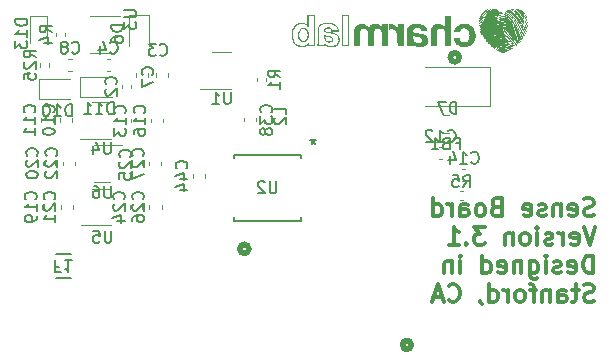
<source format=gbr>
%TF.GenerationSoftware,KiCad,Pcbnew,8.0.8*%
%TF.CreationDate,2025-02-24T15:49:23-08:00*%
%TF.ProjectId,OuterBoard_rev3.1,4f757465-7242-46f6-9172-645f72657633,rev?*%
%TF.SameCoordinates,Original*%
%TF.FileFunction,Legend,Bot*%
%TF.FilePolarity,Positive*%
%FSLAX46Y46*%
G04 Gerber Fmt 4.6, Leading zero omitted, Abs format (unit mm)*
G04 Created by KiCad (PCBNEW 8.0.8) date 2025-02-24 15:49:23*
%MOMM*%
%LPD*%
G01*
G04 APERTURE LIST*
%ADD10C,0.300000*%
%ADD11C,0.150000*%
%ADD12C,0.508000*%
%ADD13C,0.120000*%
%ADD14C,0.152400*%
%ADD15C,0.000000*%
G04 APERTURE END LIST*
D10*
X159435317Y-95888052D02*
X159221032Y-95959480D01*
X159221032Y-95959480D02*
X158863889Y-95959480D01*
X158863889Y-95959480D02*
X158721032Y-95888052D01*
X158721032Y-95888052D02*
X158649603Y-95816623D01*
X158649603Y-95816623D02*
X158578174Y-95673766D01*
X158578174Y-95673766D02*
X158578174Y-95530909D01*
X158578174Y-95530909D02*
X158649603Y-95388052D01*
X158649603Y-95388052D02*
X158721032Y-95316623D01*
X158721032Y-95316623D02*
X158863889Y-95245194D01*
X158863889Y-95245194D02*
X159149603Y-95173766D01*
X159149603Y-95173766D02*
X159292460Y-95102337D01*
X159292460Y-95102337D02*
X159363889Y-95030909D01*
X159363889Y-95030909D02*
X159435317Y-94888052D01*
X159435317Y-94888052D02*
X159435317Y-94745194D01*
X159435317Y-94745194D02*
X159363889Y-94602337D01*
X159363889Y-94602337D02*
X159292460Y-94530909D01*
X159292460Y-94530909D02*
X159149603Y-94459480D01*
X159149603Y-94459480D02*
X158792460Y-94459480D01*
X158792460Y-94459480D02*
X158578174Y-94530909D01*
X157363889Y-95888052D02*
X157506746Y-95959480D01*
X157506746Y-95959480D02*
X157792461Y-95959480D01*
X157792461Y-95959480D02*
X157935318Y-95888052D01*
X157935318Y-95888052D02*
X158006746Y-95745194D01*
X158006746Y-95745194D02*
X158006746Y-95173766D01*
X158006746Y-95173766D02*
X157935318Y-95030909D01*
X157935318Y-95030909D02*
X157792461Y-94959480D01*
X157792461Y-94959480D02*
X157506746Y-94959480D01*
X157506746Y-94959480D02*
X157363889Y-95030909D01*
X157363889Y-95030909D02*
X157292461Y-95173766D01*
X157292461Y-95173766D02*
X157292461Y-95316623D01*
X157292461Y-95316623D02*
X158006746Y-95459480D01*
X156649604Y-94959480D02*
X156649604Y-95959480D01*
X156649604Y-95102337D02*
X156578175Y-95030909D01*
X156578175Y-95030909D02*
X156435318Y-94959480D01*
X156435318Y-94959480D02*
X156221032Y-94959480D01*
X156221032Y-94959480D02*
X156078175Y-95030909D01*
X156078175Y-95030909D02*
X156006747Y-95173766D01*
X156006747Y-95173766D02*
X156006747Y-95959480D01*
X155363889Y-95888052D02*
X155221032Y-95959480D01*
X155221032Y-95959480D02*
X154935318Y-95959480D01*
X154935318Y-95959480D02*
X154792461Y-95888052D01*
X154792461Y-95888052D02*
X154721032Y-95745194D01*
X154721032Y-95745194D02*
X154721032Y-95673766D01*
X154721032Y-95673766D02*
X154792461Y-95530909D01*
X154792461Y-95530909D02*
X154935318Y-95459480D01*
X154935318Y-95459480D02*
X155149604Y-95459480D01*
X155149604Y-95459480D02*
X155292461Y-95388052D01*
X155292461Y-95388052D02*
X155363889Y-95245194D01*
X155363889Y-95245194D02*
X155363889Y-95173766D01*
X155363889Y-95173766D02*
X155292461Y-95030909D01*
X155292461Y-95030909D02*
X155149604Y-94959480D01*
X155149604Y-94959480D02*
X154935318Y-94959480D01*
X154935318Y-94959480D02*
X154792461Y-95030909D01*
X153506746Y-95888052D02*
X153649603Y-95959480D01*
X153649603Y-95959480D02*
X153935318Y-95959480D01*
X153935318Y-95959480D02*
X154078175Y-95888052D01*
X154078175Y-95888052D02*
X154149603Y-95745194D01*
X154149603Y-95745194D02*
X154149603Y-95173766D01*
X154149603Y-95173766D02*
X154078175Y-95030909D01*
X154078175Y-95030909D02*
X153935318Y-94959480D01*
X153935318Y-94959480D02*
X153649603Y-94959480D01*
X153649603Y-94959480D02*
X153506746Y-95030909D01*
X153506746Y-95030909D02*
X153435318Y-95173766D01*
X153435318Y-95173766D02*
X153435318Y-95316623D01*
X153435318Y-95316623D02*
X154149603Y-95459480D01*
X151149604Y-95173766D02*
X150935318Y-95245194D01*
X150935318Y-95245194D02*
X150863889Y-95316623D01*
X150863889Y-95316623D02*
X150792461Y-95459480D01*
X150792461Y-95459480D02*
X150792461Y-95673766D01*
X150792461Y-95673766D02*
X150863889Y-95816623D01*
X150863889Y-95816623D02*
X150935318Y-95888052D01*
X150935318Y-95888052D02*
X151078175Y-95959480D01*
X151078175Y-95959480D02*
X151649604Y-95959480D01*
X151649604Y-95959480D02*
X151649604Y-94459480D01*
X151649604Y-94459480D02*
X151149604Y-94459480D01*
X151149604Y-94459480D02*
X151006747Y-94530909D01*
X151006747Y-94530909D02*
X150935318Y-94602337D01*
X150935318Y-94602337D02*
X150863889Y-94745194D01*
X150863889Y-94745194D02*
X150863889Y-94888052D01*
X150863889Y-94888052D02*
X150935318Y-95030909D01*
X150935318Y-95030909D02*
X151006747Y-95102337D01*
X151006747Y-95102337D02*
X151149604Y-95173766D01*
X151149604Y-95173766D02*
X151649604Y-95173766D01*
X149935318Y-95959480D02*
X150078175Y-95888052D01*
X150078175Y-95888052D02*
X150149604Y-95816623D01*
X150149604Y-95816623D02*
X150221032Y-95673766D01*
X150221032Y-95673766D02*
X150221032Y-95245194D01*
X150221032Y-95245194D02*
X150149604Y-95102337D01*
X150149604Y-95102337D02*
X150078175Y-95030909D01*
X150078175Y-95030909D02*
X149935318Y-94959480D01*
X149935318Y-94959480D02*
X149721032Y-94959480D01*
X149721032Y-94959480D02*
X149578175Y-95030909D01*
X149578175Y-95030909D02*
X149506747Y-95102337D01*
X149506747Y-95102337D02*
X149435318Y-95245194D01*
X149435318Y-95245194D02*
X149435318Y-95673766D01*
X149435318Y-95673766D02*
X149506747Y-95816623D01*
X149506747Y-95816623D02*
X149578175Y-95888052D01*
X149578175Y-95888052D02*
X149721032Y-95959480D01*
X149721032Y-95959480D02*
X149935318Y-95959480D01*
X148149604Y-95959480D02*
X148149604Y-95173766D01*
X148149604Y-95173766D02*
X148221032Y-95030909D01*
X148221032Y-95030909D02*
X148363889Y-94959480D01*
X148363889Y-94959480D02*
X148649604Y-94959480D01*
X148649604Y-94959480D02*
X148792461Y-95030909D01*
X148149604Y-95888052D02*
X148292461Y-95959480D01*
X148292461Y-95959480D02*
X148649604Y-95959480D01*
X148649604Y-95959480D02*
X148792461Y-95888052D01*
X148792461Y-95888052D02*
X148863889Y-95745194D01*
X148863889Y-95745194D02*
X148863889Y-95602337D01*
X148863889Y-95602337D02*
X148792461Y-95459480D01*
X148792461Y-95459480D02*
X148649604Y-95388052D01*
X148649604Y-95388052D02*
X148292461Y-95388052D01*
X148292461Y-95388052D02*
X148149604Y-95316623D01*
X147435318Y-95959480D02*
X147435318Y-94959480D01*
X147435318Y-95245194D02*
X147363889Y-95102337D01*
X147363889Y-95102337D02*
X147292461Y-95030909D01*
X147292461Y-95030909D02*
X147149603Y-94959480D01*
X147149603Y-94959480D02*
X147006746Y-94959480D01*
X145863890Y-95959480D02*
X145863890Y-94459480D01*
X145863890Y-95888052D02*
X146006747Y-95959480D01*
X146006747Y-95959480D02*
X146292461Y-95959480D01*
X146292461Y-95959480D02*
X146435318Y-95888052D01*
X146435318Y-95888052D02*
X146506747Y-95816623D01*
X146506747Y-95816623D02*
X146578175Y-95673766D01*
X146578175Y-95673766D02*
X146578175Y-95245194D01*
X146578175Y-95245194D02*
X146506747Y-95102337D01*
X146506747Y-95102337D02*
X146435318Y-95030909D01*
X146435318Y-95030909D02*
X146292461Y-94959480D01*
X146292461Y-94959480D02*
X146006747Y-94959480D01*
X146006747Y-94959480D02*
X145863890Y-95030909D01*
X159578174Y-96874396D02*
X159078174Y-98374396D01*
X159078174Y-98374396D02*
X158578174Y-96874396D01*
X157506746Y-98302968D02*
X157649603Y-98374396D01*
X157649603Y-98374396D02*
X157935318Y-98374396D01*
X157935318Y-98374396D02*
X158078175Y-98302968D01*
X158078175Y-98302968D02*
X158149603Y-98160110D01*
X158149603Y-98160110D02*
X158149603Y-97588682D01*
X158149603Y-97588682D02*
X158078175Y-97445825D01*
X158078175Y-97445825D02*
X157935318Y-97374396D01*
X157935318Y-97374396D02*
X157649603Y-97374396D01*
X157649603Y-97374396D02*
X157506746Y-97445825D01*
X157506746Y-97445825D02*
X157435318Y-97588682D01*
X157435318Y-97588682D02*
X157435318Y-97731539D01*
X157435318Y-97731539D02*
X158149603Y-97874396D01*
X156792461Y-98374396D02*
X156792461Y-97374396D01*
X156792461Y-97660110D02*
X156721032Y-97517253D01*
X156721032Y-97517253D02*
X156649604Y-97445825D01*
X156649604Y-97445825D02*
X156506746Y-97374396D01*
X156506746Y-97374396D02*
X156363889Y-97374396D01*
X155935318Y-98302968D02*
X155792461Y-98374396D01*
X155792461Y-98374396D02*
X155506747Y-98374396D01*
X155506747Y-98374396D02*
X155363890Y-98302968D01*
X155363890Y-98302968D02*
X155292461Y-98160110D01*
X155292461Y-98160110D02*
X155292461Y-98088682D01*
X155292461Y-98088682D02*
X155363890Y-97945825D01*
X155363890Y-97945825D02*
X155506747Y-97874396D01*
X155506747Y-97874396D02*
X155721033Y-97874396D01*
X155721033Y-97874396D02*
X155863890Y-97802968D01*
X155863890Y-97802968D02*
X155935318Y-97660110D01*
X155935318Y-97660110D02*
X155935318Y-97588682D01*
X155935318Y-97588682D02*
X155863890Y-97445825D01*
X155863890Y-97445825D02*
X155721033Y-97374396D01*
X155721033Y-97374396D02*
X155506747Y-97374396D01*
X155506747Y-97374396D02*
X155363890Y-97445825D01*
X154649604Y-98374396D02*
X154649604Y-97374396D01*
X154649604Y-96874396D02*
X154721032Y-96945825D01*
X154721032Y-96945825D02*
X154649604Y-97017253D01*
X154649604Y-97017253D02*
X154578175Y-96945825D01*
X154578175Y-96945825D02*
X154649604Y-96874396D01*
X154649604Y-96874396D02*
X154649604Y-97017253D01*
X153721032Y-98374396D02*
X153863889Y-98302968D01*
X153863889Y-98302968D02*
X153935318Y-98231539D01*
X153935318Y-98231539D02*
X154006746Y-98088682D01*
X154006746Y-98088682D02*
X154006746Y-97660110D01*
X154006746Y-97660110D02*
X153935318Y-97517253D01*
X153935318Y-97517253D02*
X153863889Y-97445825D01*
X153863889Y-97445825D02*
X153721032Y-97374396D01*
X153721032Y-97374396D02*
X153506746Y-97374396D01*
X153506746Y-97374396D02*
X153363889Y-97445825D01*
X153363889Y-97445825D02*
X153292461Y-97517253D01*
X153292461Y-97517253D02*
X153221032Y-97660110D01*
X153221032Y-97660110D02*
X153221032Y-98088682D01*
X153221032Y-98088682D02*
X153292461Y-98231539D01*
X153292461Y-98231539D02*
X153363889Y-98302968D01*
X153363889Y-98302968D02*
X153506746Y-98374396D01*
X153506746Y-98374396D02*
X153721032Y-98374396D01*
X152578175Y-97374396D02*
X152578175Y-98374396D01*
X152578175Y-97517253D02*
X152506746Y-97445825D01*
X152506746Y-97445825D02*
X152363889Y-97374396D01*
X152363889Y-97374396D02*
X152149603Y-97374396D01*
X152149603Y-97374396D02*
X152006746Y-97445825D01*
X152006746Y-97445825D02*
X151935318Y-97588682D01*
X151935318Y-97588682D02*
X151935318Y-98374396D01*
X150221032Y-96874396D02*
X149292460Y-96874396D01*
X149292460Y-96874396D02*
X149792460Y-97445825D01*
X149792460Y-97445825D02*
X149578175Y-97445825D01*
X149578175Y-97445825D02*
X149435318Y-97517253D01*
X149435318Y-97517253D02*
X149363889Y-97588682D01*
X149363889Y-97588682D02*
X149292460Y-97731539D01*
X149292460Y-97731539D02*
X149292460Y-98088682D01*
X149292460Y-98088682D02*
X149363889Y-98231539D01*
X149363889Y-98231539D02*
X149435318Y-98302968D01*
X149435318Y-98302968D02*
X149578175Y-98374396D01*
X149578175Y-98374396D02*
X150006746Y-98374396D01*
X150006746Y-98374396D02*
X150149603Y-98302968D01*
X150149603Y-98302968D02*
X150221032Y-98231539D01*
X148649604Y-98231539D02*
X148578175Y-98302968D01*
X148578175Y-98302968D02*
X148649604Y-98374396D01*
X148649604Y-98374396D02*
X148721032Y-98302968D01*
X148721032Y-98302968D02*
X148649604Y-98231539D01*
X148649604Y-98231539D02*
X148649604Y-98374396D01*
X147149603Y-98374396D02*
X148006746Y-98374396D01*
X147578175Y-98374396D02*
X147578175Y-96874396D01*
X147578175Y-96874396D02*
X147721032Y-97088682D01*
X147721032Y-97088682D02*
X147863889Y-97231539D01*
X147863889Y-97231539D02*
X148006746Y-97302968D01*
X159363889Y-100789312D02*
X159363889Y-99289312D01*
X159363889Y-99289312D02*
X159006746Y-99289312D01*
X159006746Y-99289312D02*
X158792460Y-99360741D01*
X158792460Y-99360741D02*
X158649603Y-99503598D01*
X158649603Y-99503598D02*
X158578174Y-99646455D01*
X158578174Y-99646455D02*
X158506746Y-99932169D01*
X158506746Y-99932169D02*
X158506746Y-100146455D01*
X158506746Y-100146455D02*
X158578174Y-100432169D01*
X158578174Y-100432169D02*
X158649603Y-100575026D01*
X158649603Y-100575026D02*
X158792460Y-100717884D01*
X158792460Y-100717884D02*
X159006746Y-100789312D01*
X159006746Y-100789312D02*
X159363889Y-100789312D01*
X157292460Y-100717884D02*
X157435317Y-100789312D01*
X157435317Y-100789312D02*
X157721032Y-100789312D01*
X157721032Y-100789312D02*
X157863889Y-100717884D01*
X157863889Y-100717884D02*
X157935317Y-100575026D01*
X157935317Y-100575026D02*
X157935317Y-100003598D01*
X157935317Y-100003598D02*
X157863889Y-99860741D01*
X157863889Y-99860741D02*
X157721032Y-99789312D01*
X157721032Y-99789312D02*
X157435317Y-99789312D01*
X157435317Y-99789312D02*
X157292460Y-99860741D01*
X157292460Y-99860741D02*
X157221032Y-100003598D01*
X157221032Y-100003598D02*
X157221032Y-100146455D01*
X157221032Y-100146455D02*
X157935317Y-100289312D01*
X156649603Y-100717884D02*
X156506746Y-100789312D01*
X156506746Y-100789312D02*
X156221032Y-100789312D01*
X156221032Y-100789312D02*
X156078175Y-100717884D01*
X156078175Y-100717884D02*
X156006746Y-100575026D01*
X156006746Y-100575026D02*
X156006746Y-100503598D01*
X156006746Y-100503598D02*
X156078175Y-100360741D01*
X156078175Y-100360741D02*
X156221032Y-100289312D01*
X156221032Y-100289312D02*
X156435318Y-100289312D01*
X156435318Y-100289312D02*
X156578175Y-100217884D01*
X156578175Y-100217884D02*
X156649603Y-100075026D01*
X156649603Y-100075026D02*
X156649603Y-100003598D01*
X156649603Y-100003598D02*
X156578175Y-99860741D01*
X156578175Y-99860741D02*
X156435318Y-99789312D01*
X156435318Y-99789312D02*
X156221032Y-99789312D01*
X156221032Y-99789312D02*
X156078175Y-99860741D01*
X155363889Y-100789312D02*
X155363889Y-99789312D01*
X155363889Y-99289312D02*
X155435317Y-99360741D01*
X155435317Y-99360741D02*
X155363889Y-99432169D01*
X155363889Y-99432169D02*
X155292460Y-99360741D01*
X155292460Y-99360741D02*
X155363889Y-99289312D01*
X155363889Y-99289312D02*
X155363889Y-99432169D01*
X154006746Y-99789312D02*
X154006746Y-101003598D01*
X154006746Y-101003598D02*
X154078174Y-101146455D01*
X154078174Y-101146455D02*
X154149603Y-101217884D01*
X154149603Y-101217884D02*
X154292460Y-101289312D01*
X154292460Y-101289312D02*
X154506746Y-101289312D01*
X154506746Y-101289312D02*
X154649603Y-101217884D01*
X154006746Y-100717884D02*
X154149603Y-100789312D01*
X154149603Y-100789312D02*
X154435317Y-100789312D01*
X154435317Y-100789312D02*
X154578174Y-100717884D01*
X154578174Y-100717884D02*
X154649603Y-100646455D01*
X154649603Y-100646455D02*
X154721031Y-100503598D01*
X154721031Y-100503598D02*
X154721031Y-100075026D01*
X154721031Y-100075026D02*
X154649603Y-99932169D01*
X154649603Y-99932169D02*
X154578174Y-99860741D01*
X154578174Y-99860741D02*
X154435317Y-99789312D01*
X154435317Y-99789312D02*
X154149603Y-99789312D01*
X154149603Y-99789312D02*
X154006746Y-99860741D01*
X153292460Y-99789312D02*
X153292460Y-100789312D01*
X153292460Y-99932169D02*
X153221031Y-99860741D01*
X153221031Y-99860741D02*
X153078174Y-99789312D01*
X153078174Y-99789312D02*
X152863888Y-99789312D01*
X152863888Y-99789312D02*
X152721031Y-99860741D01*
X152721031Y-99860741D02*
X152649603Y-100003598D01*
X152649603Y-100003598D02*
X152649603Y-100789312D01*
X151363888Y-100717884D02*
X151506745Y-100789312D01*
X151506745Y-100789312D02*
X151792460Y-100789312D01*
X151792460Y-100789312D02*
X151935317Y-100717884D01*
X151935317Y-100717884D02*
X152006745Y-100575026D01*
X152006745Y-100575026D02*
X152006745Y-100003598D01*
X152006745Y-100003598D02*
X151935317Y-99860741D01*
X151935317Y-99860741D02*
X151792460Y-99789312D01*
X151792460Y-99789312D02*
X151506745Y-99789312D01*
X151506745Y-99789312D02*
X151363888Y-99860741D01*
X151363888Y-99860741D02*
X151292460Y-100003598D01*
X151292460Y-100003598D02*
X151292460Y-100146455D01*
X151292460Y-100146455D02*
X152006745Y-100289312D01*
X150006746Y-100789312D02*
X150006746Y-99289312D01*
X150006746Y-100717884D02*
X150149603Y-100789312D01*
X150149603Y-100789312D02*
X150435317Y-100789312D01*
X150435317Y-100789312D02*
X150578174Y-100717884D01*
X150578174Y-100717884D02*
X150649603Y-100646455D01*
X150649603Y-100646455D02*
X150721031Y-100503598D01*
X150721031Y-100503598D02*
X150721031Y-100075026D01*
X150721031Y-100075026D02*
X150649603Y-99932169D01*
X150649603Y-99932169D02*
X150578174Y-99860741D01*
X150578174Y-99860741D02*
X150435317Y-99789312D01*
X150435317Y-99789312D02*
X150149603Y-99789312D01*
X150149603Y-99789312D02*
X150006746Y-99860741D01*
X148149603Y-100789312D02*
X148149603Y-99789312D01*
X148149603Y-99289312D02*
X148221031Y-99360741D01*
X148221031Y-99360741D02*
X148149603Y-99432169D01*
X148149603Y-99432169D02*
X148078174Y-99360741D01*
X148078174Y-99360741D02*
X148149603Y-99289312D01*
X148149603Y-99289312D02*
X148149603Y-99432169D01*
X147435317Y-99789312D02*
X147435317Y-100789312D01*
X147435317Y-99932169D02*
X147363888Y-99860741D01*
X147363888Y-99860741D02*
X147221031Y-99789312D01*
X147221031Y-99789312D02*
X147006745Y-99789312D01*
X147006745Y-99789312D02*
X146863888Y-99860741D01*
X146863888Y-99860741D02*
X146792460Y-100003598D01*
X146792460Y-100003598D02*
X146792460Y-100789312D01*
X159435317Y-103132800D02*
X159221032Y-103204228D01*
X159221032Y-103204228D02*
X158863889Y-103204228D01*
X158863889Y-103204228D02*
X158721032Y-103132800D01*
X158721032Y-103132800D02*
X158649603Y-103061371D01*
X158649603Y-103061371D02*
X158578174Y-102918514D01*
X158578174Y-102918514D02*
X158578174Y-102775657D01*
X158578174Y-102775657D02*
X158649603Y-102632800D01*
X158649603Y-102632800D02*
X158721032Y-102561371D01*
X158721032Y-102561371D02*
X158863889Y-102489942D01*
X158863889Y-102489942D02*
X159149603Y-102418514D01*
X159149603Y-102418514D02*
X159292460Y-102347085D01*
X159292460Y-102347085D02*
X159363889Y-102275657D01*
X159363889Y-102275657D02*
X159435317Y-102132800D01*
X159435317Y-102132800D02*
X159435317Y-101989942D01*
X159435317Y-101989942D02*
X159363889Y-101847085D01*
X159363889Y-101847085D02*
X159292460Y-101775657D01*
X159292460Y-101775657D02*
X159149603Y-101704228D01*
X159149603Y-101704228D02*
X158792460Y-101704228D01*
X158792460Y-101704228D02*
X158578174Y-101775657D01*
X158149603Y-102204228D02*
X157578175Y-102204228D01*
X157935318Y-101704228D02*
X157935318Y-102989942D01*
X157935318Y-102989942D02*
X157863889Y-103132800D01*
X157863889Y-103132800D02*
X157721032Y-103204228D01*
X157721032Y-103204228D02*
X157578175Y-103204228D01*
X156435318Y-103204228D02*
X156435318Y-102418514D01*
X156435318Y-102418514D02*
X156506746Y-102275657D01*
X156506746Y-102275657D02*
X156649603Y-102204228D01*
X156649603Y-102204228D02*
X156935318Y-102204228D01*
X156935318Y-102204228D02*
X157078175Y-102275657D01*
X156435318Y-103132800D02*
X156578175Y-103204228D01*
X156578175Y-103204228D02*
X156935318Y-103204228D01*
X156935318Y-103204228D02*
X157078175Y-103132800D01*
X157078175Y-103132800D02*
X157149603Y-102989942D01*
X157149603Y-102989942D02*
X157149603Y-102847085D01*
X157149603Y-102847085D02*
X157078175Y-102704228D01*
X157078175Y-102704228D02*
X156935318Y-102632800D01*
X156935318Y-102632800D02*
X156578175Y-102632800D01*
X156578175Y-102632800D02*
X156435318Y-102561371D01*
X155721032Y-102204228D02*
X155721032Y-103204228D01*
X155721032Y-102347085D02*
X155649603Y-102275657D01*
X155649603Y-102275657D02*
X155506746Y-102204228D01*
X155506746Y-102204228D02*
X155292460Y-102204228D01*
X155292460Y-102204228D02*
X155149603Y-102275657D01*
X155149603Y-102275657D02*
X155078175Y-102418514D01*
X155078175Y-102418514D02*
X155078175Y-103204228D01*
X154578174Y-102204228D02*
X154006746Y-102204228D01*
X154363889Y-103204228D02*
X154363889Y-101918514D01*
X154363889Y-101918514D02*
X154292460Y-101775657D01*
X154292460Y-101775657D02*
X154149603Y-101704228D01*
X154149603Y-101704228D02*
X154006746Y-101704228D01*
X153292460Y-103204228D02*
X153435317Y-103132800D01*
X153435317Y-103132800D02*
X153506746Y-103061371D01*
X153506746Y-103061371D02*
X153578174Y-102918514D01*
X153578174Y-102918514D02*
X153578174Y-102489942D01*
X153578174Y-102489942D02*
X153506746Y-102347085D01*
X153506746Y-102347085D02*
X153435317Y-102275657D01*
X153435317Y-102275657D02*
X153292460Y-102204228D01*
X153292460Y-102204228D02*
X153078174Y-102204228D01*
X153078174Y-102204228D02*
X152935317Y-102275657D01*
X152935317Y-102275657D02*
X152863889Y-102347085D01*
X152863889Y-102347085D02*
X152792460Y-102489942D01*
X152792460Y-102489942D02*
X152792460Y-102918514D01*
X152792460Y-102918514D02*
X152863889Y-103061371D01*
X152863889Y-103061371D02*
X152935317Y-103132800D01*
X152935317Y-103132800D02*
X153078174Y-103204228D01*
X153078174Y-103204228D02*
X153292460Y-103204228D01*
X152149603Y-103204228D02*
X152149603Y-102204228D01*
X152149603Y-102489942D02*
X152078174Y-102347085D01*
X152078174Y-102347085D02*
X152006746Y-102275657D01*
X152006746Y-102275657D02*
X151863888Y-102204228D01*
X151863888Y-102204228D02*
X151721031Y-102204228D01*
X150578175Y-103204228D02*
X150578175Y-101704228D01*
X150578175Y-103132800D02*
X150721032Y-103204228D01*
X150721032Y-103204228D02*
X151006746Y-103204228D01*
X151006746Y-103204228D02*
X151149603Y-103132800D01*
X151149603Y-103132800D02*
X151221032Y-103061371D01*
X151221032Y-103061371D02*
X151292460Y-102918514D01*
X151292460Y-102918514D02*
X151292460Y-102489942D01*
X151292460Y-102489942D02*
X151221032Y-102347085D01*
X151221032Y-102347085D02*
X151149603Y-102275657D01*
X151149603Y-102275657D02*
X151006746Y-102204228D01*
X151006746Y-102204228D02*
X150721032Y-102204228D01*
X150721032Y-102204228D02*
X150578175Y-102275657D01*
X149792460Y-103132800D02*
X149792460Y-103204228D01*
X149792460Y-103204228D02*
X149863889Y-103347085D01*
X149863889Y-103347085D02*
X149935317Y-103418514D01*
X147149603Y-103061371D02*
X147221031Y-103132800D01*
X147221031Y-103132800D02*
X147435317Y-103204228D01*
X147435317Y-103204228D02*
X147578174Y-103204228D01*
X147578174Y-103204228D02*
X147792460Y-103132800D01*
X147792460Y-103132800D02*
X147935317Y-102989942D01*
X147935317Y-102989942D02*
X148006746Y-102847085D01*
X148006746Y-102847085D02*
X148078174Y-102561371D01*
X148078174Y-102561371D02*
X148078174Y-102347085D01*
X148078174Y-102347085D02*
X148006746Y-102061371D01*
X148006746Y-102061371D02*
X147935317Y-101918514D01*
X147935317Y-101918514D02*
X147792460Y-101775657D01*
X147792460Y-101775657D02*
X147578174Y-101704228D01*
X147578174Y-101704228D02*
X147435317Y-101704228D01*
X147435317Y-101704228D02*
X147221031Y-101775657D01*
X147221031Y-101775657D02*
X147149603Y-101847085D01*
X146578174Y-102775657D02*
X145863889Y-102775657D01*
X146721031Y-103204228D02*
X146221031Y-101704228D01*
X146221031Y-101704228D02*
X145721031Y-103204228D01*
D11*
X121382980Y-87225942D02*
X121430600Y-87178323D01*
X121430600Y-87178323D02*
X121478219Y-87035466D01*
X121478219Y-87035466D02*
X121478219Y-86940228D01*
X121478219Y-86940228D02*
X121430600Y-86797371D01*
X121430600Y-86797371D02*
X121335361Y-86702133D01*
X121335361Y-86702133D02*
X121240123Y-86654514D01*
X121240123Y-86654514D02*
X121049647Y-86606895D01*
X121049647Y-86606895D02*
X120906790Y-86606895D01*
X120906790Y-86606895D02*
X120716314Y-86654514D01*
X120716314Y-86654514D02*
X120621076Y-86702133D01*
X120621076Y-86702133D02*
X120525838Y-86797371D01*
X120525838Y-86797371D02*
X120478219Y-86940228D01*
X120478219Y-86940228D02*
X120478219Y-87035466D01*
X120478219Y-87035466D02*
X120525838Y-87178323D01*
X120525838Y-87178323D02*
X120573457Y-87225942D01*
X121478219Y-88178323D02*
X121478219Y-87606895D01*
X121478219Y-87892609D02*
X120478219Y-87892609D01*
X120478219Y-87892609D02*
X120621076Y-87797371D01*
X120621076Y-87797371D02*
X120716314Y-87702133D01*
X120716314Y-87702133D02*
X120763933Y-87606895D01*
X120478219Y-89035466D02*
X120478219Y-88844990D01*
X120478219Y-88844990D02*
X120525838Y-88749752D01*
X120525838Y-88749752D02*
X120573457Y-88702133D01*
X120573457Y-88702133D02*
X120716314Y-88606895D01*
X120716314Y-88606895D02*
X120906790Y-88559276D01*
X120906790Y-88559276D02*
X121287742Y-88559276D01*
X121287742Y-88559276D02*
X121382980Y-88606895D01*
X121382980Y-88606895D02*
X121430600Y-88654514D01*
X121430600Y-88654514D02*
X121478219Y-88749752D01*
X121478219Y-88749752D02*
X121478219Y-88940228D01*
X121478219Y-88940228D02*
X121430600Y-89035466D01*
X121430600Y-89035466D02*
X121382980Y-89083085D01*
X121382980Y-89083085D02*
X121287742Y-89130704D01*
X121287742Y-89130704D02*
X121049647Y-89130704D01*
X121049647Y-89130704D02*
X120954409Y-89083085D01*
X120954409Y-89083085D02*
X120906790Y-89035466D01*
X120906790Y-89035466D02*
X120859171Y-88940228D01*
X120859171Y-88940228D02*
X120859171Y-88749752D01*
X120859171Y-88749752D02*
X120906790Y-88654514D01*
X120906790Y-88654514D02*
X120954409Y-88606895D01*
X120954409Y-88606895D02*
X121049647Y-88559276D01*
X121230580Y-90860942D02*
X121278200Y-90813323D01*
X121278200Y-90813323D02*
X121325819Y-90670466D01*
X121325819Y-90670466D02*
X121325819Y-90575228D01*
X121325819Y-90575228D02*
X121278200Y-90432371D01*
X121278200Y-90432371D02*
X121182961Y-90337133D01*
X121182961Y-90337133D02*
X121087723Y-90289514D01*
X121087723Y-90289514D02*
X120897247Y-90241895D01*
X120897247Y-90241895D02*
X120754390Y-90241895D01*
X120754390Y-90241895D02*
X120563914Y-90289514D01*
X120563914Y-90289514D02*
X120468676Y-90337133D01*
X120468676Y-90337133D02*
X120373438Y-90432371D01*
X120373438Y-90432371D02*
X120325819Y-90575228D01*
X120325819Y-90575228D02*
X120325819Y-90670466D01*
X120325819Y-90670466D02*
X120373438Y-90813323D01*
X120373438Y-90813323D02*
X120421057Y-90860942D01*
X120421057Y-91241895D02*
X120373438Y-91289514D01*
X120373438Y-91289514D02*
X120325819Y-91384752D01*
X120325819Y-91384752D02*
X120325819Y-91622847D01*
X120325819Y-91622847D02*
X120373438Y-91718085D01*
X120373438Y-91718085D02*
X120421057Y-91765704D01*
X120421057Y-91765704D02*
X120516295Y-91813323D01*
X120516295Y-91813323D02*
X120611533Y-91813323D01*
X120611533Y-91813323D02*
X120754390Y-91765704D01*
X120754390Y-91765704D02*
X121325819Y-91194276D01*
X121325819Y-91194276D02*
X121325819Y-91813323D01*
X120325819Y-92146657D02*
X120325819Y-92813323D01*
X120325819Y-92813323D02*
X121325819Y-92384752D01*
X147112257Y-89556780D02*
X147159876Y-89604400D01*
X147159876Y-89604400D02*
X147302733Y-89652019D01*
X147302733Y-89652019D02*
X147397971Y-89652019D01*
X147397971Y-89652019D02*
X147540828Y-89604400D01*
X147540828Y-89604400D02*
X147636066Y-89509161D01*
X147636066Y-89509161D02*
X147683685Y-89413923D01*
X147683685Y-89413923D02*
X147731304Y-89223447D01*
X147731304Y-89223447D02*
X147731304Y-89080590D01*
X147731304Y-89080590D02*
X147683685Y-88890114D01*
X147683685Y-88890114D02*
X147636066Y-88794876D01*
X147636066Y-88794876D02*
X147540828Y-88699638D01*
X147540828Y-88699638D02*
X147397971Y-88652019D01*
X147397971Y-88652019D02*
X147302733Y-88652019D01*
X147302733Y-88652019D02*
X147159876Y-88699638D01*
X147159876Y-88699638D02*
X147112257Y-88747257D01*
X146159876Y-89652019D02*
X146731304Y-89652019D01*
X146445590Y-89652019D02*
X146445590Y-88652019D01*
X146445590Y-88652019D02*
X146540828Y-88794876D01*
X146540828Y-88794876D02*
X146636066Y-88890114D01*
X146636066Y-88890114D02*
X146731304Y-88937733D01*
X145778923Y-88747257D02*
X145731304Y-88699638D01*
X145731304Y-88699638D02*
X145636066Y-88652019D01*
X145636066Y-88652019D02*
X145397971Y-88652019D01*
X145397971Y-88652019D02*
X145302733Y-88699638D01*
X145302733Y-88699638D02*
X145255114Y-88747257D01*
X145255114Y-88747257D02*
X145207495Y-88842495D01*
X145207495Y-88842495D02*
X145207495Y-88937733D01*
X145207495Y-88937733D02*
X145255114Y-89080590D01*
X145255114Y-89080590D02*
X145826542Y-89652019D01*
X145826542Y-89652019D02*
X145207495Y-89652019D01*
X132562604Y-93003019D02*
X132562604Y-93812542D01*
X132562604Y-93812542D02*
X132514985Y-93907780D01*
X132514985Y-93907780D02*
X132467366Y-93955400D01*
X132467366Y-93955400D02*
X132372128Y-94003019D01*
X132372128Y-94003019D02*
X132181652Y-94003019D01*
X132181652Y-94003019D02*
X132086414Y-93955400D01*
X132086414Y-93955400D02*
X132038795Y-93907780D01*
X132038795Y-93907780D02*
X131991176Y-93812542D01*
X131991176Y-93812542D02*
X131991176Y-93003019D01*
X131562604Y-93098257D02*
X131514985Y-93050638D01*
X131514985Y-93050638D02*
X131419747Y-93003019D01*
X131419747Y-93003019D02*
X131181652Y-93003019D01*
X131181652Y-93003019D02*
X131086414Y-93050638D01*
X131086414Y-93050638D02*
X131038795Y-93098257D01*
X131038795Y-93098257D02*
X130991176Y-93193495D01*
X130991176Y-93193495D02*
X130991176Y-93288733D01*
X130991176Y-93288733D02*
X131038795Y-93431590D01*
X131038795Y-93431590D02*
X131610223Y-94003019D01*
X131610223Y-94003019D02*
X130991176Y-94003019D01*
X135686899Y-89396219D02*
X135686899Y-89634314D01*
X135924994Y-89539076D02*
X135686899Y-89634314D01*
X135686899Y-89634314D02*
X135448804Y-89539076D01*
X135829756Y-89824790D02*
X135686899Y-89634314D01*
X135686899Y-89634314D02*
X135544042Y-89824790D01*
X135686899Y-89396219D02*
X135686899Y-89634314D01*
X135924994Y-89539076D02*
X135686899Y-89634314D01*
X135686899Y-89634314D02*
X135448804Y-89539076D01*
X135829756Y-89824790D02*
X135686899Y-89634314D01*
X135686899Y-89634314D02*
X135544042Y-89824790D01*
X122052980Y-83984713D02*
X122100600Y-83937094D01*
X122100600Y-83937094D02*
X122148219Y-83794237D01*
X122148219Y-83794237D02*
X122148219Y-83698999D01*
X122148219Y-83698999D02*
X122100600Y-83556142D01*
X122100600Y-83556142D02*
X122005361Y-83460904D01*
X122005361Y-83460904D02*
X121910123Y-83413285D01*
X121910123Y-83413285D02*
X121719647Y-83365666D01*
X121719647Y-83365666D02*
X121576790Y-83365666D01*
X121576790Y-83365666D02*
X121386314Y-83413285D01*
X121386314Y-83413285D02*
X121291076Y-83460904D01*
X121291076Y-83460904D02*
X121195838Y-83556142D01*
X121195838Y-83556142D02*
X121148219Y-83698999D01*
X121148219Y-83698999D02*
X121148219Y-83794237D01*
X121148219Y-83794237D02*
X121195838Y-83937094D01*
X121195838Y-83937094D02*
X121243457Y-83984713D01*
X121148219Y-84318047D02*
X121148219Y-84984713D01*
X121148219Y-84984713D02*
X122148219Y-84556142D01*
X114169866Y-100221190D02*
X113836533Y-100221190D01*
X113836533Y-99697380D02*
X113836533Y-100697380D01*
X113836533Y-100697380D02*
X114312723Y-100697380D01*
X115217485Y-99697380D02*
X114646057Y-99697380D01*
X114931771Y-99697380D02*
X114931771Y-100697380D01*
X114931771Y-100697380D02*
X114836533Y-100554523D01*
X114836533Y-100554523D02*
X114741295Y-100459285D01*
X114741295Y-100459285D02*
X114646057Y-100411666D01*
X119630380Y-94543942D02*
X119678000Y-94496323D01*
X119678000Y-94496323D02*
X119725619Y-94353466D01*
X119725619Y-94353466D02*
X119725619Y-94258228D01*
X119725619Y-94258228D02*
X119678000Y-94115371D01*
X119678000Y-94115371D02*
X119582761Y-94020133D01*
X119582761Y-94020133D02*
X119487523Y-93972514D01*
X119487523Y-93972514D02*
X119297047Y-93924895D01*
X119297047Y-93924895D02*
X119154190Y-93924895D01*
X119154190Y-93924895D02*
X118963714Y-93972514D01*
X118963714Y-93972514D02*
X118868476Y-94020133D01*
X118868476Y-94020133D02*
X118773238Y-94115371D01*
X118773238Y-94115371D02*
X118725619Y-94258228D01*
X118725619Y-94258228D02*
X118725619Y-94353466D01*
X118725619Y-94353466D02*
X118773238Y-94496323D01*
X118773238Y-94496323D02*
X118820857Y-94543942D01*
X118820857Y-94924895D02*
X118773238Y-94972514D01*
X118773238Y-94972514D02*
X118725619Y-95067752D01*
X118725619Y-95067752D02*
X118725619Y-95305847D01*
X118725619Y-95305847D02*
X118773238Y-95401085D01*
X118773238Y-95401085D02*
X118820857Y-95448704D01*
X118820857Y-95448704D02*
X118916095Y-95496323D01*
X118916095Y-95496323D02*
X119011333Y-95496323D01*
X119011333Y-95496323D02*
X119154190Y-95448704D01*
X119154190Y-95448704D02*
X119725619Y-94877276D01*
X119725619Y-94877276D02*
X119725619Y-95496323D01*
X119058952Y-96353466D02*
X119725619Y-96353466D01*
X118678000Y-96115371D02*
X119392285Y-95877276D01*
X119392285Y-95877276D02*
X119392285Y-96496323D01*
X112264380Y-90835542D02*
X112312000Y-90787923D01*
X112312000Y-90787923D02*
X112359619Y-90645066D01*
X112359619Y-90645066D02*
X112359619Y-90549828D01*
X112359619Y-90549828D02*
X112312000Y-90406971D01*
X112312000Y-90406971D02*
X112216761Y-90311733D01*
X112216761Y-90311733D02*
X112121523Y-90264114D01*
X112121523Y-90264114D02*
X111931047Y-90216495D01*
X111931047Y-90216495D02*
X111788190Y-90216495D01*
X111788190Y-90216495D02*
X111597714Y-90264114D01*
X111597714Y-90264114D02*
X111502476Y-90311733D01*
X111502476Y-90311733D02*
X111407238Y-90406971D01*
X111407238Y-90406971D02*
X111359619Y-90549828D01*
X111359619Y-90549828D02*
X111359619Y-90645066D01*
X111359619Y-90645066D02*
X111407238Y-90787923D01*
X111407238Y-90787923D02*
X111454857Y-90835542D01*
X111454857Y-91216495D02*
X111407238Y-91264114D01*
X111407238Y-91264114D02*
X111359619Y-91359352D01*
X111359619Y-91359352D02*
X111359619Y-91597447D01*
X111359619Y-91597447D02*
X111407238Y-91692685D01*
X111407238Y-91692685D02*
X111454857Y-91740304D01*
X111454857Y-91740304D02*
X111550095Y-91787923D01*
X111550095Y-91787923D02*
X111645333Y-91787923D01*
X111645333Y-91787923D02*
X111788190Y-91740304D01*
X111788190Y-91740304D02*
X112359619Y-91168876D01*
X112359619Y-91168876D02*
X112359619Y-91787923D01*
X111359619Y-92406971D02*
X111359619Y-92502209D01*
X111359619Y-92502209D02*
X111407238Y-92597447D01*
X111407238Y-92597447D02*
X111454857Y-92645066D01*
X111454857Y-92645066D02*
X111550095Y-92692685D01*
X111550095Y-92692685D02*
X111740571Y-92740304D01*
X111740571Y-92740304D02*
X111978666Y-92740304D01*
X111978666Y-92740304D02*
X112169142Y-92692685D01*
X112169142Y-92692685D02*
X112264380Y-92645066D01*
X112264380Y-92645066D02*
X112312000Y-92597447D01*
X112312000Y-92597447D02*
X112359619Y-92502209D01*
X112359619Y-92502209D02*
X112359619Y-92406971D01*
X112359619Y-92406971D02*
X112312000Y-92311733D01*
X112312000Y-92311733D02*
X112264380Y-92264114D01*
X112264380Y-92264114D02*
X112169142Y-92216495D01*
X112169142Y-92216495D02*
X111978666Y-92168876D01*
X111978666Y-92168876D02*
X111740571Y-92168876D01*
X111740571Y-92168876D02*
X111550095Y-92216495D01*
X111550095Y-92216495D02*
X111454857Y-92264114D01*
X111454857Y-92264114D02*
X111407238Y-92311733D01*
X111407238Y-92311733D02*
X111359619Y-92406971D01*
X113762980Y-94543942D02*
X113810600Y-94496323D01*
X113810600Y-94496323D02*
X113858219Y-94353466D01*
X113858219Y-94353466D02*
X113858219Y-94258228D01*
X113858219Y-94258228D02*
X113810600Y-94115371D01*
X113810600Y-94115371D02*
X113715361Y-94020133D01*
X113715361Y-94020133D02*
X113620123Y-93972514D01*
X113620123Y-93972514D02*
X113429647Y-93924895D01*
X113429647Y-93924895D02*
X113286790Y-93924895D01*
X113286790Y-93924895D02*
X113096314Y-93972514D01*
X113096314Y-93972514D02*
X113001076Y-94020133D01*
X113001076Y-94020133D02*
X112905838Y-94115371D01*
X112905838Y-94115371D02*
X112858219Y-94258228D01*
X112858219Y-94258228D02*
X112858219Y-94353466D01*
X112858219Y-94353466D02*
X112905838Y-94496323D01*
X112905838Y-94496323D02*
X112953457Y-94543942D01*
X112953457Y-94924895D02*
X112905838Y-94972514D01*
X112905838Y-94972514D02*
X112858219Y-95067752D01*
X112858219Y-95067752D02*
X112858219Y-95305847D01*
X112858219Y-95305847D02*
X112905838Y-95401085D01*
X112905838Y-95401085D02*
X112953457Y-95448704D01*
X112953457Y-95448704D02*
X113048695Y-95496323D01*
X113048695Y-95496323D02*
X113143933Y-95496323D01*
X113143933Y-95496323D02*
X113286790Y-95448704D01*
X113286790Y-95448704D02*
X113858219Y-94877276D01*
X113858219Y-94877276D02*
X113858219Y-95496323D01*
X113858219Y-96448704D02*
X113858219Y-95877276D01*
X113858219Y-96162990D02*
X112858219Y-96162990D01*
X112858219Y-96162990D02*
X113001076Y-96067752D01*
X113001076Y-96067752D02*
X113096314Y-95972514D01*
X113096314Y-95972514D02*
X113143933Y-95877276D01*
X147757133Y-89774409D02*
X148090466Y-89774409D01*
X148090466Y-90298219D02*
X148090466Y-89298219D01*
X148090466Y-89298219D02*
X147614276Y-89298219D01*
X146899990Y-89774409D02*
X146757133Y-89822028D01*
X146757133Y-89822028D02*
X146709514Y-89869647D01*
X146709514Y-89869647D02*
X146661895Y-89964885D01*
X146661895Y-89964885D02*
X146661895Y-90107742D01*
X146661895Y-90107742D02*
X146709514Y-90202980D01*
X146709514Y-90202980D02*
X146757133Y-90250600D01*
X146757133Y-90250600D02*
X146852371Y-90298219D01*
X146852371Y-90298219D02*
X147233323Y-90298219D01*
X147233323Y-90298219D02*
X147233323Y-89298219D01*
X147233323Y-89298219D02*
X146899990Y-89298219D01*
X146899990Y-89298219D02*
X146804752Y-89345838D01*
X146804752Y-89345838D02*
X146757133Y-89393457D01*
X146757133Y-89393457D02*
X146709514Y-89488695D01*
X146709514Y-89488695D02*
X146709514Y-89583933D01*
X146709514Y-89583933D02*
X146757133Y-89679171D01*
X146757133Y-89679171D02*
X146804752Y-89726790D01*
X146804752Y-89726790D02*
X146899990Y-89774409D01*
X146899990Y-89774409D02*
X147233323Y-89774409D01*
X145709514Y-90298219D02*
X146280942Y-90298219D01*
X145995228Y-90298219D02*
X145995228Y-89298219D01*
X145995228Y-89298219D02*
X146090466Y-89441076D01*
X146090466Y-89441076D02*
X146185704Y-89536314D01*
X146185704Y-89536314D02*
X146280942Y-89583933D01*
X119698419Y-78536895D02*
X120507942Y-78536895D01*
X120507942Y-78536895D02*
X120603180Y-78584514D01*
X120603180Y-78584514D02*
X120650800Y-78632133D01*
X120650800Y-78632133D02*
X120698419Y-78727371D01*
X120698419Y-78727371D02*
X120698419Y-78917847D01*
X120698419Y-78917847D02*
X120650800Y-79013085D01*
X120650800Y-79013085D02*
X120603180Y-79060704D01*
X120603180Y-79060704D02*
X120507942Y-79108323D01*
X120507942Y-79108323D02*
X119698419Y-79108323D01*
X119698419Y-79489276D02*
X119698419Y-80108323D01*
X119698419Y-80108323D02*
X120079371Y-79774990D01*
X120079371Y-79774990D02*
X120079371Y-79917847D01*
X120079371Y-79917847D02*
X120126990Y-80013085D01*
X120126990Y-80013085D02*
X120174609Y-80060704D01*
X120174609Y-80060704D02*
X120269847Y-80108323D01*
X120269847Y-80108323D02*
X120507942Y-80108323D01*
X120507942Y-80108323D02*
X120603180Y-80060704D01*
X120603180Y-80060704D02*
X120650800Y-80013085D01*
X120650800Y-80013085D02*
X120698419Y-79917847D01*
X120698419Y-79917847D02*
X120698419Y-79632133D01*
X120698419Y-79632133D02*
X120650800Y-79536895D01*
X120650800Y-79536895D02*
X120603180Y-79489276D01*
X112061180Y-87175142D02*
X112108800Y-87127523D01*
X112108800Y-87127523D02*
X112156419Y-86984666D01*
X112156419Y-86984666D02*
X112156419Y-86889428D01*
X112156419Y-86889428D02*
X112108800Y-86746571D01*
X112108800Y-86746571D02*
X112013561Y-86651333D01*
X112013561Y-86651333D02*
X111918323Y-86603714D01*
X111918323Y-86603714D02*
X111727847Y-86556095D01*
X111727847Y-86556095D02*
X111584990Y-86556095D01*
X111584990Y-86556095D02*
X111394514Y-86603714D01*
X111394514Y-86603714D02*
X111299276Y-86651333D01*
X111299276Y-86651333D02*
X111204038Y-86746571D01*
X111204038Y-86746571D02*
X111156419Y-86889428D01*
X111156419Y-86889428D02*
X111156419Y-86984666D01*
X111156419Y-86984666D02*
X111204038Y-87127523D01*
X111204038Y-87127523D02*
X111251657Y-87175142D01*
X112156419Y-88127523D02*
X112156419Y-87556095D01*
X112156419Y-87841809D02*
X111156419Y-87841809D01*
X111156419Y-87841809D02*
X111299276Y-87746571D01*
X111299276Y-87746571D02*
X111394514Y-87651333D01*
X111394514Y-87651333D02*
X111442133Y-87556095D01*
X112156419Y-89079904D02*
X112156419Y-88508476D01*
X112156419Y-88794190D02*
X111156419Y-88794190D01*
X111156419Y-88794190D02*
X111299276Y-88698952D01*
X111299276Y-88698952D02*
X111394514Y-88603714D01*
X111394514Y-88603714D02*
X111442133Y-88508476D01*
X115266466Y-82089180D02*
X115314085Y-82136800D01*
X115314085Y-82136800D02*
X115456942Y-82184419D01*
X115456942Y-82184419D02*
X115552180Y-82184419D01*
X115552180Y-82184419D02*
X115695037Y-82136800D01*
X115695037Y-82136800D02*
X115790275Y-82041561D01*
X115790275Y-82041561D02*
X115837894Y-81946323D01*
X115837894Y-81946323D02*
X115885513Y-81755847D01*
X115885513Y-81755847D02*
X115885513Y-81612990D01*
X115885513Y-81612990D02*
X115837894Y-81422514D01*
X115837894Y-81422514D02*
X115790275Y-81327276D01*
X115790275Y-81327276D02*
X115695037Y-81232038D01*
X115695037Y-81232038D02*
X115552180Y-81184419D01*
X115552180Y-81184419D02*
X115456942Y-81184419D01*
X115456942Y-81184419D02*
X115314085Y-81232038D01*
X115314085Y-81232038D02*
X115266466Y-81279657D01*
X114695037Y-81612990D02*
X114790275Y-81565371D01*
X114790275Y-81565371D02*
X114837894Y-81517752D01*
X114837894Y-81517752D02*
X114885513Y-81422514D01*
X114885513Y-81422514D02*
X114885513Y-81374895D01*
X114885513Y-81374895D02*
X114837894Y-81279657D01*
X114837894Y-81279657D02*
X114790275Y-81232038D01*
X114790275Y-81232038D02*
X114695037Y-81184419D01*
X114695037Y-81184419D02*
X114504561Y-81184419D01*
X114504561Y-81184419D02*
X114409323Y-81232038D01*
X114409323Y-81232038D02*
X114361704Y-81279657D01*
X114361704Y-81279657D02*
X114314085Y-81374895D01*
X114314085Y-81374895D02*
X114314085Y-81422514D01*
X114314085Y-81422514D02*
X114361704Y-81517752D01*
X114361704Y-81517752D02*
X114409323Y-81565371D01*
X114409323Y-81565371D02*
X114504561Y-81612990D01*
X114504561Y-81612990D02*
X114695037Y-81612990D01*
X114695037Y-81612990D02*
X114790275Y-81660609D01*
X114790275Y-81660609D02*
X114837894Y-81708228D01*
X114837894Y-81708228D02*
X114885513Y-81803466D01*
X114885513Y-81803466D02*
X114885513Y-81993942D01*
X114885513Y-81993942D02*
X114837894Y-82089180D01*
X114837894Y-82089180D02*
X114790275Y-82136800D01*
X114790275Y-82136800D02*
X114695037Y-82184419D01*
X114695037Y-82184419D02*
X114504561Y-82184419D01*
X114504561Y-82184419D02*
X114409323Y-82136800D01*
X114409323Y-82136800D02*
X114361704Y-82089180D01*
X114361704Y-82089180D02*
X114314085Y-81993942D01*
X114314085Y-81993942D02*
X114314085Y-81803466D01*
X114314085Y-81803466D02*
X114361704Y-81708228D01*
X114361704Y-81708228D02*
X114409323Y-81660609D01*
X114409323Y-81660609D02*
X114504561Y-81612990D01*
X147810694Y-87272019D02*
X147810694Y-86272019D01*
X147810694Y-86272019D02*
X147572599Y-86272019D01*
X147572599Y-86272019D02*
X147429742Y-86319638D01*
X147429742Y-86319638D02*
X147334504Y-86414876D01*
X147334504Y-86414876D02*
X147286885Y-86510114D01*
X147286885Y-86510114D02*
X147239266Y-86700590D01*
X147239266Y-86700590D02*
X147239266Y-86843447D01*
X147239266Y-86843447D02*
X147286885Y-87033923D01*
X147286885Y-87033923D02*
X147334504Y-87129161D01*
X147334504Y-87129161D02*
X147429742Y-87224400D01*
X147429742Y-87224400D02*
X147572599Y-87272019D01*
X147572599Y-87272019D02*
X147810694Y-87272019D01*
X146905932Y-86272019D02*
X146239266Y-86272019D01*
X146239266Y-86272019D02*
X146667837Y-87272019D01*
X111470619Y-79278314D02*
X110470619Y-79278314D01*
X110470619Y-79278314D02*
X110470619Y-79516409D01*
X110470619Y-79516409D02*
X110518238Y-79659266D01*
X110518238Y-79659266D02*
X110613476Y-79754504D01*
X110613476Y-79754504D02*
X110708714Y-79802123D01*
X110708714Y-79802123D02*
X110899190Y-79849742D01*
X110899190Y-79849742D02*
X111042047Y-79849742D01*
X111042047Y-79849742D02*
X111232523Y-79802123D01*
X111232523Y-79802123D02*
X111327761Y-79754504D01*
X111327761Y-79754504D02*
X111423000Y-79659266D01*
X111423000Y-79659266D02*
X111470619Y-79516409D01*
X111470619Y-79516409D02*
X111470619Y-79278314D01*
X111470619Y-80802123D02*
X111470619Y-80230695D01*
X111470619Y-80516409D02*
X110470619Y-80516409D01*
X110470619Y-80516409D02*
X110613476Y-80421171D01*
X110613476Y-80421171D02*
X110708714Y-80325933D01*
X110708714Y-80325933D02*
X110756333Y-80230695D01*
X110470619Y-81135457D02*
X110470619Y-81754504D01*
X110470619Y-81754504D02*
X110851571Y-81421171D01*
X110851571Y-81421171D02*
X110851571Y-81564028D01*
X110851571Y-81564028D02*
X110899190Y-81659266D01*
X110899190Y-81659266D02*
X110946809Y-81706885D01*
X110946809Y-81706885D02*
X111042047Y-81754504D01*
X111042047Y-81754504D02*
X111280142Y-81754504D01*
X111280142Y-81754504D02*
X111375380Y-81706885D01*
X111375380Y-81706885D02*
X111423000Y-81659266D01*
X111423000Y-81659266D02*
X111470619Y-81564028D01*
X111470619Y-81564028D02*
X111470619Y-81278314D01*
X111470619Y-81278314D02*
X111423000Y-81183076D01*
X111423000Y-81183076D02*
X111375380Y-81135457D01*
X112187819Y-82518742D02*
X111711628Y-82185409D01*
X112187819Y-81947314D02*
X111187819Y-81947314D01*
X111187819Y-81947314D02*
X111187819Y-82328266D01*
X111187819Y-82328266D02*
X111235438Y-82423504D01*
X111235438Y-82423504D02*
X111283057Y-82471123D01*
X111283057Y-82471123D02*
X111378295Y-82518742D01*
X111378295Y-82518742D02*
X111521152Y-82518742D01*
X111521152Y-82518742D02*
X111616390Y-82471123D01*
X111616390Y-82471123D02*
X111664009Y-82423504D01*
X111664009Y-82423504D02*
X111711628Y-82328266D01*
X111711628Y-82328266D02*
X111711628Y-81947314D01*
X111283057Y-82899695D02*
X111235438Y-82947314D01*
X111235438Y-82947314D02*
X111187819Y-83042552D01*
X111187819Y-83042552D02*
X111187819Y-83280647D01*
X111187819Y-83280647D02*
X111235438Y-83375885D01*
X111235438Y-83375885D02*
X111283057Y-83423504D01*
X111283057Y-83423504D02*
X111378295Y-83471123D01*
X111378295Y-83471123D02*
X111473533Y-83471123D01*
X111473533Y-83471123D02*
X111616390Y-83423504D01*
X111616390Y-83423504D02*
X112187819Y-82852076D01*
X112187819Y-82852076D02*
X112187819Y-83471123D01*
X111187819Y-84375885D02*
X111187819Y-83899695D01*
X111187819Y-83899695D02*
X111664009Y-83852076D01*
X111664009Y-83852076D02*
X111616390Y-83899695D01*
X111616390Y-83899695D02*
X111568771Y-83994933D01*
X111568771Y-83994933D02*
X111568771Y-84233028D01*
X111568771Y-84233028D02*
X111616390Y-84328266D01*
X111616390Y-84328266D02*
X111664009Y-84375885D01*
X111664009Y-84375885D02*
X111759247Y-84423504D01*
X111759247Y-84423504D02*
X111997342Y-84423504D01*
X111997342Y-84423504D02*
X112092580Y-84375885D01*
X112092580Y-84375885D02*
X112140200Y-84328266D01*
X112140200Y-84328266D02*
X112187819Y-84233028D01*
X112187819Y-84233028D02*
X112187819Y-83994933D01*
X112187819Y-83994933D02*
X112140200Y-83899695D01*
X112140200Y-83899695D02*
X112092580Y-83852076D01*
X133373019Y-87336333D02*
X133373019Y-86860143D01*
X133373019Y-86860143D02*
X132373019Y-86860143D01*
X132468257Y-87622048D02*
X132420638Y-87669667D01*
X132420638Y-87669667D02*
X132373019Y-87764905D01*
X132373019Y-87764905D02*
X132373019Y-88003000D01*
X132373019Y-88003000D02*
X132420638Y-88098238D01*
X132420638Y-88098238D02*
X132468257Y-88145857D01*
X132468257Y-88145857D02*
X132563495Y-88193476D01*
X132563495Y-88193476D02*
X132658733Y-88193476D01*
X132658733Y-88193476D02*
X132801590Y-88145857D01*
X132801590Y-88145857D02*
X133373019Y-87574429D01*
X133373019Y-87574429D02*
X133373019Y-88193476D01*
X149067457Y-91410980D02*
X149115076Y-91458600D01*
X149115076Y-91458600D02*
X149257933Y-91506219D01*
X149257933Y-91506219D02*
X149353171Y-91506219D01*
X149353171Y-91506219D02*
X149496028Y-91458600D01*
X149496028Y-91458600D02*
X149591266Y-91363361D01*
X149591266Y-91363361D02*
X149638885Y-91268123D01*
X149638885Y-91268123D02*
X149686504Y-91077647D01*
X149686504Y-91077647D02*
X149686504Y-90934790D01*
X149686504Y-90934790D02*
X149638885Y-90744314D01*
X149638885Y-90744314D02*
X149591266Y-90649076D01*
X149591266Y-90649076D02*
X149496028Y-90553838D01*
X149496028Y-90553838D02*
X149353171Y-90506219D01*
X149353171Y-90506219D02*
X149257933Y-90506219D01*
X149257933Y-90506219D02*
X149115076Y-90553838D01*
X149115076Y-90553838D02*
X149067457Y-90601457D01*
X148115076Y-91506219D02*
X148686504Y-91506219D01*
X148400790Y-91506219D02*
X148400790Y-90506219D01*
X148400790Y-90506219D02*
X148496028Y-90649076D01*
X148496028Y-90649076D02*
X148591266Y-90744314D01*
X148591266Y-90744314D02*
X148686504Y-90791933D01*
X147257933Y-90839552D02*
X147257933Y-91506219D01*
X147496028Y-90458600D02*
X147734123Y-91172885D01*
X147734123Y-91172885D02*
X147115076Y-91172885D01*
X118536204Y-89698219D02*
X118536204Y-90507742D01*
X118536204Y-90507742D02*
X118488585Y-90602980D01*
X118488585Y-90602980D02*
X118440966Y-90650600D01*
X118440966Y-90650600D02*
X118345728Y-90698219D01*
X118345728Y-90698219D02*
X118155252Y-90698219D01*
X118155252Y-90698219D02*
X118060014Y-90650600D01*
X118060014Y-90650600D02*
X118012395Y-90602980D01*
X118012395Y-90602980D02*
X117964776Y-90507742D01*
X117964776Y-90507742D02*
X117964776Y-89698219D01*
X117060014Y-90031552D02*
X117060014Y-90698219D01*
X117298109Y-89650600D02*
X117536204Y-90364885D01*
X117536204Y-90364885D02*
X116917157Y-90364885D01*
X118492266Y-82089180D02*
X118539885Y-82136800D01*
X118539885Y-82136800D02*
X118682742Y-82184419D01*
X118682742Y-82184419D02*
X118777980Y-82184419D01*
X118777980Y-82184419D02*
X118920837Y-82136800D01*
X118920837Y-82136800D02*
X119016075Y-82041561D01*
X119016075Y-82041561D02*
X119063694Y-81946323D01*
X119063694Y-81946323D02*
X119111313Y-81755847D01*
X119111313Y-81755847D02*
X119111313Y-81612990D01*
X119111313Y-81612990D02*
X119063694Y-81422514D01*
X119063694Y-81422514D02*
X119016075Y-81327276D01*
X119016075Y-81327276D02*
X118920837Y-81232038D01*
X118920837Y-81232038D02*
X118777980Y-81184419D01*
X118777980Y-81184419D02*
X118682742Y-81184419D01*
X118682742Y-81184419D02*
X118539885Y-81232038D01*
X118539885Y-81232038D02*
X118492266Y-81279657D01*
X117635123Y-81517752D02*
X117635123Y-82184419D01*
X117873218Y-81136800D02*
X118111313Y-81851085D01*
X118111313Y-81851085D02*
X117492266Y-81851085D01*
X121255980Y-94543942D02*
X121303600Y-94496323D01*
X121303600Y-94496323D02*
X121351219Y-94353466D01*
X121351219Y-94353466D02*
X121351219Y-94258228D01*
X121351219Y-94258228D02*
X121303600Y-94115371D01*
X121303600Y-94115371D02*
X121208361Y-94020133D01*
X121208361Y-94020133D02*
X121113123Y-93972514D01*
X121113123Y-93972514D02*
X120922647Y-93924895D01*
X120922647Y-93924895D02*
X120779790Y-93924895D01*
X120779790Y-93924895D02*
X120589314Y-93972514D01*
X120589314Y-93972514D02*
X120494076Y-94020133D01*
X120494076Y-94020133D02*
X120398838Y-94115371D01*
X120398838Y-94115371D02*
X120351219Y-94258228D01*
X120351219Y-94258228D02*
X120351219Y-94353466D01*
X120351219Y-94353466D02*
X120398838Y-94496323D01*
X120398838Y-94496323D02*
X120446457Y-94543942D01*
X120446457Y-94924895D02*
X120398838Y-94972514D01*
X120398838Y-94972514D02*
X120351219Y-95067752D01*
X120351219Y-95067752D02*
X120351219Y-95305847D01*
X120351219Y-95305847D02*
X120398838Y-95401085D01*
X120398838Y-95401085D02*
X120446457Y-95448704D01*
X120446457Y-95448704D02*
X120541695Y-95496323D01*
X120541695Y-95496323D02*
X120636933Y-95496323D01*
X120636933Y-95496323D02*
X120779790Y-95448704D01*
X120779790Y-95448704D02*
X121351219Y-94877276D01*
X121351219Y-94877276D02*
X121351219Y-95496323D01*
X120351219Y-96353466D02*
X120351219Y-96162990D01*
X120351219Y-96162990D02*
X120398838Y-96067752D01*
X120398838Y-96067752D02*
X120446457Y-96020133D01*
X120446457Y-96020133D02*
X120589314Y-95924895D01*
X120589314Y-95924895D02*
X120779790Y-95877276D01*
X120779790Y-95877276D02*
X121160742Y-95877276D01*
X121160742Y-95877276D02*
X121255980Y-95924895D01*
X121255980Y-95924895D02*
X121303600Y-95972514D01*
X121303600Y-95972514D02*
X121351219Y-96067752D01*
X121351219Y-96067752D02*
X121351219Y-96258228D01*
X121351219Y-96258228D02*
X121303600Y-96353466D01*
X121303600Y-96353466D02*
X121255980Y-96401085D01*
X121255980Y-96401085D02*
X121160742Y-96448704D01*
X121160742Y-96448704D02*
X120922647Y-96448704D01*
X120922647Y-96448704D02*
X120827409Y-96401085D01*
X120827409Y-96401085D02*
X120779790Y-96353466D01*
X120779790Y-96353466D02*
X120732171Y-96258228D01*
X120732171Y-96258228D02*
X120732171Y-96067752D01*
X120732171Y-96067752D02*
X120779790Y-95972514D01*
X120779790Y-95972514D02*
X120827409Y-95924895D01*
X120827409Y-95924895D02*
X120922647Y-95877276D01*
X118773285Y-87318619D02*
X118773285Y-86318619D01*
X118773285Y-86318619D02*
X118535190Y-86318619D01*
X118535190Y-86318619D02*
X118392333Y-86366238D01*
X118392333Y-86366238D02*
X118297095Y-86461476D01*
X118297095Y-86461476D02*
X118249476Y-86556714D01*
X118249476Y-86556714D02*
X118201857Y-86747190D01*
X118201857Y-86747190D02*
X118201857Y-86890047D01*
X118201857Y-86890047D02*
X118249476Y-87080523D01*
X118249476Y-87080523D02*
X118297095Y-87175761D01*
X118297095Y-87175761D02*
X118392333Y-87271000D01*
X118392333Y-87271000D02*
X118535190Y-87318619D01*
X118535190Y-87318619D02*
X118773285Y-87318619D01*
X117249476Y-87318619D02*
X117820904Y-87318619D01*
X117535190Y-87318619D02*
X117535190Y-86318619D01*
X117535190Y-86318619D02*
X117630428Y-86461476D01*
X117630428Y-86461476D02*
X117725666Y-86556714D01*
X117725666Y-86556714D02*
X117820904Y-86604333D01*
X116297095Y-87318619D02*
X116868523Y-87318619D01*
X116582809Y-87318619D02*
X116582809Y-86318619D01*
X116582809Y-86318619D02*
X116678047Y-86461476D01*
X116678047Y-86461476D02*
X116773285Y-86556714D01*
X116773285Y-86556714D02*
X116868523Y-86604333D01*
X113534019Y-80402133D02*
X113057828Y-80068800D01*
X113534019Y-79830705D02*
X112534019Y-79830705D01*
X112534019Y-79830705D02*
X112534019Y-80211657D01*
X112534019Y-80211657D02*
X112581638Y-80306895D01*
X112581638Y-80306895D02*
X112629257Y-80354514D01*
X112629257Y-80354514D02*
X112724495Y-80402133D01*
X112724495Y-80402133D02*
X112867352Y-80402133D01*
X112867352Y-80402133D02*
X112962590Y-80354514D01*
X112962590Y-80354514D02*
X113010209Y-80306895D01*
X113010209Y-80306895D02*
X113057828Y-80211657D01*
X113057828Y-80211657D02*
X113057828Y-79830705D01*
X112867352Y-81259276D02*
X113534019Y-81259276D01*
X112486400Y-81021181D02*
X113200685Y-80783086D01*
X113200685Y-80783086D02*
X113200685Y-81402133D01*
X148399066Y-93468019D02*
X148732399Y-92991828D01*
X148970494Y-93468019D02*
X148970494Y-92468019D01*
X148970494Y-92468019D02*
X148589542Y-92468019D01*
X148589542Y-92468019D02*
X148494304Y-92515638D01*
X148494304Y-92515638D02*
X148446685Y-92563257D01*
X148446685Y-92563257D02*
X148399066Y-92658495D01*
X148399066Y-92658495D02*
X148399066Y-92801352D01*
X148399066Y-92801352D02*
X148446685Y-92896590D01*
X148446685Y-92896590D02*
X148494304Y-92944209D01*
X148494304Y-92944209D02*
X148589542Y-92991828D01*
X148589542Y-92991828D02*
X148970494Y-92991828D01*
X147494304Y-92468019D02*
X147970494Y-92468019D01*
X147970494Y-92468019D02*
X148018113Y-92944209D01*
X148018113Y-92944209D02*
X147970494Y-92896590D01*
X147970494Y-92896590D02*
X147875256Y-92848971D01*
X147875256Y-92848971D02*
X147637161Y-92848971D01*
X147637161Y-92848971D02*
X147541923Y-92896590D01*
X147541923Y-92896590D02*
X147494304Y-92944209D01*
X147494304Y-92944209D02*
X147446685Y-93039447D01*
X147446685Y-93039447D02*
X147446685Y-93277542D01*
X147446685Y-93277542D02*
X147494304Y-93372780D01*
X147494304Y-93372780D02*
X147541923Y-93420400D01*
X147541923Y-93420400D02*
X147637161Y-93468019D01*
X147637161Y-93468019D02*
X147875256Y-93468019D01*
X147875256Y-93468019D02*
X147970494Y-93420400D01*
X147970494Y-93420400D02*
X148018113Y-93372780D01*
X118569404Y-93404419D02*
X118569404Y-94213942D01*
X118569404Y-94213942D02*
X118521785Y-94309180D01*
X118521785Y-94309180D02*
X118474166Y-94356800D01*
X118474166Y-94356800D02*
X118378928Y-94404419D01*
X118378928Y-94404419D02*
X118188452Y-94404419D01*
X118188452Y-94404419D02*
X118093214Y-94356800D01*
X118093214Y-94356800D02*
X118045595Y-94309180D01*
X118045595Y-94309180D02*
X117997976Y-94213942D01*
X117997976Y-94213942D02*
X117997976Y-93404419D01*
X117093214Y-93404419D02*
X117283690Y-93404419D01*
X117283690Y-93404419D02*
X117378928Y-93452038D01*
X117378928Y-93452038D02*
X117426547Y-93499657D01*
X117426547Y-93499657D02*
X117521785Y-93642514D01*
X117521785Y-93642514D02*
X117569404Y-93832990D01*
X117569404Y-93832990D02*
X117569404Y-94213942D01*
X117569404Y-94213942D02*
X117521785Y-94309180D01*
X117521785Y-94309180D02*
X117474166Y-94356800D01*
X117474166Y-94356800D02*
X117378928Y-94404419D01*
X117378928Y-94404419D02*
X117188452Y-94404419D01*
X117188452Y-94404419D02*
X117093214Y-94356800D01*
X117093214Y-94356800D02*
X117045595Y-94309180D01*
X117045595Y-94309180D02*
X116997976Y-94213942D01*
X116997976Y-94213942D02*
X116997976Y-93975847D01*
X116997976Y-93975847D02*
X117045595Y-93880609D01*
X117045595Y-93880609D02*
X117093214Y-93832990D01*
X117093214Y-93832990D02*
X117188452Y-93785371D01*
X117188452Y-93785371D02*
X117378928Y-93785371D01*
X117378928Y-93785371D02*
X117474166Y-93832990D01*
X117474166Y-93832990D02*
X117521785Y-93880609D01*
X117521785Y-93880609D02*
X117569404Y-93975847D01*
X120171380Y-90949542D02*
X120219000Y-90901923D01*
X120219000Y-90901923D02*
X120266619Y-90759066D01*
X120266619Y-90759066D02*
X120266619Y-90663828D01*
X120266619Y-90663828D02*
X120219000Y-90520971D01*
X120219000Y-90520971D02*
X120123761Y-90425733D01*
X120123761Y-90425733D02*
X120028523Y-90378114D01*
X120028523Y-90378114D02*
X119838047Y-90330495D01*
X119838047Y-90330495D02*
X119695190Y-90330495D01*
X119695190Y-90330495D02*
X119504714Y-90378114D01*
X119504714Y-90378114D02*
X119409476Y-90425733D01*
X119409476Y-90425733D02*
X119314238Y-90520971D01*
X119314238Y-90520971D02*
X119266619Y-90663828D01*
X119266619Y-90663828D02*
X119266619Y-90759066D01*
X119266619Y-90759066D02*
X119314238Y-90901923D01*
X119314238Y-90901923D02*
X119361857Y-90949542D01*
X119361857Y-91330495D02*
X119314238Y-91378114D01*
X119314238Y-91378114D02*
X119266619Y-91473352D01*
X119266619Y-91473352D02*
X119266619Y-91711447D01*
X119266619Y-91711447D02*
X119314238Y-91806685D01*
X119314238Y-91806685D02*
X119361857Y-91854304D01*
X119361857Y-91854304D02*
X119457095Y-91901923D01*
X119457095Y-91901923D02*
X119552333Y-91901923D01*
X119552333Y-91901923D02*
X119695190Y-91854304D01*
X119695190Y-91854304D02*
X120266619Y-91282876D01*
X120266619Y-91282876D02*
X120266619Y-91901923D01*
X119266619Y-92806685D02*
X119266619Y-92330495D01*
X119266619Y-92330495D02*
X119742809Y-92282876D01*
X119742809Y-92282876D02*
X119695190Y-92330495D01*
X119695190Y-92330495D02*
X119647571Y-92425733D01*
X119647571Y-92425733D02*
X119647571Y-92663828D01*
X119647571Y-92663828D02*
X119695190Y-92759066D01*
X119695190Y-92759066D02*
X119742809Y-92806685D01*
X119742809Y-92806685D02*
X119838047Y-92854304D01*
X119838047Y-92854304D02*
X120076142Y-92854304D01*
X120076142Y-92854304D02*
X120171380Y-92806685D01*
X120171380Y-92806685D02*
X120219000Y-92759066D01*
X120219000Y-92759066D02*
X120266619Y-92663828D01*
X120266619Y-92663828D02*
X120266619Y-92425733D01*
X120266619Y-92425733D02*
X120219000Y-92330495D01*
X120219000Y-92330495D02*
X120171380Y-92282876D01*
X118952180Y-84796333D02*
X118999800Y-84748714D01*
X118999800Y-84748714D02*
X119047419Y-84605857D01*
X119047419Y-84605857D02*
X119047419Y-84510619D01*
X119047419Y-84510619D02*
X118999800Y-84367762D01*
X118999800Y-84367762D02*
X118904561Y-84272524D01*
X118904561Y-84272524D02*
X118809323Y-84224905D01*
X118809323Y-84224905D02*
X118618847Y-84177286D01*
X118618847Y-84177286D02*
X118475990Y-84177286D01*
X118475990Y-84177286D02*
X118285514Y-84224905D01*
X118285514Y-84224905D02*
X118190276Y-84272524D01*
X118190276Y-84272524D02*
X118095038Y-84367762D01*
X118095038Y-84367762D02*
X118047419Y-84510619D01*
X118047419Y-84510619D02*
X118047419Y-84605857D01*
X118047419Y-84605857D02*
X118095038Y-84748714D01*
X118095038Y-84748714D02*
X118142657Y-84796333D01*
X118142657Y-85177286D02*
X118095038Y-85224905D01*
X118095038Y-85224905D02*
X118047419Y-85320143D01*
X118047419Y-85320143D02*
X118047419Y-85558238D01*
X118047419Y-85558238D02*
X118095038Y-85653476D01*
X118095038Y-85653476D02*
X118142657Y-85701095D01*
X118142657Y-85701095D02*
X118237895Y-85748714D01*
X118237895Y-85748714D02*
X118333133Y-85748714D01*
X118333133Y-85748714D02*
X118475990Y-85701095D01*
X118475990Y-85701095D02*
X119047419Y-85129667D01*
X119047419Y-85129667D02*
X119047419Y-85748714D01*
X113915380Y-90835542D02*
X113963000Y-90787923D01*
X113963000Y-90787923D02*
X114010619Y-90645066D01*
X114010619Y-90645066D02*
X114010619Y-90549828D01*
X114010619Y-90549828D02*
X113963000Y-90406971D01*
X113963000Y-90406971D02*
X113867761Y-90311733D01*
X113867761Y-90311733D02*
X113772523Y-90264114D01*
X113772523Y-90264114D02*
X113582047Y-90216495D01*
X113582047Y-90216495D02*
X113439190Y-90216495D01*
X113439190Y-90216495D02*
X113248714Y-90264114D01*
X113248714Y-90264114D02*
X113153476Y-90311733D01*
X113153476Y-90311733D02*
X113058238Y-90406971D01*
X113058238Y-90406971D02*
X113010619Y-90549828D01*
X113010619Y-90549828D02*
X113010619Y-90645066D01*
X113010619Y-90645066D02*
X113058238Y-90787923D01*
X113058238Y-90787923D02*
X113105857Y-90835542D01*
X113105857Y-91216495D02*
X113058238Y-91264114D01*
X113058238Y-91264114D02*
X113010619Y-91359352D01*
X113010619Y-91359352D02*
X113010619Y-91597447D01*
X113010619Y-91597447D02*
X113058238Y-91692685D01*
X113058238Y-91692685D02*
X113105857Y-91740304D01*
X113105857Y-91740304D02*
X113201095Y-91787923D01*
X113201095Y-91787923D02*
X113296333Y-91787923D01*
X113296333Y-91787923D02*
X113439190Y-91740304D01*
X113439190Y-91740304D02*
X114010619Y-91168876D01*
X114010619Y-91168876D02*
X114010619Y-91787923D01*
X113105857Y-92168876D02*
X113058238Y-92216495D01*
X113058238Y-92216495D02*
X113010619Y-92311733D01*
X113010619Y-92311733D02*
X113010619Y-92549828D01*
X113010619Y-92549828D02*
X113058238Y-92645066D01*
X113058238Y-92645066D02*
X113105857Y-92692685D01*
X113105857Y-92692685D02*
X113201095Y-92740304D01*
X113201095Y-92740304D02*
X113296333Y-92740304D01*
X113296333Y-92740304D02*
X113439190Y-92692685D01*
X113439190Y-92692685D02*
X114010619Y-92121257D01*
X114010619Y-92121257D02*
X114010619Y-92740304D01*
X132109380Y-87177942D02*
X132157000Y-87130323D01*
X132157000Y-87130323D02*
X132204619Y-86987466D01*
X132204619Y-86987466D02*
X132204619Y-86892228D01*
X132204619Y-86892228D02*
X132157000Y-86749371D01*
X132157000Y-86749371D02*
X132061761Y-86654133D01*
X132061761Y-86654133D02*
X131966523Y-86606514D01*
X131966523Y-86606514D02*
X131776047Y-86558895D01*
X131776047Y-86558895D02*
X131633190Y-86558895D01*
X131633190Y-86558895D02*
X131442714Y-86606514D01*
X131442714Y-86606514D02*
X131347476Y-86654133D01*
X131347476Y-86654133D02*
X131252238Y-86749371D01*
X131252238Y-86749371D02*
X131204619Y-86892228D01*
X131204619Y-86892228D02*
X131204619Y-86987466D01*
X131204619Y-86987466D02*
X131252238Y-87130323D01*
X131252238Y-87130323D02*
X131299857Y-87177942D01*
X131204619Y-87511276D02*
X131204619Y-88130323D01*
X131204619Y-88130323D02*
X131585571Y-87796990D01*
X131585571Y-87796990D02*
X131585571Y-87939847D01*
X131585571Y-87939847D02*
X131633190Y-88035085D01*
X131633190Y-88035085D02*
X131680809Y-88082704D01*
X131680809Y-88082704D02*
X131776047Y-88130323D01*
X131776047Y-88130323D02*
X132014142Y-88130323D01*
X132014142Y-88130323D02*
X132109380Y-88082704D01*
X132109380Y-88082704D02*
X132157000Y-88035085D01*
X132157000Y-88035085D02*
X132204619Y-87939847D01*
X132204619Y-87939847D02*
X132204619Y-87654133D01*
X132204619Y-87654133D02*
X132157000Y-87558895D01*
X132157000Y-87558895D02*
X132109380Y-87511276D01*
X131633190Y-88701752D02*
X131585571Y-88606514D01*
X131585571Y-88606514D02*
X131537952Y-88558895D01*
X131537952Y-88558895D02*
X131442714Y-88511276D01*
X131442714Y-88511276D02*
X131395095Y-88511276D01*
X131395095Y-88511276D02*
X131299857Y-88558895D01*
X131299857Y-88558895D02*
X131252238Y-88606514D01*
X131252238Y-88606514D02*
X131204619Y-88701752D01*
X131204619Y-88701752D02*
X131204619Y-88892228D01*
X131204619Y-88892228D02*
X131252238Y-88987466D01*
X131252238Y-88987466D02*
X131299857Y-89035085D01*
X131299857Y-89035085D02*
X131395095Y-89082704D01*
X131395095Y-89082704D02*
X131442714Y-89082704D01*
X131442714Y-89082704D02*
X131537952Y-89035085D01*
X131537952Y-89035085D02*
X131585571Y-88987466D01*
X131585571Y-88987466D02*
X131633190Y-88892228D01*
X131633190Y-88892228D02*
X131633190Y-88701752D01*
X131633190Y-88701752D02*
X131680809Y-88606514D01*
X131680809Y-88606514D02*
X131728428Y-88558895D01*
X131728428Y-88558895D02*
X131823666Y-88511276D01*
X131823666Y-88511276D02*
X132014142Y-88511276D01*
X132014142Y-88511276D02*
X132109380Y-88558895D01*
X132109380Y-88558895D02*
X132157000Y-88606514D01*
X132157000Y-88606514D02*
X132204619Y-88701752D01*
X132204619Y-88701752D02*
X132204619Y-88892228D01*
X132204619Y-88892228D02*
X132157000Y-88987466D01*
X132157000Y-88987466D02*
X132109380Y-89035085D01*
X132109380Y-89035085D02*
X132014142Y-89082704D01*
X132014142Y-89082704D02*
X131823666Y-89082704D01*
X131823666Y-89082704D02*
X131728428Y-89035085D01*
X131728428Y-89035085D02*
X131680809Y-88987466D01*
X131680809Y-88987466D02*
X131633190Y-88892228D01*
X115260285Y-87496419D02*
X115260285Y-86496419D01*
X115260285Y-86496419D02*
X115022190Y-86496419D01*
X115022190Y-86496419D02*
X114879333Y-86544038D01*
X114879333Y-86544038D02*
X114784095Y-86639276D01*
X114784095Y-86639276D02*
X114736476Y-86734514D01*
X114736476Y-86734514D02*
X114688857Y-86924990D01*
X114688857Y-86924990D02*
X114688857Y-87067847D01*
X114688857Y-87067847D02*
X114736476Y-87258323D01*
X114736476Y-87258323D02*
X114784095Y-87353561D01*
X114784095Y-87353561D02*
X114879333Y-87448800D01*
X114879333Y-87448800D02*
X115022190Y-87496419D01*
X115022190Y-87496419D02*
X115260285Y-87496419D01*
X113736476Y-87496419D02*
X114307904Y-87496419D01*
X114022190Y-87496419D02*
X114022190Y-86496419D01*
X114022190Y-86496419D02*
X114117428Y-86639276D01*
X114117428Y-86639276D02*
X114212666Y-86734514D01*
X114212666Y-86734514D02*
X114307904Y-86782133D01*
X113117428Y-86496419D02*
X113022190Y-86496419D01*
X113022190Y-86496419D02*
X112926952Y-86544038D01*
X112926952Y-86544038D02*
X112879333Y-86591657D01*
X112879333Y-86591657D02*
X112831714Y-86686895D01*
X112831714Y-86686895D02*
X112784095Y-86877371D01*
X112784095Y-86877371D02*
X112784095Y-87115466D01*
X112784095Y-87115466D02*
X112831714Y-87305942D01*
X112831714Y-87305942D02*
X112879333Y-87401180D01*
X112879333Y-87401180D02*
X112926952Y-87448800D01*
X112926952Y-87448800D02*
X113022190Y-87496419D01*
X113022190Y-87496419D02*
X113117428Y-87496419D01*
X113117428Y-87496419D02*
X113212666Y-87448800D01*
X113212666Y-87448800D02*
X113260285Y-87401180D01*
X113260285Y-87401180D02*
X113307904Y-87305942D01*
X113307904Y-87305942D02*
X113355523Y-87115466D01*
X113355523Y-87115466D02*
X113355523Y-86877371D01*
X113355523Y-86877371D02*
X113307904Y-86686895D01*
X113307904Y-86686895D02*
X113260285Y-86591657D01*
X113260285Y-86591657D02*
X113212666Y-86544038D01*
X113212666Y-86544038D02*
X113117428Y-86496419D01*
X124938980Y-91914742D02*
X124986600Y-91867123D01*
X124986600Y-91867123D02*
X125034219Y-91724266D01*
X125034219Y-91724266D02*
X125034219Y-91629028D01*
X125034219Y-91629028D02*
X124986600Y-91486171D01*
X124986600Y-91486171D02*
X124891361Y-91390933D01*
X124891361Y-91390933D02*
X124796123Y-91343314D01*
X124796123Y-91343314D02*
X124605647Y-91295695D01*
X124605647Y-91295695D02*
X124462790Y-91295695D01*
X124462790Y-91295695D02*
X124272314Y-91343314D01*
X124272314Y-91343314D02*
X124177076Y-91390933D01*
X124177076Y-91390933D02*
X124081838Y-91486171D01*
X124081838Y-91486171D02*
X124034219Y-91629028D01*
X124034219Y-91629028D02*
X124034219Y-91724266D01*
X124034219Y-91724266D02*
X124081838Y-91867123D01*
X124081838Y-91867123D02*
X124129457Y-91914742D01*
X124367552Y-92771885D02*
X125034219Y-92771885D01*
X123986600Y-92533790D02*
X124700885Y-92295695D01*
X124700885Y-92295695D02*
X124700885Y-92914742D01*
X124367552Y-93724266D02*
X125034219Y-93724266D01*
X123986600Y-93486171D02*
X124700885Y-93248076D01*
X124700885Y-93248076D02*
X124700885Y-93867123D01*
X118592504Y-97194019D02*
X118592504Y-98003542D01*
X118592504Y-98003542D02*
X118544885Y-98098780D01*
X118544885Y-98098780D02*
X118497266Y-98146400D01*
X118497266Y-98146400D02*
X118402028Y-98194019D01*
X118402028Y-98194019D02*
X118211552Y-98194019D01*
X118211552Y-98194019D02*
X118116314Y-98146400D01*
X118116314Y-98146400D02*
X118068695Y-98098780D01*
X118068695Y-98098780D02*
X118021076Y-98003542D01*
X118021076Y-98003542D02*
X118021076Y-97194019D01*
X117068695Y-97194019D02*
X117544885Y-97194019D01*
X117544885Y-97194019D02*
X117592504Y-97670209D01*
X117592504Y-97670209D02*
X117544885Y-97622590D01*
X117544885Y-97622590D02*
X117449647Y-97574971D01*
X117449647Y-97574971D02*
X117211552Y-97574971D01*
X117211552Y-97574971D02*
X117116314Y-97622590D01*
X117116314Y-97622590D02*
X117068695Y-97670209D01*
X117068695Y-97670209D02*
X117021076Y-97765447D01*
X117021076Y-97765447D02*
X117021076Y-98003542D01*
X117021076Y-98003542D02*
X117068695Y-98098780D01*
X117068695Y-98098780D02*
X117116314Y-98146400D01*
X117116314Y-98146400D02*
X117211552Y-98194019D01*
X117211552Y-98194019D02*
X117449647Y-98194019D01*
X117449647Y-98194019D02*
X117544885Y-98146400D01*
X117544885Y-98146400D02*
X117592504Y-98098780D01*
X113686780Y-87177942D02*
X113734400Y-87130323D01*
X113734400Y-87130323D02*
X113782019Y-86987466D01*
X113782019Y-86987466D02*
X113782019Y-86892228D01*
X113782019Y-86892228D02*
X113734400Y-86749371D01*
X113734400Y-86749371D02*
X113639161Y-86654133D01*
X113639161Y-86654133D02*
X113543923Y-86606514D01*
X113543923Y-86606514D02*
X113353447Y-86558895D01*
X113353447Y-86558895D02*
X113210590Y-86558895D01*
X113210590Y-86558895D02*
X113020114Y-86606514D01*
X113020114Y-86606514D02*
X112924876Y-86654133D01*
X112924876Y-86654133D02*
X112829638Y-86749371D01*
X112829638Y-86749371D02*
X112782019Y-86892228D01*
X112782019Y-86892228D02*
X112782019Y-86987466D01*
X112782019Y-86987466D02*
X112829638Y-87130323D01*
X112829638Y-87130323D02*
X112877257Y-87177942D01*
X113782019Y-88130323D02*
X113782019Y-87558895D01*
X113782019Y-87844609D02*
X112782019Y-87844609D01*
X112782019Y-87844609D02*
X112924876Y-87749371D01*
X112924876Y-87749371D02*
X113020114Y-87654133D01*
X113020114Y-87654133D02*
X113067733Y-87558895D01*
X112782019Y-88749371D02*
X112782019Y-88844609D01*
X112782019Y-88844609D02*
X112829638Y-88939847D01*
X112829638Y-88939847D02*
X112877257Y-88987466D01*
X112877257Y-88987466D02*
X112972495Y-89035085D01*
X112972495Y-89035085D02*
X113162971Y-89082704D01*
X113162971Y-89082704D02*
X113401066Y-89082704D01*
X113401066Y-89082704D02*
X113591542Y-89035085D01*
X113591542Y-89035085D02*
X113686780Y-88987466D01*
X113686780Y-88987466D02*
X113734400Y-88939847D01*
X113734400Y-88939847D02*
X113782019Y-88844609D01*
X113782019Y-88844609D02*
X113782019Y-88749371D01*
X113782019Y-88749371D02*
X113734400Y-88654133D01*
X113734400Y-88654133D02*
X113686780Y-88606514D01*
X113686780Y-88606514D02*
X113591542Y-88558895D01*
X113591542Y-88558895D02*
X113401066Y-88511276D01*
X113401066Y-88511276D02*
X113162971Y-88511276D01*
X113162971Y-88511276D02*
X112972495Y-88558895D01*
X112972495Y-88558895D02*
X112877257Y-88606514D01*
X112877257Y-88606514D02*
X112829638Y-88654133D01*
X112829638Y-88654133D02*
X112782019Y-88749371D01*
X132892019Y-84212133D02*
X132415828Y-83878800D01*
X132892019Y-83640705D02*
X131892019Y-83640705D01*
X131892019Y-83640705D02*
X131892019Y-84021657D01*
X131892019Y-84021657D02*
X131939638Y-84116895D01*
X131939638Y-84116895D02*
X131987257Y-84164514D01*
X131987257Y-84164514D02*
X132082495Y-84212133D01*
X132082495Y-84212133D02*
X132225352Y-84212133D01*
X132225352Y-84212133D02*
X132320590Y-84164514D01*
X132320590Y-84164514D02*
X132368209Y-84116895D01*
X132368209Y-84116895D02*
X132415828Y-84021657D01*
X132415828Y-84021657D02*
X132415828Y-83640705D01*
X132892019Y-85164514D02*
X132892019Y-84593086D01*
X132892019Y-84878800D02*
X131892019Y-84878800D01*
X131892019Y-84878800D02*
X132034876Y-84783562D01*
X132034876Y-84783562D02*
X132130114Y-84688324D01*
X132130114Y-84688324D02*
X132177733Y-84593086D01*
X122696266Y-82274580D02*
X122743885Y-82322200D01*
X122743885Y-82322200D02*
X122886742Y-82369819D01*
X122886742Y-82369819D02*
X122981980Y-82369819D01*
X122981980Y-82369819D02*
X123124837Y-82322200D01*
X123124837Y-82322200D02*
X123220075Y-82226961D01*
X123220075Y-82226961D02*
X123267694Y-82131723D01*
X123267694Y-82131723D02*
X123315313Y-81941247D01*
X123315313Y-81941247D02*
X123315313Y-81798390D01*
X123315313Y-81798390D02*
X123267694Y-81607914D01*
X123267694Y-81607914D02*
X123220075Y-81512676D01*
X123220075Y-81512676D02*
X123124837Y-81417438D01*
X123124837Y-81417438D02*
X122981980Y-81369819D01*
X122981980Y-81369819D02*
X122886742Y-81369819D01*
X122886742Y-81369819D02*
X122743885Y-81417438D01*
X122743885Y-81417438D02*
X122696266Y-81465057D01*
X122362932Y-81369819D02*
X121743885Y-81369819D01*
X121743885Y-81369819D02*
X122077218Y-81750771D01*
X122077218Y-81750771D02*
X121934361Y-81750771D01*
X121934361Y-81750771D02*
X121839123Y-81798390D01*
X121839123Y-81798390D02*
X121791504Y-81846009D01*
X121791504Y-81846009D02*
X121743885Y-81941247D01*
X121743885Y-81941247D02*
X121743885Y-82179342D01*
X121743885Y-82179342D02*
X121791504Y-82274580D01*
X121791504Y-82274580D02*
X121839123Y-82322200D01*
X121839123Y-82322200D02*
X121934361Y-82369819D01*
X121934361Y-82369819D02*
X122220075Y-82369819D01*
X122220075Y-82369819D02*
X122315313Y-82322200D01*
X122315313Y-82322200D02*
X122362932Y-82274580D01*
X112162780Y-94543942D02*
X112210400Y-94496323D01*
X112210400Y-94496323D02*
X112258019Y-94353466D01*
X112258019Y-94353466D02*
X112258019Y-94258228D01*
X112258019Y-94258228D02*
X112210400Y-94115371D01*
X112210400Y-94115371D02*
X112115161Y-94020133D01*
X112115161Y-94020133D02*
X112019923Y-93972514D01*
X112019923Y-93972514D02*
X111829447Y-93924895D01*
X111829447Y-93924895D02*
X111686590Y-93924895D01*
X111686590Y-93924895D02*
X111496114Y-93972514D01*
X111496114Y-93972514D02*
X111400876Y-94020133D01*
X111400876Y-94020133D02*
X111305638Y-94115371D01*
X111305638Y-94115371D02*
X111258019Y-94258228D01*
X111258019Y-94258228D02*
X111258019Y-94353466D01*
X111258019Y-94353466D02*
X111305638Y-94496323D01*
X111305638Y-94496323D02*
X111353257Y-94543942D01*
X112258019Y-95496323D02*
X112258019Y-94924895D01*
X112258019Y-95210609D02*
X111258019Y-95210609D01*
X111258019Y-95210609D02*
X111400876Y-95115371D01*
X111400876Y-95115371D02*
X111496114Y-95020133D01*
X111496114Y-95020133D02*
X111543733Y-94924895D01*
X112258019Y-95972514D02*
X112258019Y-96162990D01*
X112258019Y-96162990D02*
X112210400Y-96258228D01*
X112210400Y-96258228D02*
X112162780Y-96305847D01*
X112162780Y-96305847D02*
X112019923Y-96401085D01*
X112019923Y-96401085D02*
X111829447Y-96448704D01*
X111829447Y-96448704D02*
X111448495Y-96448704D01*
X111448495Y-96448704D02*
X111353257Y-96401085D01*
X111353257Y-96401085D02*
X111305638Y-96353466D01*
X111305638Y-96353466D02*
X111258019Y-96258228D01*
X111258019Y-96258228D02*
X111258019Y-96067752D01*
X111258019Y-96067752D02*
X111305638Y-95972514D01*
X111305638Y-95972514D02*
X111353257Y-95924895D01*
X111353257Y-95924895D02*
X111448495Y-95877276D01*
X111448495Y-95877276D02*
X111686590Y-95877276D01*
X111686590Y-95877276D02*
X111781828Y-95924895D01*
X111781828Y-95924895D02*
X111829447Y-95972514D01*
X111829447Y-95972514D02*
X111877066Y-96067752D01*
X111877066Y-96067752D02*
X111877066Y-96258228D01*
X111877066Y-96258228D02*
X111829447Y-96353466D01*
X111829447Y-96353466D02*
X111781828Y-96401085D01*
X111781828Y-96401085D02*
X111686590Y-96448704D01*
X119731980Y-87228742D02*
X119779600Y-87181123D01*
X119779600Y-87181123D02*
X119827219Y-87038266D01*
X119827219Y-87038266D02*
X119827219Y-86943028D01*
X119827219Y-86943028D02*
X119779600Y-86800171D01*
X119779600Y-86800171D02*
X119684361Y-86704933D01*
X119684361Y-86704933D02*
X119589123Y-86657314D01*
X119589123Y-86657314D02*
X119398647Y-86609695D01*
X119398647Y-86609695D02*
X119255790Y-86609695D01*
X119255790Y-86609695D02*
X119065314Y-86657314D01*
X119065314Y-86657314D02*
X118970076Y-86704933D01*
X118970076Y-86704933D02*
X118874838Y-86800171D01*
X118874838Y-86800171D02*
X118827219Y-86943028D01*
X118827219Y-86943028D02*
X118827219Y-87038266D01*
X118827219Y-87038266D02*
X118874838Y-87181123D01*
X118874838Y-87181123D02*
X118922457Y-87228742D01*
X119827219Y-88181123D02*
X119827219Y-87609695D01*
X119827219Y-87895409D02*
X118827219Y-87895409D01*
X118827219Y-87895409D02*
X118970076Y-87800171D01*
X118970076Y-87800171D02*
X119065314Y-87704933D01*
X119065314Y-87704933D02*
X119112933Y-87609695D01*
X118827219Y-88514457D02*
X118827219Y-89133504D01*
X118827219Y-89133504D02*
X119208171Y-88800171D01*
X119208171Y-88800171D02*
X119208171Y-88943028D01*
X119208171Y-88943028D02*
X119255790Y-89038266D01*
X119255790Y-89038266D02*
X119303409Y-89085885D01*
X119303409Y-89085885D02*
X119398647Y-89133504D01*
X119398647Y-89133504D02*
X119636742Y-89133504D01*
X119636742Y-89133504D02*
X119731980Y-89085885D01*
X119731980Y-89085885D02*
X119779600Y-89038266D01*
X119779600Y-89038266D02*
X119827219Y-88943028D01*
X119827219Y-88943028D02*
X119827219Y-88657314D01*
X119827219Y-88657314D02*
X119779600Y-88562076D01*
X119779600Y-88562076D02*
X119731980Y-88514457D01*
X119559619Y-79762305D02*
X118559619Y-79762305D01*
X118559619Y-79762305D02*
X118559619Y-80000400D01*
X118559619Y-80000400D02*
X118607238Y-80143257D01*
X118607238Y-80143257D02*
X118702476Y-80238495D01*
X118702476Y-80238495D02*
X118797714Y-80286114D01*
X118797714Y-80286114D02*
X118988190Y-80333733D01*
X118988190Y-80333733D02*
X119131047Y-80333733D01*
X119131047Y-80333733D02*
X119321523Y-80286114D01*
X119321523Y-80286114D02*
X119416761Y-80238495D01*
X119416761Y-80238495D02*
X119512000Y-80143257D01*
X119512000Y-80143257D02*
X119559619Y-80000400D01*
X119559619Y-80000400D02*
X119559619Y-79762305D01*
X118559619Y-81190876D02*
X118559619Y-81000400D01*
X118559619Y-81000400D02*
X118607238Y-80905162D01*
X118607238Y-80905162D02*
X118654857Y-80857543D01*
X118654857Y-80857543D02*
X118797714Y-80762305D01*
X118797714Y-80762305D02*
X118988190Y-80714686D01*
X118988190Y-80714686D02*
X119369142Y-80714686D01*
X119369142Y-80714686D02*
X119464380Y-80762305D01*
X119464380Y-80762305D02*
X119512000Y-80809924D01*
X119512000Y-80809924D02*
X119559619Y-80905162D01*
X119559619Y-80905162D02*
X119559619Y-81095638D01*
X119559619Y-81095638D02*
X119512000Y-81190876D01*
X119512000Y-81190876D02*
X119464380Y-81238495D01*
X119464380Y-81238495D02*
X119369142Y-81286114D01*
X119369142Y-81286114D02*
X119131047Y-81286114D01*
X119131047Y-81286114D02*
X119035809Y-81238495D01*
X119035809Y-81238495D02*
X118988190Y-81190876D01*
X118988190Y-81190876D02*
X118940571Y-81095638D01*
X118940571Y-81095638D02*
X118940571Y-80905162D01*
X118940571Y-80905162D02*
X118988190Y-80809924D01*
X118988190Y-80809924D02*
X119035809Y-80762305D01*
X119035809Y-80762305D02*
X119131047Y-80714686D01*
X128696204Y-85456419D02*
X128696204Y-86265942D01*
X128696204Y-86265942D02*
X128648585Y-86361180D01*
X128648585Y-86361180D02*
X128600966Y-86408800D01*
X128600966Y-86408800D02*
X128505728Y-86456419D01*
X128505728Y-86456419D02*
X128315252Y-86456419D01*
X128315252Y-86456419D02*
X128220014Y-86408800D01*
X128220014Y-86408800D02*
X128172395Y-86361180D01*
X128172395Y-86361180D02*
X128124776Y-86265942D01*
X128124776Y-86265942D02*
X128124776Y-85456419D01*
X127124776Y-86456419D02*
X127696204Y-86456419D01*
X127410490Y-86456419D02*
X127410490Y-85456419D01*
X127410490Y-85456419D02*
X127505728Y-85599276D01*
X127505728Y-85599276D02*
X127600966Y-85694514D01*
X127600966Y-85694514D02*
X127696204Y-85742133D01*
D12*
%TO.C,J5*%
X130230799Y-98730300D02*
G75*
G02*
X129468799Y-98730300I-381000J0D01*
G01*
X129468799Y-98730300D02*
G75*
G02*
X130230799Y-98730300I381000J0D01*
G01*
%TO.C,SW3*%
X143992599Y-106855699D02*
G75*
G02*
X143230599Y-106855699I-381000J0D01*
G01*
X143230599Y-106855699D02*
G75*
G02*
X143992599Y-106855699I381000J0D01*
G01*
%TO.C,SW1*%
X148048400Y-82511900D02*
G75*
G02*
X147286400Y-82511900I-381000J0D01*
G01*
X147286400Y-82511900D02*
G75*
G02*
X148048400Y-82511900I381000J0D01*
G01*
D13*
%TO.C,C16*%
X121943400Y-88009380D02*
X121943400Y-87728220D01*
X122963400Y-88009380D02*
X122963400Y-87728220D01*
%TO.C,C27*%
X121791000Y-91644380D02*
X121791000Y-91363220D01*
X122811000Y-91644380D02*
X122811000Y-91363220D01*
%TO.C,C12*%
X146328820Y-90117200D02*
X146609980Y-90117200D01*
X146328820Y-91137200D02*
X146609980Y-91137200D01*
D14*
%TO.C,U2*%
X128981300Y-90754200D02*
X128981300Y-91033248D01*
X128981300Y-96063152D02*
X128981300Y-96342200D01*
X128981300Y-96342200D02*
X134620100Y-96342200D01*
X134620100Y-90754200D02*
X128981300Y-90754200D01*
X134620100Y-91033248D02*
X134620100Y-90754200D01*
X134620100Y-96342200D02*
X134620100Y-96063152D01*
D13*
%TO.C,C7*%
X120673400Y-84151380D02*
X120673400Y-83870220D01*
X121693400Y-84151380D02*
X121693400Y-83870220D01*
D14*
%TO.C,F1*%
X113870950Y-101180900D02*
X115135450Y-101180900D01*
X115135450Y-99123500D02*
X113870950Y-99123500D01*
D15*
%TO.C,G\u002A\u002A\u002A*%
G36*
X153832354Y-79534721D02*
G01*
X153850624Y-79543199D01*
X153860575Y-79558101D01*
X153860302Y-79574849D01*
X153847897Y-79588868D01*
X153834411Y-79595611D01*
X153823676Y-79594391D01*
X153810825Y-79582156D01*
X153804716Y-79573333D01*
X153801234Y-79554928D01*
X153808526Y-79540162D01*
X153825088Y-79534112D01*
X153832354Y-79534721D01*
G37*
G36*
X149819984Y-79730512D02*
G01*
X149823972Y-79744189D01*
X149817357Y-79769149D01*
X149805013Y-79791716D01*
X149778835Y-79812873D01*
X149762819Y-79820058D01*
X149748634Y-79821947D01*
X149735511Y-79815923D01*
X149721423Y-79802145D01*
X149717190Y-79783206D01*
X149726261Y-79763919D01*
X149747544Y-79746336D01*
X149779945Y-79732510D01*
X149804504Y-79727246D01*
X149819984Y-79730512D01*
G37*
G36*
X153631059Y-78914438D02*
G01*
X153657858Y-78927887D01*
X153686409Y-78952796D01*
X153715349Y-78987591D01*
X153743317Y-79030698D01*
X153768950Y-79080545D01*
X153790887Y-79135556D01*
X153799333Y-79164313D01*
X153805227Y-79196389D01*
X153805941Y-79221605D01*
X153801080Y-79236065D01*
X153792411Y-79241068D01*
X153783603Y-79234467D01*
X153775553Y-79213065D01*
X153771656Y-79202337D01*
X153758122Y-79176630D01*
X153740717Y-79151741D01*
X153728112Y-79135212D01*
X153707138Y-79104524D01*
X153688528Y-79074038D01*
X153685538Y-79068849D01*
X153662261Y-79036546D01*
X153639640Y-79019556D01*
X153631633Y-79015761D01*
X153608272Y-78998034D01*
X153592245Y-78975704D01*
X153584870Y-78952315D01*
X153587462Y-78931409D01*
X153601341Y-78916532D01*
X153607373Y-78914022D01*
X153631059Y-78914438D01*
G37*
G36*
X153577744Y-79955192D02*
G01*
X153595859Y-79958233D01*
X153603201Y-79966397D01*
X153604579Y-79984761D01*
X153605190Y-79997482D01*
X153610579Y-80010585D01*
X153624361Y-80016746D01*
X153640000Y-80025168D01*
X153648100Y-80044819D01*
X153651808Y-80057360D01*
X153661745Y-80082299D01*
X153676028Y-80114079D01*
X153692959Y-80148769D01*
X153717694Y-80202797D01*
X153735958Y-80257974D01*
X153742930Y-80304433D01*
X153738516Y-80341482D01*
X153722621Y-80368429D01*
X153713609Y-80375251D01*
X153703719Y-80376965D01*
X153700909Y-80373609D01*
X153691702Y-80358448D01*
X153678559Y-80334271D01*
X153663326Y-80304398D01*
X153660751Y-80299274D01*
X153624402Y-80238319D01*
X153582671Y-80185902D01*
X153579317Y-80182269D01*
X153547217Y-80141436D01*
X153524086Y-80100461D01*
X153509976Y-80061190D01*
X153504935Y-80025472D01*
X153509014Y-79995155D01*
X153522261Y-79972086D01*
X153544728Y-79958112D01*
X153576463Y-79955083D01*
X153577744Y-79955192D01*
G37*
G36*
X153644270Y-79726077D02*
G01*
X153655967Y-79737222D01*
X153661329Y-79748648D01*
X153657078Y-79761592D01*
X153654840Y-79765935D01*
X153648291Y-79786812D01*
X153654407Y-79799173D01*
X153673816Y-79804623D01*
X153687952Y-79807140D01*
X153697987Y-79813898D01*
X153706391Y-79828493D01*
X153716269Y-79854580D01*
X153719306Y-79862813D01*
X153732730Y-79895310D01*
X153749846Y-79933005D01*
X153767702Y-79969315D01*
X153790056Y-80019584D01*
X153801777Y-80066294D01*
X153802038Y-80110797D01*
X153791328Y-80156981D01*
X153784842Y-80172878D01*
X153776114Y-80184537D01*
X153769447Y-80183355D01*
X153766791Y-80168422D01*
X153766230Y-80161947D01*
X153759112Y-80138080D01*
X153743589Y-80104318D01*
X153719378Y-80060159D01*
X153686192Y-80005101D01*
X153643748Y-79938643D01*
X153591760Y-79860283D01*
X153574057Y-79823751D01*
X153570007Y-79784162D01*
X153580130Y-79739844D01*
X153585374Y-79728059D01*
X153600675Y-79712238D01*
X153620430Y-79711552D01*
X153644270Y-79726077D01*
G37*
G36*
X153635724Y-79123226D02*
G01*
X153662892Y-79133930D01*
X153690935Y-79155902D01*
X153716656Y-79186206D01*
X153736855Y-79221908D01*
X153737371Y-79223070D01*
X153746899Y-79242439D01*
X153761231Y-79269521D01*
X153777473Y-79298832D01*
X153793642Y-79329071D01*
X153802989Y-79353109D01*
X153807480Y-79377887D01*
X153809084Y-79410355D01*
X153809050Y-79434316D01*
X153806071Y-79464743D01*
X153799233Y-79481708D01*
X153790848Y-79489159D01*
X153779451Y-79492295D01*
X153769299Y-79482720D01*
X153754834Y-79459989D01*
X153737032Y-79425917D01*
X153716837Y-79382307D01*
X153695190Y-79330964D01*
X153691832Y-79322697D01*
X153676479Y-79286988D01*
X153663944Y-79263406D01*
X153652318Y-79249542D01*
X153639694Y-79242989D01*
X153624163Y-79241340D01*
X153617709Y-79240341D01*
X153601342Y-79228555D01*
X153589413Y-79207031D01*
X153584797Y-79180233D01*
X153585599Y-79171038D01*
X153594484Y-79147518D01*
X153610137Y-79129706D01*
X153628711Y-79122648D01*
X153635724Y-79123226D01*
G37*
G36*
X150134829Y-79228569D02*
G01*
X150134739Y-79229679D01*
X150128728Y-79244433D01*
X150114307Y-79269258D01*
X150092891Y-79302232D01*
X150065898Y-79341434D01*
X150034744Y-79384942D01*
X150000845Y-79430833D01*
X149965620Y-79477187D01*
X149930484Y-79522081D01*
X149896855Y-79563594D01*
X149866148Y-79599804D01*
X149839781Y-79628789D01*
X149809862Y-79659406D01*
X149787894Y-79680168D01*
X149771928Y-79692502D01*
X149759723Y-79698136D01*
X149749036Y-79698799D01*
X149735839Y-79694102D01*
X149722728Y-79677731D01*
X149717415Y-79653054D01*
X149719915Y-79623346D01*
X149730242Y-79591883D01*
X149748411Y-79561941D01*
X149759483Y-79550324D01*
X149781946Y-79531419D01*
X149807627Y-79513235D01*
X149823795Y-79501572D01*
X149855410Y-79472777D01*
X149882522Y-79440979D01*
X149889346Y-79431845D01*
X149916135Y-79399157D01*
X149948957Y-79362428D01*
X149984629Y-79324938D01*
X150019968Y-79289966D01*
X150051788Y-79260793D01*
X150076909Y-79240699D01*
X150090093Y-79232029D01*
X150114100Y-79220148D01*
X150129435Y-79218906D01*
X150134829Y-79228569D01*
G37*
G36*
X138740436Y-80256812D02*
G01*
X138740436Y-80260202D01*
X138740404Y-80403668D01*
X138740311Y-80542834D01*
X138740163Y-80676878D01*
X138739961Y-80804976D01*
X138739709Y-80926305D01*
X138739410Y-81040041D01*
X138739068Y-81145361D01*
X138738686Y-81241442D01*
X138738267Y-81327461D01*
X138737814Y-81402594D01*
X138737331Y-81466018D01*
X138736821Y-81516910D01*
X138736287Y-81554446D01*
X138735733Y-81577803D01*
X138735161Y-81586158D01*
X138733686Y-81586586D01*
X138719517Y-81587705D01*
X138691851Y-81588729D01*
X138652393Y-81589629D01*
X138602847Y-81590376D01*
X138544919Y-81590945D01*
X138480314Y-81591307D01*
X138410737Y-81591433D01*
X138091589Y-81591433D01*
X138091589Y-80262087D01*
X138091589Y-79035608D01*
X138186542Y-79035608D01*
X138186542Y-80262087D01*
X138186542Y-81488567D01*
X138412056Y-81488567D01*
X138637570Y-81488567D01*
X138637570Y-80262087D01*
X138637570Y-79035608D01*
X138412056Y-79035608D01*
X138186542Y-79035608D01*
X138091589Y-79035608D01*
X138091589Y-78932742D01*
X138416012Y-78932742D01*
X138740436Y-78932742D01*
X138740436Y-79035608D01*
X138740436Y-80256812D01*
G37*
G36*
X153666108Y-79405320D02*
G01*
X153678928Y-79422653D01*
X153692144Y-79454904D01*
X153706581Y-79502461D01*
X153706705Y-79502905D01*
X153717761Y-79531835D01*
X153734948Y-79565754D01*
X153754599Y-79597414D01*
X153775557Y-79628458D01*
X153797677Y-79665823D01*
X153810274Y-79695003D01*
X153814268Y-79717855D01*
X153814270Y-79718127D01*
X153816511Y-79734950D01*
X153822185Y-79761186D01*
X153830093Y-79791277D01*
X153832984Y-79801780D01*
X153842938Y-79849473D01*
X153845730Y-79888887D01*
X153841116Y-79917235D01*
X153838160Y-79923360D01*
X153828106Y-79929645D01*
X153815358Y-79921100D01*
X153800208Y-79898230D01*
X153782952Y-79861541D01*
X153763881Y-79811537D01*
X153743288Y-79748724D01*
X153739200Y-79735572D01*
X153727036Y-79699678D01*
X153715363Y-79673761D01*
X153701514Y-79653696D01*
X153682823Y-79635356D01*
X153656622Y-79614616D01*
X153645420Y-79605144D01*
X153634897Y-79588556D01*
X153632274Y-79564782D01*
X153632099Y-79557464D01*
X153626823Y-79533927D01*
X153611883Y-79515814D01*
X153591492Y-79498274D01*
X153611763Y-79457916D01*
X153621780Y-79438956D01*
X153638358Y-79413859D01*
X153652859Y-79402517D01*
X153666108Y-79405320D01*
G37*
G36*
X151286296Y-81647196D02*
G01*
X151298944Y-81656232D01*
X151314428Y-81673934D01*
X151329516Y-81695741D01*
X151340971Y-81717094D01*
X151345560Y-81733434D01*
X151347800Y-81747514D01*
X151360127Y-81777393D01*
X151381780Y-81813441D01*
X151411120Y-81853057D01*
X151446506Y-81893639D01*
X151469498Y-81918807D01*
X151491736Y-81944836D01*
X151507805Y-81965582D01*
X151515251Y-81978035D01*
X151516887Y-81981689D01*
X151530139Y-81996728D01*
X151550168Y-82010276D01*
X151551352Y-82010900D01*
X151570423Y-82024189D01*
X151594141Y-82044912D01*
X151619744Y-82070097D01*
X151644469Y-82096773D01*
X151665550Y-82121968D01*
X151680226Y-82142711D01*
X151685732Y-82156031D01*
X151680578Y-82156176D01*
X151664225Y-82149937D01*
X151639221Y-82138290D01*
X151608190Y-82122632D01*
X151573755Y-82104359D01*
X151538539Y-82084864D01*
X151505166Y-82065545D01*
X151476259Y-82047795D01*
X151454441Y-82033010D01*
X151429514Y-82013063D01*
X151388623Y-81975037D01*
X151348490Y-81932237D01*
X151313252Y-81889178D01*
X151287048Y-81850376D01*
X151283849Y-81844549D01*
X151270595Y-81815566D01*
X151257389Y-81780515D01*
X151245896Y-81744496D01*
X151237779Y-81712610D01*
X151234704Y-81689958D01*
X151234952Y-81686544D01*
X151244103Y-81667740D01*
X151262360Y-81652868D01*
X151284116Y-81646823D01*
X151286296Y-81647196D01*
G37*
G36*
X142299857Y-79663625D02*
G01*
X142380299Y-79677744D01*
X142461254Y-79703311D01*
X142540126Y-79739465D01*
X142614320Y-79785343D01*
X142681242Y-79840084D01*
X142706073Y-79864248D01*
X142749065Y-79911574D01*
X142783843Y-79959383D01*
X142814384Y-80012835D01*
X142838739Y-80060312D01*
X142840974Y-79886231D01*
X142843209Y-79712150D01*
X143086526Y-79710057D01*
X143329844Y-79707965D01*
X143329844Y-80645852D01*
X143329844Y-81583740D01*
X143074657Y-81581652D01*
X142819470Y-81579564D01*
X142814797Y-81077103D01*
X142814576Y-81053389D01*
X142813595Y-80951045D01*
X142812637Y-80862904D01*
X142811606Y-80787626D01*
X142810407Y-80723873D01*
X142808942Y-80670308D01*
X142807115Y-80625592D01*
X142804831Y-80588387D01*
X142801993Y-80557353D01*
X142798504Y-80531154D01*
X142794268Y-80508451D01*
X142789189Y-80487905D01*
X142783170Y-80468178D01*
X142776116Y-80447932D01*
X142767930Y-80425828D01*
X142763723Y-80415068D01*
X142727799Y-80346119D01*
X142679958Y-80284026D01*
X142622679Y-80231565D01*
X142558442Y-80191509D01*
X142533905Y-80180066D01*
X142492085Y-80164207D01*
X142449148Y-80153418D01*
X142401475Y-80147107D01*
X142345447Y-80144681D01*
X142277445Y-80145549D01*
X142254587Y-80146345D01*
X142213329Y-80148271D01*
X142178564Y-80150521D01*
X142153401Y-80152877D01*
X142140950Y-80155122D01*
X142137107Y-80155950D01*
X142133995Y-80153782D01*
X142131603Y-80146982D01*
X142129837Y-80133953D01*
X142128602Y-80113095D01*
X142127805Y-80082808D01*
X142127352Y-80041493D01*
X142127149Y-79987552D01*
X142127103Y-79919384D01*
X142127103Y-79677854D01*
X142167056Y-79669285D01*
X142222523Y-79661817D01*
X142299857Y-79663625D01*
G37*
G36*
X150788856Y-78379766D02*
G01*
X150803253Y-78383392D01*
X150807414Y-78390513D01*
X150806208Y-78395186D01*
X150793732Y-78407789D01*
X150770555Y-78420015D01*
X150740200Y-78429806D01*
X150717102Y-78437694D01*
X150698940Y-78452691D01*
X150684932Y-78478580D01*
X150684857Y-78478760D01*
X150670084Y-78500601D01*
X150649809Y-78516985D01*
X150649536Y-78517127D01*
X150629310Y-78533633D01*
X150614638Y-78555504D01*
X150611080Y-78563067D01*
X150596458Y-78580115D01*
X150571965Y-78590978D01*
X150560764Y-78595206D01*
X150547431Y-78602455D01*
X150531075Y-78613735D01*
X150510304Y-78630204D01*
X150483721Y-78653021D01*
X150449931Y-78683347D01*
X150407541Y-78722340D01*
X150355154Y-78771159D01*
X150351574Y-78774550D01*
X150323511Y-78803067D01*
X150292909Y-78836726D01*
X150265783Y-78868946D01*
X150264310Y-78870782D01*
X150237551Y-78901085D01*
X150211383Y-78925709D01*
X150189820Y-78940857D01*
X150177576Y-78948480D01*
X150149077Y-78974376D01*
X150118328Y-79012045D01*
X150112188Y-79020361D01*
X150091743Y-79046441D01*
X150073645Y-79067331D01*
X150061224Y-79079120D01*
X150048398Y-79086835D01*
X150036760Y-79090997D01*
X150033119Y-79090564D01*
X150017748Y-79080821D01*
X150005384Y-79062597D01*
X150000311Y-79041685D01*
X150000314Y-79041236D01*
X150004105Y-79023530D01*
X150016349Y-79004630D01*
X150038848Y-78982390D01*
X150073405Y-78954662D01*
X150088979Y-78939749D01*
X150113350Y-78906845D01*
X150139791Y-78861256D01*
X150143192Y-78854865D01*
X150168118Y-78812470D01*
X150192565Y-78780149D01*
X150219925Y-78753334D01*
X150224589Y-78749232D01*
X150250988Y-78723110D01*
X150279650Y-78691081D01*
X150305144Y-78659148D01*
X150319490Y-78640384D01*
X150337285Y-78619754D01*
X150356998Y-78600805D01*
X150381524Y-78581050D01*
X150413758Y-78558006D01*
X150456596Y-78529187D01*
X150471399Y-78519487D01*
X150517222Y-78490535D01*
X150564353Y-78462090D01*
X150608020Y-78436990D01*
X150643454Y-78418072D01*
X150660493Y-78409645D01*
X150694139Y-78394162D01*
X150719948Y-78384761D01*
X150742060Y-78380103D01*
X150764610Y-78378848D01*
X150788856Y-78379766D01*
G37*
G36*
X137377540Y-81011915D02*
G01*
X137367439Y-81074722D01*
X137364074Y-81086055D01*
X137339300Y-81138178D01*
X137301994Y-81180930D01*
X137252527Y-81214049D01*
X137191270Y-81237273D01*
X137118597Y-81250339D01*
X137055936Y-81254307D01*
X136966455Y-81250405D01*
X136886572Y-81234358D01*
X136816509Y-81206264D01*
X136756487Y-81166222D01*
X136706728Y-81114330D01*
X136667454Y-81050685D01*
X136660009Y-81035002D01*
X136647083Y-81004093D01*
X136637194Y-80973117D01*
X136629959Y-80939451D01*
X136624993Y-80900471D01*
X136621912Y-80853553D01*
X136620333Y-80796074D01*
X136620134Y-80765460D01*
X136715373Y-80765460D01*
X136715525Y-80788118D01*
X136717799Y-80819428D01*
X136721764Y-80855892D01*
X136726988Y-80894011D01*
X136733037Y-80930286D01*
X136739479Y-80961220D01*
X136745882Y-80983314D01*
X136757642Y-81009978D01*
X136792129Y-81061009D01*
X136837933Y-81101457D01*
X136894195Y-81130664D01*
X136960062Y-81147972D01*
X136986463Y-81151439D01*
X137031739Y-81154669D01*
X137073765Y-81154662D01*
X137106449Y-81151279D01*
X137108217Y-81150930D01*
X137150540Y-81142213D01*
X137180630Y-81134892D01*
X137201763Y-81127887D01*
X137217216Y-81120121D01*
X137230264Y-81110514D01*
X137254868Y-81083046D01*
X137271265Y-81044583D01*
X137276399Y-80996251D01*
X137273067Y-80957395D01*
X137261489Y-80920684D01*
X137240582Y-80889499D01*
X137209273Y-80863151D01*
X137166490Y-80840952D01*
X137111160Y-80822214D01*
X137042212Y-80806251D01*
X136958572Y-80792373D01*
X136952188Y-80791454D01*
X136904671Y-80784271D01*
X136857331Y-80776602D01*
X136815337Y-80769309D01*
X136783860Y-80763252D01*
X136776065Y-80761659D01*
X136747912Y-80756725D01*
X136727099Y-80754358D01*
X136717664Y-80755057D01*
X136715373Y-80765460D01*
X136620134Y-80765460D01*
X136619873Y-80725411D01*
X136619813Y-80567581D01*
X136645530Y-80592019D01*
X136667607Y-80610513D01*
X136694716Y-80627357D01*
X136727518Y-80641887D01*
X136768037Y-80654736D01*
X136818294Y-80666539D01*
X136880310Y-80677933D01*
X136956106Y-80689550D01*
X136983757Y-80693635D01*
X137062973Y-80707170D01*
X137128966Y-80721835D01*
X137183719Y-80738295D01*
X137229213Y-80757215D01*
X137267432Y-80779260D01*
X137300360Y-80805097D01*
X137332004Y-80841132D01*
X137359120Y-80892296D01*
X137374533Y-80950165D01*
X137376777Y-80996251D01*
X137377540Y-81011915D01*
G37*
G36*
X151871227Y-80090174D02*
G01*
X151884241Y-80102387D01*
X151900408Y-80125552D01*
X151920923Y-80160790D01*
X151946981Y-80209225D01*
X151965379Y-80243134D01*
X151987719Y-80280317D01*
X152011135Y-80313463D01*
X152039162Y-80347477D01*
X152075337Y-80387263D01*
X152103303Y-80417486D01*
X152177024Y-80500278D01*
X152252140Y-80589307D01*
X152330751Y-80687104D01*
X152414959Y-80796200D01*
X152432411Y-80819150D01*
X152471060Y-80869424D01*
X152503022Y-80909842D01*
X152530161Y-80942525D01*
X152554343Y-80969597D01*
X152577433Y-80993178D01*
X152601295Y-81015392D01*
X152627797Y-81038360D01*
X152630738Y-81040904D01*
X152659327Y-81070078D01*
X152690960Y-81109027D01*
X152722305Y-81153686D01*
X152736716Y-81175020D01*
X152762885Y-81210303D01*
X152787140Y-81238944D01*
X152806571Y-81257360D01*
X152816517Y-81265538D01*
X152842068Y-81291002D01*
X152863348Y-81317614D01*
X152871647Y-81329801D01*
X152889670Y-81355706D01*
X152904537Y-81376418D01*
X152907166Y-81380353D01*
X152917709Y-81408824D01*
X152921538Y-81444402D01*
X152918477Y-81480897D01*
X152908353Y-81512117D01*
X152893970Y-81529989D01*
X152873530Y-81537437D01*
X152852151Y-81530968D01*
X152833232Y-81510647D01*
X152832310Y-81509108D01*
X152820573Y-81485605D01*
X152813156Y-81464164D01*
X152804602Y-81444533D01*
X152789477Y-81425183D01*
X152774999Y-81404615D01*
X152765150Y-81372083D01*
X152754490Y-81338002D01*
X152730435Y-81302868D01*
X152719498Y-81289796D01*
X152699481Y-81264016D01*
X152684303Y-81242218D01*
X152678038Y-81233857D01*
X152660329Y-81213811D01*
X152634882Y-81187151D01*
X152604072Y-81156340D01*
X152570273Y-81123845D01*
X152542636Y-81097520D01*
X152496615Y-81051764D01*
X152459542Y-81011522D01*
X152429071Y-80974008D01*
X152402857Y-80936434D01*
X152378554Y-80896013D01*
X152358378Y-80863560D01*
X152317411Y-80808618D01*
X152268644Y-80752921D01*
X152215820Y-80700633D01*
X152162682Y-80655915D01*
X152161632Y-80655114D01*
X152134438Y-80632087D01*
X152109983Y-80607607D01*
X152093448Y-80586841D01*
X152088488Y-80579732D01*
X152066792Y-80556613D01*
X152043237Y-80539764D01*
X152036088Y-80535606D01*
X152011990Y-80516049D01*
X151992133Y-80492796D01*
X151982936Y-80480325D01*
X151960249Y-80454673D01*
X151935842Y-80431647D01*
X151917649Y-80413704D01*
X151887759Y-80370173D01*
X151862868Y-80314476D01*
X151843825Y-80248698D01*
X151831475Y-80174921D01*
X151829338Y-80144916D01*
X151831678Y-80124158D01*
X151839208Y-80107934D01*
X151849880Y-80094109D01*
X151860172Y-80087789D01*
X151871227Y-80090174D01*
G37*
G36*
X147381184Y-80293738D02*
G01*
X147381184Y-81583520D01*
X147124450Y-81583520D01*
X146867716Y-81583520D01*
X146864983Y-81015779D01*
X146864794Y-80976679D01*
X146864209Y-80865637D01*
X146863559Y-80768827D01*
X146862753Y-80685044D01*
X146861700Y-80613085D01*
X146860309Y-80551744D01*
X146858491Y-80499817D01*
X146856154Y-80456099D01*
X146853207Y-80419387D01*
X146849561Y-80388475D01*
X146845124Y-80362160D01*
X146839805Y-80339236D01*
X146833515Y-80318499D01*
X146826162Y-80298744D01*
X146817656Y-80278768D01*
X146807906Y-80257366D01*
X146806270Y-80253864D01*
X146772605Y-80195649D01*
X146731633Y-80149410D01*
X146682173Y-80114493D01*
X146623045Y-80090245D01*
X146553065Y-80076013D01*
X146471055Y-80071145D01*
X146446107Y-80071488D01*
X146377032Y-80078563D01*
X146318687Y-80095406D01*
X146270094Y-80122901D01*
X146230271Y-80161929D01*
X146198240Y-80213374D01*
X146173021Y-80278117D01*
X146153633Y-80357041D01*
X146152051Y-80371566D01*
X146150347Y-80402238D01*
X146148724Y-80447555D01*
X146147192Y-80506895D01*
X146145765Y-80579636D01*
X146144453Y-80665154D01*
X146143269Y-80762827D01*
X146142226Y-80872033D01*
X146141334Y-80992149D01*
X146137505Y-81583738D01*
X145883005Y-81581651D01*
X145628505Y-81579564D01*
X145626155Y-81017757D01*
X145625880Y-80942754D01*
X145625640Y-80818127D01*
X145625768Y-80707588D01*
X145626300Y-80610021D01*
X145627273Y-80524305D01*
X145628725Y-80449323D01*
X145630691Y-80383958D01*
X145633209Y-80327089D01*
X145636316Y-80277600D01*
X145640049Y-80234372D01*
X145644443Y-80196287D01*
X145649537Y-80162226D01*
X145655367Y-80131071D01*
X145660659Y-80107187D01*
X145690082Y-80011829D01*
X145730408Y-79927939D01*
X145781628Y-79855524D01*
X145843737Y-79794591D01*
X145916727Y-79745147D01*
X146000592Y-79707200D01*
X146095325Y-79680757D01*
X146099587Y-79679893D01*
X146158042Y-79670707D01*
X146222152Y-79664717D01*
X146286679Y-79662142D01*
X146346389Y-79663203D01*
X146396043Y-79668119D01*
X146429091Y-79674244D01*
X146523019Y-79700701D01*
X146610524Y-79738882D01*
X146689698Y-79787674D01*
X146758633Y-79845965D01*
X146815421Y-79912642D01*
X146822904Y-79923039D01*
X146840468Y-79946305D01*
X146853956Y-79962575D01*
X146860919Y-79968827D01*
X146861001Y-79968789D01*
X146862051Y-79960047D01*
X146863041Y-79936937D01*
X146863952Y-79900813D01*
X146864769Y-79853030D01*
X146865475Y-79794943D01*
X146866053Y-79727905D01*
X146866487Y-79653271D01*
X146866759Y-79572397D01*
X146866854Y-79486636D01*
X146866854Y-79003957D01*
X147124019Y-79003957D01*
X147381184Y-79003957D01*
X147381184Y-80293738D01*
G37*
G36*
X135300876Y-80644807D02*
G01*
X135300361Y-80690336D01*
X135299081Y-80725770D01*
X135296726Y-80754520D01*
X135292984Y-80779992D01*
X135287544Y-80805597D01*
X135280095Y-80834742D01*
X135276011Y-80849258D01*
X135261765Y-80893242D01*
X135245333Y-80937043D01*
X135229509Y-80973024D01*
X135192359Y-81034715D01*
X135143602Y-81092294D01*
X135087262Y-81140594D01*
X135025902Y-81177433D01*
X134962087Y-81200629D01*
X134949864Y-81203229D01*
X134904523Y-81208801D01*
X134852941Y-81210636D01*
X134802036Y-81208660D01*
X134758723Y-81202801D01*
X134693080Y-81181834D01*
X134628794Y-81145895D01*
X134570892Y-81096961D01*
X134520833Y-81036277D01*
X134480079Y-80965090D01*
X134466801Y-80935061D01*
X134431834Y-80830855D01*
X134410996Y-80720552D01*
X134404501Y-80606293D01*
X134512186Y-80606293D01*
X134512192Y-80612697D01*
X134513431Y-80682943D01*
X134517272Y-80741306D01*
X134524374Y-80791330D01*
X134535395Y-80836553D01*
X134550996Y-80880516D01*
X134571835Y-80926760D01*
X134581221Y-80944456D01*
X134613789Y-80991964D01*
X134653297Y-81034682D01*
X134696174Y-81069084D01*
X134738848Y-81091643D01*
X134765474Y-81099562D01*
X134817288Y-81107503D01*
X134873104Y-81108872D01*
X134926793Y-81103664D01*
X134972223Y-81091872D01*
X135018538Y-81067155D01*
X135064571Y-81029049D01*
X135105871Y-80981097D01*
X135139399Y-80926311D01*
X135159855Y-80881896D01*
X135175850Y-80837366D01*
X135187160Y-80791005D01*
X135194432Y-80739348D01*
X135198319Y-80678932D01*
X135199470Y-80606293D01*
X135198405Y-80536060D01*
X135194629Y-80475260D01*
X135187491Y-80423346D01*
X135176340Y-80376853D01*
X135160526Y-80332317D01*
X135139399Y-80286275D01*
X135111128Y-80238586D01*
X135068670Y-80187378D01*
X135020253Y-80146929D01*
X134968466Y-80119763D01*
X134965081Y-80118532D01*
X134912243Y-80106004D01*
X134853102Y-80102033D01*
X134794196Y-80106619D01*
X134742063Y-80119763D01*
X134740348Y-80120412D01*
X134684875Y-80150005D01*
X134635425Y-80193636D01*
X134592619Y-80250485D01*
X134557077Y-80319733D01*
X134529420Y-80400561D01*
X134523520Y-80423953D01*
X134518683Y-80449107D01*
X134515415Y-80476531D01*
X134513432Y-80509612D01*
X134512450Y-80551736D01*
X134512186Y-80606293D01*
X134404501Y-80606293D01*
X134404441Y-80605240D01*
X134412322Y-80486007D01*
X134425883Y-80403251D01*
X134448705Y-80318105D01*
X134479837Y-80243642D01*
X134520123Y-80177902D01*
X134570405Y-80118927D01*
X134619420Y-80074241D01*
X134670246Y-80040065D01*
X134723989Y-80017544D01*
X134784409Y-80005124D01*
X134855265Y-80001253D01*
X134908085Y-80003395D01*
X134973132Y-80014585D01*
X135031143Y-80036679D01*
X135085710Y-80071168D01*
X135140427Y-80119542D01*
X135155371Y-80134946D01*
X135196768Y-80185148D01*
X135229968Y-80239666D01*
X135257031Y-80302293D01*
X135280013Y-80376823D01*
X135285308Y-80397350D01*
X135291390Y-80424042D01*
X135295665Y-80449415D01*
X135298445Y-80476898D01*
X135300044Y-80509920D01*
X135300774Y-80551909D01*
X135300948Y-80606293D01*
X135300876Y-80644807D01*
G37*
G36*
X148496510Y-79665643D02*
G01*
X148552373Y-79666688D01*
X148602013Y-79668782D01*
X148642232Y-79671763D01*
X148669833Y-79675470D01*
X148697610Y-79681325D01*
X148818187Y-79715407D01*
X148928593Y-79761513D01*
X149028707Y-79819554D01*
X149118409Y-79889438D01*
X149197580Y-79971075D01*
X149266098Y-80064373D01*
X149323844Y-80169242D01*
X149361342Y-80258174D01*
X149390486Y-80351286D01*
X149410458Y-80448721D01*
X149421922Y-80553737D01*
X149425540Y-80669595D01*
X149425539Y-80670489D01*
X149423687Y-80756421D01*
X149417888Y-80831200D01*
X149407485Y-80899111D01*
X149391826Y-80964441D01*
X149370254Y-81031475D01*
X149332628Y-81121930D01*
X149275356Y-81224092D01*
X149206509Y-81316090D01*
X149126829Y-81397363D01*
X149037056Y-81467347D01*
X148937930Y-81525480D01*
X148830191Y-81571199D01*
X148714580Y-81603941D01*
X148591838Y-81623143D01*
X148514326Y-81627390D01*
X148416773Y-81625049D01*
X148318192Y-81615218D01*
X148223830Y-81598450D01*
X148138934Y-81575300D01*
X148071526Y-81549843D01*
X147971133Y-81499114D01*
X147881357Y-81436743D01*
X147802515Y-81363042D01*
X147734926Y-81278326D01*
X147678907Y-81182908D01*
X147634775Y-81077103D01*
X147632832Y-81071310D01*
X147623125Y-81039272D01*
X147612924Y-81001554D01*
X147603223Y-80962327D01*
X147595020Y-80925762D01*
X147589309Y-80896031D01*
X147587087Y-80877305D01*
X147587926Y-80873454D01*
X147591643Y-80870371D01*
X147599858Y-80867993D01*
X147614187Y-80866229D01*
X147636251Y-80864990D01*
X147667666Y-80864184D01*
X147710052Y-80863720D01*
X147765027Y-80863508D01*
X147834209Y-80863458D01*
X148081502Y-80863458D01*
X148095123Y-80923389D01*
X148115988Y-80993079D01*
X148150349Y-81064320D01*
X148194976Y-81124490D01*
X148249222Y-81172896D01*
X148312437Y-81208845D01*
X148383971Y-81231645D01*
X148398202Y-81234467D01*
X148481184Y-81242803D01*
X148559443Y-81236550D01*
X148632213Y-81215908D01*
X148698728Y-81181082D01*
X148758223Y-81132275D01*
X148768858Y-81121139D01*
X148813231Y-81061962D01*
X148849768Y-80991554D01*
X148878269Y-80912098D01*
X148898533Y-80825775D01*
X148910359Y-80734768D01*
X148913548Y-80641258D01*
X148907899Y-80547427D01*
X148893212Y-80455456D01*
X148869287Y-80367529D01*
X148835924Y-80285826D01*
X148820446Y-80257284D01*
X148783334Y-80203481D01*
X148739597Y-80154539D01*
X148692585Y-80113987D01*
X148645648Y-80085356D01*
X148633764Y-80080076D01*
X148566038Y-80059324D01*
X148492012Y-80050558D01*
X148415661Y-80054312D01*
X148387860Y-80058479D01*
X148331648Y-80071011D01*
X148285479Y-80088732D01*
X148245455Y-80113372D01*
X148207681Y-80146660D01*
X148182130Y-80174431D01*
X148151968Y-80216703D01*
X148129167Y-80264242D01*
X148110835Y-80322287D01*
X148097569Y-80372866D01*
X147845456Y-80372866D01*
X147593344Y-80372866D01*
X147598644Y-80331324D01*
X147599243Y-80326893D01*
X147604237Y-80296754D01*
X147611427Y-80259626D01*
X147619471Y-80222524D01*
X147623148Y-80207528D01*
X147654377Y-80117733D01*
X147699660Y-80032368D01*
X147757653Y-79953063D01*
X147827009Y-79881453D01*
X147906381Y-79819170D01*
X147994424Y-79767846D01*
X148047099Y-79743315D01*
X148124635Y-79713232D01*
X148202267Y-79691213D01*
X148283736Y-79676461D01*
X148372783Y-79668174D01*
X148473146Y-79665554D01*
X148496510Y-79665643D01*
G37*
G36*
X135836449Y-80262087D02*
G01*
X135836449Y-81591433D01*
X135523894Y-81591433D01*
X135211340Y-81591433D01*
X135211340Y-81540000D01*
X135210754Y-81514674D01*
X135209139Y-81495786D01*
X135206855Y-81488567D01*
X135205322Y-81489010D01*
X135194006Y-81495719D01*
X135176980Y-81507934D01*
X135144455Y-81528691D01*
X135096980Y-81551975D01*
X135040953Y-81574373D01*
X134980141Y-81594526D01*
X134918309Y-81611073D01*
X134859221Y-81622656D01*
X134846294Y-81624125D01*
X134814404Y-81626098D01*
X134772978Y-81627388D01*
X134725944Y-81627890D01*
X134677227Y-81627500D01*
X134656448Y-81627056D01*
X134593485Y-81624391D01*
X134540970Y-81619275D01*
X134494773Y-81610800D01*
X134450767Y-81598058D01*
X134404820Y-81580142D01*
X134352804Y-81556141D01*
X134320028Y-81539364D01*
X134250130Y-81496218D01*
X134184671Y-81444231D01*
X134119377Y-81380183D01*
X134118547Y-81379296D01*
X134049839Y-81294399D01*
X133990579Y-81197285D01*
X133941091Y-81088663D01*
X133901698Y-80969239D01*
X133872721Y-80839720D01*
X133868187Y-80803901D01*
X133864728Y-80753857D01*
X133862626Y-80694791D01*
X133861853Y-80630172D01*
X133862258Y-80578776D01*
X133964155Y-80578776D01*
X133964259Y-80646911D01*
X133965819Y-80712834D01*
X133968838Y-80773156D01*
X133973318Y-80824493D01*
X133979260Y-80863458D01*
X133981262Y-80872787D01*
X134013809Y-80992733D01*
X134056490Y-81101895D01*
X134108896Y-81199841D01*
X134170617Y-81286133D01*
X134241243Y-81360338D01*
X134320364Y-81422020D01*
X134407572Y-81470745D01*
X134502456Y-81506077D01*
X134604607Y-81527581D01*
X134688397Y-81533666D01*
X134777262Y-81530363D01*
X134866800Y-81518296D01*
X134953178Y-81498170D01*
X135032561Y-81470687D01*
X135101115Y-81436549D01*
X135137032Y-81411139D01*
X135178514Y-81373871D01*
X135215768Y-81332653D01*
X135243669Y-81292657D01*
X135245307Y-81289813D01*
X135258516Y-81270327D01*
X135271245Y-81261353D01*
X135288489Y-81259158D01*
X135314206Y-81259097D01*
X135314206Y-81373832D01*
X135314206Y-81488567D01*
X135523894Y-81488567D01*
X135733583Y-81488567D01*
X135733583Y-80262087D01*
X135733583Y-79035608D01*
X135512025Y-79035608D01*
X135290467Y-79035608D01*
X135290467Y-79490592D01*
X135290467Y-79945576D01*
X135267403Y-79945576D01*
X135264101Y-79945486D01*
X135249001Y-79941488D01*
X135234116Y-79929432D01*
X135215571Y-79906387D01*
X135181651Y-79865343D01*
X135117432Y-79807606D01*
X135040769Y-79759449D01*
X134951501Y-79720760D01*
X134910507Y-79707696D01*
X134821626Y-79688049D01*
X134729731Y-79678133D01*
X134639653Y-79678336D01*
X134556224Y-79689045D01*
X134490638Y-79705828D01*
X134396492Y-79742897D01*
X134310025Y-79793308D01*
X134231718Y-79856513D01*
X134162057Y-79931959D01*
X134101524Y-80019099D01*
X134050602Y-80117380D01*
X134009776Y-80226255D01*
X133979528Y-80345171D01*
X133978278Y-80351816D01*
X133972570Y-80394947D01*
X133968313Y-80449407D01*
X133965507Y-80511812D01*
X133964155Y-80578776D01*
X133862258Y-80578776D01*
X133862379Y-80563468D01*
X133864174Y-80498147D01*
X133867211Y-80437678D01*
X133871458Y-80385530D01*
X133876889Y-80345171D01*
X133889229Y-80285134D01*
X133923526Y-80165571D01*
X133968695Y-80055045D01*
X134024069Y-79954224D01*
X134088985Y-79863776D01*
X134162778Y-79784371D01*
X134244782Y-79716675D01*
X134334333Y-79661358D01*
X134430766Y-79619088D01*
X134533417Y-79590533D01*
X134641620Y-79576361D01*
X134712484Y-79575520D01*
X134807539Y-79584019D01*
X134902675Y-79602479D01*
X134994231Y-79629953D01*
X135078543Y-79665496D01*
X135151947Y-79708161D01*
X135187601Y-79732692D01*
X135187601Y-79332717D01*
X135187601Y-78932742D01*
X135512025Y-78932742D01*
X135836449Y-78932742D01*
X135836449Y-79035608D01*
X135836449Y-80262087D01*
G37*
G36*
X152090173Y-78606565D02*
G01*
X152136682Y-78621243D01*
X152155127Y-78628431D01*
X152183701Y-78642644D01*
X152207088Y-78660654D01*
X152232139Y-78687195D01*
X152271435Y-78725184D01*
X152324800Y-78761594D01*
X152349515Y-78776156D01*
X152374106Y-78794720D01*
X152396515Y-78818037D01*
X152421681Y-78850646D01*
X152423320Y-78852888D01*
X152468455Y-78905801D01*
X152517643Y-78948701D01*
X152526822Y-78955567D01*
X152566515Y-78991350D01*
X152594243Y-79029101D01*
X152608539Y-79049900D01*
X152636904Y-79082760D01*
X152677509Y-79124033D01*
X152730694Y-79174081D01*
X152742443Y-79184846D01*
X152778850Y-79218497D01*
X152806123Y-79244679D01*
X152826319Y-79265853D01*
X152841495Y-79284479D01*
X152853709Y-79303020D01*
X152865018Y-79323936D01*
X152877479Y-79349689D01*
X152886072Y-79367162D01*
X152909190Y-79410505D01*
X152935341Y-79455933D01*
X152960351Y-79496076D01*
X152974257Y-79517625D01*
X152997305Y-79554877D01*
X153017886Y-79589868D01*
X153032770Y-79617196D01*
X153035212Y-79621959D01*
X153052543Y-79653634D01*
X153073872Y-79690186D01*
X153095145Y-79724630D01*
X153097910Y-79728999D01*
X153119747Y-79766341D01*
X153140963Y-79806766D01*
X153157320Y-79842256D01*
X153174232Y-79877809D01*
X153196814Y-79917740D01*
X153219740Y-79952424D01*
X153243967Y-79986263D01*
X153262729Y-80015911D01*
X153276901Y-80044380D01*
X153289212Y-80077199D01*
X153302391Y-80119899D01*
X153314523Y-80160490D01*
X153324704Y-80191127D01*
X153334365Y-80214045D01*
X153345401Y-80233068D01*
X153359710Y-80252020D01*
X153379189Y-80274725D01*
X153417729Y-80324201D01*
X153446797Y-80375796D01*
X153470053Y-80436168D01*
X153485044Y-80477492D01*
X153509163Y-80528246D01*
X153541734Y-80582148D01*
X153552626Y-80600509D01*
X153569380Y-80641623D01*
X153575690Y-80680756D01*
X153571285Y-80714861D01*
X153555891Y-80740892D01*
X153539576Y-80750829D01*
X153520452Y-80750449D01*
X153506200Y-80737845D01*
X153504362Y-80733844D01*
X153498009Y-80713617D01*
X153492767Y-80688655D01*
X153489374Y-80673747D01*
X153476581Y-80646805D01*
X153452994Y-80617653D01*
X153444010Y-80607495D01*
X153423842Y-80578762D01*
X153414048Y-80554085D01*
X153409863Y-80533472D01*
X153398997Y-80502877D01*
X153381756Y-80480233D01*
X153354889Y-80460389D01*
X153339416Y-80450111D01*
X153319877Y-80434627D01*
X153309110Y-80422685D01*
X153305426Y-80411533D01*
X153299831Y-80387501D01*
X153293447Y-80354899D01*
X153287060Y-80317477D01*
X153281097Y-80281773D01*
X153274956Y-80251843D01*
X153268717Y-80231542D01*
X153261335Y-80217588D01*
X153251764Y-80206698D01*
X153238873Y-80190648D01*
X153221069Y-80161659D01*
X153201213Y-80124184D01*
X153180993Y-80081611D01*
X153162095Y-80037328D01*
X153146206Y-79994722D01*
X153137246Y-79972566D01*
X153121232Y-79938504D01*
X153100314Y-79897246D01*
X153076178Y-79852111D01*
X153050509Y-79806416D01*
X153031323Y-79772885D01*
X153000440Y-79718073D01*
X152969344Y-79662031D01*
X152940780Y-79609717D01*
X152917491Y-79566088D01*
X152893690Y-79522144D01*
X152868053Y-79479346D01*
X152845206Y-79447181D01*
X152823624Y-79423330D01*
X152807478Y-79406905D01*
X152790826Y-79384421D01*
X152785607Y-79366009D01*
X152784010Y-79356876D01*
X152778099Y-79343886D01*
X152767075Y-79326942D01*
X152750157Y-79305163D01*
X152726559Y-79277670D01*
X152695499Y-79243582D01*
X152656193Y-79202018D01*
X152607858Y-79152098D01*
X152549710Y-79092942D01*
X152480966Y-79023668D01*
X152430313Y-78972865D01*
X152385523Y-78928223D01*
X152349036Y-78892376D01*
X152319399Y-78864050D01*
X152295159Y-78841967D01*
X152274860Y-78824851D01*
X152257051Y-78811428D01*
X152240276Y-78800419D01*
X152223083Y-78790550D01*
X152204019Y-78780545D01*
X152169663Y-78761688D01*
X152128540Y-78736118D01*
X152090555Y-78709512D01*
X152058445Y-78683929D01*
X152034948Y-78661433D01*
X152022801Y-78644083D01*
X152020492Y-78637444D01*
X152019457Y-78616486D01*
X152031060Y-78604287D01*
X152054799Y-78600946D01*
X152090173Y-78606565D01*
G37*
G36*
X139901196Y-79666646D02*
G01*
X139987356Y-79680817D01*
X140064506Y-79704583D01*
X140121458Y-79732260D01*
X140182740Y-79770679D01*
X140243177Y-79816210D01*
X140298362Y-79865531D01*
X140343890Y-79915319D01*
X140346935Y-79919094D01*
X140364900Y-79940512D01*
X140378698Y-79955555D01*
X140385551Y-79961167D01*
X140385789Y-79961107D01*
X140392229Y-79953611D01*
X140403720Y-79936037D01*
X140417944Y-79911911D01*
X140448555Y-79865384D01*
X140503685Y-79805468D01*
X140570939Y-79754731D01*
X140649465Y-79713780D01*
X140738411Y-79683224D01*
X140763777Y-79677528D01*
X140818508Y-79669899D01*
X140880971Y-79665645D01*
X140946529Y-79664774D01*
X141010545Y-79667294D01*
X141068382Y-79673215D01*
X141115404Y-79682544D01*
X141139755Y-79689763D01*
X141229860Y-79726175D01*
X141314819Y-79776665D01*
X141395362Y-79841723D01*
X141472220Y-79921838D01*
X141509520Y-79965358D01*
X141509713Y-79836776D01*
X141509906Y-79708193D01*
X141751246Y-79708193D01*
X141992586Y-79708193D01*
X141992586Y-80645966D01*
X141992586Y-81583740D01*
X141737399Y-81581652D01*
X141482212Y-81579564D01*
X141478093Y-80970281D01*
X141477731Y-80916059D01*
X141477013Y-80807244D01*
X141476329Y-80712594D01*
X141475588Y-80630964D01*
X141474699Y-80561210D01*
X141473570Y-80502191D01*
X141472110Y-80452761D01*
X141470226Y-80411779D01*
X141467827Y-80378100D01*
X141464821Y-80350581D01*
X141461117Y-80328079D01*
X141456623Y-80309451D01*
X141451248Y-80293553D01*
X141444899Y-80279241D01*
X141437485Y-80265373D01*
X141428914Y-80250804D01*
X141419095Y-80234393D01*
X141395675Y-80199590D01*
X141346866Y-80148054D01*
X141289155Y-80109006D01*
X141223713Y-80082997D01*
X141151709Y-80070576D01*
X141074313Y-80072293D01*
X141059304Y-80074181D01*
X140998279Y-80087418D01*
X140949040Y-80109304D01*
X140909488Y-80141443D01*
X140877527Y-80185436D01*
X140851060Y-80242886D01*
X140849082Y-80248171D01*
X140846145Y-80256639D01*
X140843587Y-80265730D01*
X140841374Y-80276530D01*
X140839473Y-80290124D01*
X140837850Y-80307599D01*
X140836471Y-80330040D01*
X140835301Y-80358534D01*
X140834306Y-80394166D01*
X140833453Y-80438022D01*
X140832708Y-80491188D01*
X140832037Y-80554750D01*
X140831405Y-80629793D01*
X140830779Y-80717404D01*
X140830125Y-80818669D01*
X140829408Y-80934673D01*
X140825452Y-81579564D01*
X140568287Y-81579564D01*
X140311121Y-81579564D01*
X140306900Y-80974237D01*
X140306498Y-80917430D01*
X140305701Y-80811196D01*
X140304924Y-80719128D01*
X140304136Y-80640108D01*
X140303307Y-80573016D01*
X140302404Y-80516735D01*
X140301398Y-80470145D01*
X140300257Y-80432129D01*
X140298951Y-80401567D01*
X140297449Y-80377342D01*
X140295718Y-80358334D01*
X140293730Y-80343426D01*
X140291453Y-80331498D01*
X140288855Y-80321433D01*
X140263480Y-80252263D01*
X140227601Y-80189704D01*
X140182969Y-80140301D01*
X140129442Y-80103961D01*
X140066880Y-80080590D01*
X139995142Y-80070095D01*
X139914086Y-80072381D01*
X139904292Y-80073468D01*
X139839863Y-80086865D01*
X139786649Y-80110679D01*
X139743257Y-80146003D01*
X139708294Y-80193929D01*
X139680366Y-80255548D01*
X139662274Y-80305608D01*
X139658318Y-80942586D01*
X139654361Y-81579564D01*
X139398895Y-81581652D01*
X139143429Y-81583740D01*
X139146055Y-80869503D01*
X139146107Y-80855465D01*
X139146562Y-80734509D01*
X139146995Y-80628224D01*
X139147432Y-80535569D01*
X139147900Y-80455502D01*
X139148426Y-80386982D01*
X139149034Y-80328968D01*
X139149751Y-80280416D01*
X139150604Y-80240288D01*
X139151618Y-80207540D01*
X139152820Y-80181131D01*
X139154235Y-80160021D01*
X139155891Y-80143167D01*
X139157812Y-80129528D01*
X139160025Y-80118062D01*
X139162557Y-80107729D01*
X139165433Y-80097486D01*
X139169039Y-80085393D01*
X139204804Y-79991564D01*
X139250914Y-79909700D01*
X139307394Y-79839769D01*
X139374269Y-79781740D01*
X139451564Y-79735582D01*
X139455575Y-79733647D01*
X139535213Y-79702446D01*
X139623033Y-79679972D01*
X139715596Y-79666398D01*
X139809463Y-79661898D01*
X139901196Y-79666646D01*
G37*
G36*
X151966363Y-78703952D02*
G01*
X151998082Y-78709835D01*
X152031101Y-78723450D01*
X152068417Y-78746229D01*
X152113022Y-78779604D01*
X152119673Y-78784834D01*
X152156553Y-78812467D01*
X152196413Y-78840603D01*
X152231713Y-78863889D01*
X152247476Y-78873795D01*
X152278710Y-78894189D01*
X152301550Y-78911157D01*
X152319728Y-78927995D01*
X152336979Y-78947994D01*
X152357034Y-78974450D01*
X152376370Y-78997662D01*
X152404827Y-79025889D01*
X152431985Y-79047518D01*
X152433835Y-79048764D01*
X152464779Y-79073202D01*
X152502516Y-79108276D01*
X152545088Y-79151688D01*
X152590537Y-79201137D01*
X152636905Y-79254327D01*
X152682235Y-79308959D01*
X152724567Y-79362733D01*
X152761943Y-79413352D01*
X152792406Y-79458517D01*
X152813998Y-79495930D01*
X152814579Y-79497079D01*
X152833658Y-79531460D01*
X152857383Y-79569831D01*
X152880758Y-79604097D01*
X152882763Y-79606883D01*
X152906299Y-79644144D01*
X152929710Y-79688212D01*
X152948876Y-79731386D01*
X152955254Y-79747053D01*
X152971686Y-79783096D01*
X152988497Y-79815181D01*
X153002900Y-79837811D01*
X153013078Y-79852969D01*
X153030087Y-79885051D01*
X153042951Y-79917347D01*
X153045745Y-79925470D01*
X153058984Y-79956794D01*
X153076917Y-79992959D01*
X153096488Y-80027672D01*
X153102474Y-80037576D01*
X153140411Y-80103640D01*
X153169324Y-80161013D01*
X153190507Y-80212469D01*
X153205255Y-80260781D01*
X153210804Y-80280283D01*
X153225584Y-80323153D01*
X153245215Y-80373337D01*
X153267898Y-80426669D01*
X153291832Y-80478986D01*
X153315219Y-80526124D01*
X153336258Y-80563919D01*
X153336618Y-80564512D01*
X153371216Y-80627880D01*
X153400796Y-80696529D01*
X153427632Y-80775728D01*
X153431867Y-80789754D01*
X153442029Y-80825510D01*
X153447693Y-80851633D01*
X153449284Y-80872194D01*
X153447229Y-80891264D01*
X153441951Y-80912913D01*
X153440599Y-80917466D01*
X153430368Y-80937534D01*
X153417508Y-80942066D01*
X153402209Y-80931090D01*
X153384663Y-80904635D01*
X153376374Y-80888588D01*
X153358142Y-80849755D01*
X153337051Y-80801387D01*
X153314570Y-80746988D01*
X153292166Y-80690063D01*
X153271307Y-80634114D01*
X153264367Y-80615827D01*
X153249366Y-80580872D01*
X153234423Y-80551019D01*
X153221931Y-80531248D01*
X153205354Y-80509507D01*
X153193175Y-80489215D01*
X153185125Y-80467420D01*
X153179479Y-80439361D01*
X153174513Y-80400274D01*
X153173907Y-80394991D01*
X153169519Y-80363754D01*
X153163536Y-80337065D01*
X153154432Y-80310331D01*
X153140683Y-80278957D01*
X153120762Y-80238349D01*
X153101876Y-80202212D01*
X153079682Y-80162471D01*
X153058711Y-80127428D01*
X153041744Y-80101882D01*
X153034587Y-80091640D01*
X153012632Y-80052690D01*
X152999974Y-80016709D01*
X152993809Y-79990906D01*
X152985510Y-79965184D01*
X152974146Y-79939731D01*
X152958065Y-79911348D01*
X152935616Y-79876836D01*
X152905147Y-79832997D01*
X152903989Y-79831354D01*
X152877183Y-79791529D01*
X152851106Y-79749761D01*
X152828689Y-79710911D01*
X152812862Y-79679842D01*
X152812290Y-79678580D01*
X152793827Y-79638731D01*
X152772718Y-79594509D01*
X152753420Y-79555257D01*
X152748303Y-79544798D01*
X152735029Y-79514762D01*
X152725778Y-79489414D01*
X152722305Y-79473369D01*
X152721027Y-79466507D01*
X152711569Y-79448259D01*
X152696464Y-79428981D01*
X152679991Y-79413717D01*
X152666428Y-79407508D01*
X152665114Y-79406924D01*
X152656450Y-79397111D01*
X152643062Y-79377698D01*
X152627252Y-79351948D01*
X152593736Y-79303794D01*
X152553710Y-79264340D01*
X152517807Y-79229773D01*
X152480966Y-79176427D01*
X152478646Y-79172348D01*
X152461853Y-79144670D01*
X152447885Y-79127127D01*
X152433144Y-79116020D01*
X152414028Y-79107651D01*
X152381348Y-79089719D01*
X152352515Y-79059239D01*
X152336445Y-79037661D01*
X152312651Y-79007040D01*
X152294116Y-78985970D01*
X152278470Y-78972177D01*
X152263344Y-78963384D01*
X152246369Y-78957318D01*
X152236408Y-78953741D01*
X152209762Y-78941317D01*
X152177545Y-78923813D01*
X152144673Y-78903814D01*
X152119670Y-78887687D01*
X152078392Y-78861114D01*
X152034347Y-78832807D01*
X151993629Y-78806683D01*
X151991425Y-78805267D01*
X151959200Y-78783709D01*
X151932108Y-78764067D01*
X151912937Y-78748458D01*
X151904474Y-78738997D01*
X151902807Y-78733294D01*
X151906277Y-78717007D01*
X151923546Y-78706852D01*
X151953757Y-78703445D01*
X151966363Y-78703952D01*
G37*
G36*
X152613545Y-78383532D02*
G01*
X152650508Y-78395498D01*
X152688484Y-78413773D01*
X152722431Y-78435938D01*
X152747311Y-78459576D01*
X152754405Y-78467894D01*
X152776013Y-78488553D01*
X152796352Y-78502743D01*
X152796979Y-78503067D01*
X152815682Y-78515153D01*
X152840377Y-78534087D01*
X152865894Y-78555916D01*
X152891413Y-78578792D01*
X152923044Y-78606638D01*
X152950450Y-78630275D01*
X152958630Y-78637439D01*
X152983170Y-78663981D01*
X152992811Y-78685637D01*
X152998840Y-78702519D01*
X153019034Y-78719070D01*
X153023600Y-78721569D01*
X153049195Y-78740586D01*
X153080215Y-78769734D01*
X153114554Y-78806377D01*
X153150105Y-78847879D01*
X153184763Y-78891606D01*
X153216421Y-78934922D01*
X153242974Y-78975191D01*
X153262316Y-79009779D01*
X153272340Y-79036049D01*
X153275550Y-79044728D01*
X153291146Y-79067023D01*
X153316172Y-79091339D01*
X153338164Y-79113226D01*
X153367749Y-79149908D01*
X153400056Y-79195921D01*
X153433408Y-79248374D01*
X153466125Y-79304377D01*
X153496530Y-79361042D01*
X153522943Y-79415477D01*
X153543687Y-79464794D01*
X153557082Y-79506102D01*
X153564623Y-79544114D01*
X153569055Y-79590021D01*
X153568784Y-79633626D01*
X153564042Y-79671662D01*
X153555060Y-79700863D01*
X153542071Y-79717963D01*
X153521619Y-79723883D01*
X153497584Y-79715650D01*
X153471988Y-79693082D01*
X153445748Y-79656760D01*
X153439108Y-79646798D01*
X153421576Y-79623660D01*
X153401766Y-79600179D01*
X153391625Y-79588193D01*
X153371457Y-79560905D01*
X153356406Y-79536227D01*
X153353476Y-79530777D01*
X153337135Y-79505847D01*
X153320057Y-79485985D01*
X153306647Y-79472300D01*
X153285179Y-79443159D01*
X153266546Y-79406055D01*
X153248587Y-79357094D01*
X153247228Y-79352962D01*
X153234226Y-79317272D01*
X153219523Y-79285400D01*
X153200879Y-79253466D01*
X153176054Y-79217593D01*
X153142810Y-79173902D01*
X153103564Y-79123005D01*
X153073165Y-79081951D01*
X153051208Y-79050054D01*
X153036725Y-79025905D01*
X153028746Y-79008096D01*
X153021206Y-78989682D01*
X153001560Y-78964265D01*
X152972330Y-78948822D01*
X152961964Y-78942309D01*
X152941735Y-78925396D01*
X152914105Y-78900006D01*
X152880782Y-78867866D01*
X152843473Y-78830700D01*
X152803886Y-78790237D01*
X152763728Y-78748201D01*
X152724707Y-78706319D01*
X152688530Y-78666318D01*
X152656905Y-78629924D01*
X152655003Y-78627700D01*
X152610439Y-78585473D01*
X152551406Y-78545458D01*
X152542349Y-78540027D01*
X152509303Y-78518785D01*
X152476294Y-78495700D01*
X152445983Y-78472841D01*
X152421036Y-78452273D01*
X152404114Y-78436066D01*
X152397882Y-78426285D01*
X152402579Y-78421459D01*
X152417218Y-78416560D01*
X152422024Y-78416303D01*
X152444280Y-78422056D01*
X152476863Y-78437065D01*
X152518500Y-78460540D01*
X152567919Y-78491691D01*
X152623848Y-78529729D01*
X152685015Y-78573863D01*
X152750148Y-78623303D01*
X152760574Y-78631427D01*
X152829157Y-78686210D01*
X152885495Y-78733966D01*
X152930697Y-78775772D01*
X152965870Y-78812704D01*
X152992123Y-78845839D01*
X153010564Y-78876251D01*
X153021832Y-78894488D01*
X153042362Y-78922211D01*
X153068251Y-78953804D01*
X153096430Y-78985370D01*
X153145626Y-79041192D01*
X153214122Y-79132984D01*
X153268266Y-79225514D01*
X153282502Y-79252172D01*
X153304790Y-79290469D01*
X153326173Y-79324094D01*
X153344841Y-79355124D01*
X153364596Y-79393920D01*
X153380416Y-79430917D01*
X153396221Y-79470161D01*
X153412619Y-79501941D01*
X153429809Y-79524484D01*
X153449871Y-79541088D01*
X153468714Y-79553600D01*
X153463496Y-79520965D01*
X153460312Y-79507031D01*
X153448735Y-79473034D01*
X153429357Y-79426149D01*
X153402078Y-79366141D01*
X153366797Y-79292773D01*
X153358891Y-79277674D01*
X153338205Y-79242454D01*
X153313399Y-79203971D01*
X153288249Y-79168212D01*
X153276372Y-79151728D01*
X153249548Y-79111637D01*
X153224225Y-79070447D01*
X153204614Y-79034871D01*
X153194339Y-79015427D01*
X153181205Y-78993737D01*
X153165309Y-78971291D01*
X153144960Y-78946006D01*
X153118468Y-78915799D01*
X153084146Y-78878588D01*
X153040303Y-78832290D01*
X153016875Y-78807585D01*
X152980436Y-78768553D01*
X152947950Y-78733028D01*
X152921183Y-78702974D01*
X152901901Y-78680354D01*
X152891868Y-78667134D01*
X152876299Y-78643634D01*
X152856720Y-78620577D01*
X152831915Y-78598900D01*
X152797477Y-78574266D01*
X152768128Y-78553075D01*
X152733481Y-78525905D01*
X152702523Y-78499677D01*
X152672809Y-78475164D01*
X152636966Y-78448901D01*
X152604324Y-78427922D01*
X152600769Y-78425850D01*
X152576759Y-78410801D01*
X152559630Y-78398244D01*
X152552891Y-78390717D01*
X152553299Y-78389173D01*
X152563142Y-78383754D01*
X152582129Y-78380332D01*
X152582635Y-78380292D01*
X152613545Y-78383532D01*
G37*
G36*
X152861555Y-78409285D02*
G01*
X152894091Y-78421960D01*
X152911667Y-78430999D01*
X152934408Y-78446084D01*
X152960270Y-78467242D01*
X152991639Y-78496460D01*
X153030903Y-78535722D01*
X153049674Y-78554729D01*
X153082068Y-78586802D01*
X153111401Y-78614981D01*
X153135043Y-78636756D01*
X153150362Y-78649619D01*
X153151610Y-78650565D01*
X153170200Y-78668799D01*
X153191425Y-78695241D01*
X153210935Y-78724510D01*
X153234615Y-78761472D01*
X153259131Y-78792333D01*
X153279606Y-78809115D01*
X153295579Y-78811343D01*
X153301339Y-78807285D01*
X153307231Y-78792130D01*
X153305161Y-78773437D01*
X153295178Y-78757994D01*
X153286732Y-78748918D01*
X153271888Y-78729442D01*
X153255600Y-78705416D01*
X153241799Y-78685996D01*
X153224082Y-78665894D01*
X153209799Y-78654746D01*
X153196329Y-78645565D01*
X153182839Y-78628436D01*
X153172433Y-78611764D01*
X153152638Y-78586627D01*
X153126923Y-78557217D01*
X153098344Y-78526781D01*
X153069957Y-78498566D01*
X153044817Y-78475818D01*
X153025981Y-78461784D01*
X153022323Y-78459602D01*
X152997075Y-78441107D01*
X152987030Y-78426294D01*
X152991824Y-78416115D01*
X153011092Y-78411520D01*
X153044471Y-78413461D01*
X153062676Y-78417182D01*
X153088599Y-78427634D01*
X153115946Y-78445631D01*
X153147290Y-78472966D01*
X153185202Y-78511428D01*
X153187630Y-78513996D01*
X153212794Y-78540096D01*
X153244959Y-78572806D01*
X153280245Y-78608205D01*
X153314769Y-78642369D01*
X153321905Y-78649429D01*
X153353961Y-78682435D01*
X153383546Y-78714816D01*
X153407634Y-78743174D01*
X153423200Y-78764111D01*
X153423902Y-78765204D01*
X153447606Y-78796877D01*
X153469326Y-78817237D01*
X153487363Y-78826485D01*
X153500020Y-78824821D01*
X153505596Y-78812446D01*
X153502393Y-78789561D01*
X153488713Y-78756367D01*
X153477990Y-78737357D01*
X153441642Y-78688378D01*
X153394634Y-78640725D01*
X153340344Y-78598007D01*
X153309309Y-78575011D01*
X153284805Y-78552575D01*
X153272933Y-78535279D01*
X153271580Y-78531135D01*
X153269840Y-78513301D01*
X153277771Y-78506403D01*
X153294096Y-78510203D01*
X153317536Y-78524466D01*
X153346812Y-78548954D01*
X153362852Y-78562689D01*
X153393681Y-78585275D01*
X153422586Y-78602636D01*
X153458823Y-78624907D01*
X153490731Y-78654584D01*
X153521696Y-78695358D01*
X153523340Y-78697785D01*
X153542329Y-78723863D01*
X153561998Y-78748436D01*
X153577884Y-78773593D01*
X153589205Y-78810344D01*
X153590415Y-78818930D01*
X153591221Y-78839582D01*
X153585476Y-78854742D01*
X153570929Y-78872002D01*
X153565306Y-78878164D01*
X153550914Y-78896098D01*
X153543277Y-78909003D01*
X153542796Y-78922339D01*
X153550595Y-78947445D01*
X153566532Y-78977436D01*
X153588922Y-79008635D01*
X153598677Y-79021745D01*
X153613700Y-79052807D01*
X153615593Y-79080362D01*
X153604014Y-79102301D01*
X153598940Y-79106790D01*
X153578170Y-79114286D01*
X153553388Y-79106952D01*
X153552471Y-79106382D01*
X153541468Y-79094729D01*
X153525118Y-79072473D01*
X153505322Y-79042579D01*
X153483978Y-79008009D01*
X153462987Y-78971728D01*
X153444248Y-78936698D01*
X153441672Y-78931894D01*
X153424955Y-78906992D01*
X153403633Y-78881764D01*
X153381062Y-78859577D01*
X153360601Y-78843796D01*
X153345604Y-78837788D01*
X153332247Y-78841271D01*
X153326490Y-78854748D01*
X153332020Y-78878502D01*
X153348897Y-78912677D01*
X153377179Y-78957415D01*
X153416924Y-79012859D01*
X153432387Y-79034257D01*
X153462741Y-79079230D01*
X153492835Y-79126952D01*
X153517979Y-79170125D01*
X153535547Y-79201208D01*
X153554802Y-79233320D01*
X153571303Y-79258852D01*
X153582739Y-79274095D01*
X153588681Y-79280899D01*
X153595760Y-79293069D01*
X153591375Y-79299187D01*
X153579648Y-79302528D01*
X153549511Y-79302481D01*
X153523020Y-79292159D01*
X153514954Y-79283650D01*
X153500470Y-79262789D01*
X153483246Y-79233916D01*
X153465496Y-79200560D01*
X153425124Y-79130321D01*
X153378691Y-79070813D01*
X153369609Y-79060927D01*
X153350152Y-79038787D01*
X153336646Y-79022011D01*
X153331589Y-79013631D01*
X153331575Y-79013439D01*
X153325922Y-79004450D01*
X153312010Y-78987956D01*
X153292714Y-78967381D01*
X153291216Y-78965842D01*
X153260943Y-78928531D01*
X153244821Y-78894189D01*
X153234326Y-78869491D01*
X153213921Y-78839972D01*
X153182117Y-78803744D01*
X153171275Y-78791903D01*
X153144956Y-78760644D01*
X153121907Y-78730048D01*
X153106144Y-78705321D01*
X153094345Y-78685406D01*
X153076911Y-78665342D01*
X153056627Y-78654004D01*
X153052432Y-78652347D01*
X153035072Y-78641389D01*
X153018064Y-78622318D01*
X152998313Y-78591835D01*
X152984593Y-78569436D01*
X152963879Y-78540318D01*
X152943237Y-78519786D01*
X152918606Y-78504151D01*
X152885923Y-78489722D01*
X152862359Y-78478803D01*
X152835593Y-78460259D01*
X152820949Y-78440813D01*
X152820165Y-78422249D01*
X152825673Y-78412816D01*
X152839459Y-78406235D01*
X152861555Y-78409285D01*
G37*
G36*
X145401943Y-81091276D02*
G01*
X145390784Y-81192780D01*
X145388581Y-81204700D01*
X145364387Y-81289798D01*
X145327152Y-81366413D01*
X145277431Y-81434093D01*
X145215779Y-81492388D01*
X145142751Y-81540848D01*
X145058903Y-81579022D01*
X144964790Y-81606460D01*
X144860966Y-81622710D01*
X144793756Y-81626579D01*
X144699747Y-81624621D01*
X144603746Y-81615179D01*
X144510005Y-81598866D01*
X144422772Y-81576301D01*
X144346298Y-81548099D01*
X144325594Y-81538218D01*
X144282016Y-81513861D01*
X144238020Y-81485413D01*
X144198630Y-81456228D01*
X144168871Y-81429661D01*
X144141449Y-81401211D01*
X144128057Y-81470605D01*
X144125709Y-81482468D01*
X144118476Y-81515953D01*
X144111571Y-81544089D01*
X144106220Y-81561760D01*
X144097775Y-81583520D01*
X143840414Y-81583520D01*
X143801040Y-81583497D01*
X143742173Y-81583370D01*
X143689844Y-81583144D01*
X143645910Y-81582834D01*
X143612229Y-81582454D01*
X143590659Y-81582019D01*
X143583057Y-81581542D01*
X143584632Y-81576552D01*
X143590502Y-81560298D01*
X143599223Y-81537040D01*
X143602025Y-81529579D01*
X143608768Y-81510454D01*
X143614694Y-81491064D01*
X143619866Y-81470297D01*
X143624346Y-81447043D01*
X143628196Y-81420189D01*
X143631480Y-81388624D01*
X143634260Y-81351237D01*
X143636599Y-81306915D01*
X143638559Y-81254549D01*
X143640202Y-81193026D01*
X143641593Y-81121235D01*
X143642792Y-81038064D01*
X143643863Y-80942402D01*
X143644869Y-80833137D01*
X143645872Y-80709159D01*
X143645943Y-80699964D01*
X143646171Y-80670977D01*
X144158609Y-80670977D01*
X144162439Y-80828542D01*
X144163005Y-80850846D01*
X144164639Y-80902337D01*
X144166622Y-80941885D01*
X144169245Y-80972334D01*
X144172800Y-80996530D01*
X144177580Y-81017317D01*
X144183875Y-81037539D01*
X144210431Y-81099328D01*
X144251015Y-81160536D01*
X144301499Y-81209838D01*
X144361298Y-81246678D01*
X144429827Y-81270504D01*
X144438905Y-81272434D01*
X144479792Y-81278008D01*
X144528987Y-81281224D01*
X144581698Y-81282081D01*
X144633134Y-81280580D01*
X144678505Y-81276719D01*
X144713017Y-81270501D01*
X144758007Y-81255568D01*
X144802367Y-81231514D01*
X144836379Y-81199479D01*
X144862748Y-81157419D01*
X144863005Y-81156896D01*
X144874265Y-81131505D01*
X144880798Y-81108490D01*
X144883773Y-81081801D01*
X144884357Y-81045385D01*
X144880749Y-80992414D01*
X144868907Y-80947466D01*
X144847173Y-80908882D01*
X144813882Y-80872578D01*
X144797609Y-80858443D01*
X144769895Y-80838471D01*
X144738596Y-80821413D01*
X144701677Y-80806608D01*
X144657105Y-80793395D01*
X144602844Y-80781114D01*
X144536861Y-80769104D01*
X144457122Y-80756703D01*
X144384644Y-80745177D01*
X144315974Y-80731853D01*
X144260724Y-80717986D01*
X144217614Y-80703249D01*
X144185364Y-80687317D01*
X144158609Y-80670977D01*
X143646171Y-80670977D01*
X143646838Y-80586085D01*
X143647660Y-80486845D01*
X143648442Y-80401140D01*
X143649220Y-80327866D01*
X143650029Y-80265919D01*
X143650904Y-80214197D01*
X143651880Y-80171596D01*
X143652991Y-80137012D01*
X143654274Y-80109341D01*
X143655762Y-80087480D01*
X143657491Y-80070325D01*
X143659496Y-80056773D01*
X143661812Y-80045720D01*
X143664474Y-80036063D01*
X143667517Y-80026697D01*
X143670862Y-80017245D01*
X143704417Y-79948540D01*
X143751688Y-79885189D01*
X143811273Y-79828358D01*
X143881772Y-79779212D01*
X143961784Y-79738917D01*
X144049906Y-79708637D01*
X144097977Y-79696884D01*
X144204285Y-79678237D01*
X144318696Y-79666696D01*
X144437120Y-79662347D01*
X144555468Y-79665277D01*
X144669650Y-79675571D01*
X144775577Y-79693316D01*
X144824389Y-79704879D01*
X144931644Y-79739237D01*
X145027305Y-79783218D01*
X145111022Y-79836488D01*
X145182442Y-79898711D01*
X145241213Y-79969551D01*
X145286985Y-80048673D01*
X145319406Y-80135740D01*
X145338123Y-80230417D01*
X145344741Y-80285826D01*
X145086854Y-80285826D01*
X144828967Y-80285826D01*
X144818862Y-80232414D01*
X144813332Y-80207659D01*
X144791159Y-80148603D01*
X144757742Y-80100282D01*
X144712164Y-80061583D01*
X144653511Y-80031396D01*
X144649108Y-80029649D01*
X144630962Y-80023195D01*
X144612839Y-80018665D01*
X144591570Y-80015730D01*
X144563986Y-80014066D01*
X144526918Y-80013345D01*
X144477196Y-80013242D01*
X144476327Y-80013243D01*
X144426326Y-80013552D01*
X144388963Y-80014486D01*
X144361098Y-80016360D01*
X144339594Y-80019491D01*
X144321313Y-80024197D01*
X144303115Y-80030792D01*
X144266799Y-80047824D01*
X144223162Y-80079309D01*
X144191995Y-80119094D01*
X144172236Y-80168685D01*
X144162821Y-80229587D01*
X144161675Y-80268149D01*
X144166103Y-80309711D01*
X144178135Y-80342278D01*
X144198594Y-80369053D01*
X144211053Y-80380358D01*
X144242371Y-80401543D01*
X144282253Y-80420002D01*
X144332150Y-80436166D01*
X144393511Y-80450465D01*
X144467787Y-80463328D01*
X144556428Y-80475187D01*
X144570330Y-80476859D01*
X144692515Y-80492783D01*
X144800227Y-80509415D01*
X144894686Y-80527226D01*
X144977115Y-80546683D01*
X145048735Y-80568257D01*
X145110766Y-80592416D01*
X145164430Y-80619629D01*
X145210948Y-80650365D01*
X145251541Y-80685093D01*
X145287431Y-80724283D01*
X145319839Y-80768404D01*
X145352419Y-80825843D01*
X145382672Y-80907276D01*
X145399210Y-80995931D01*
X145400628Y-81045385D01*
X145401943Y-81091276D01*
G37*
G36*
X152320751Y-78472798D02*
G01*
X152349583Y-78484252D01*
X152385882Y-78506608D01*
X152387377Y-78507653D01*
X152413283Y-78525646D01*
X152447637Y-78549372D01*
X152486137Y-78575867D01*
X152524486Y-78602166D01*
X152532136Y-78607451D01*
X152618171Y-78674048D01*
X152702523Y-78753095D01*
X152716606Y-78767339D01*
X152749396Y-78799806D01*
X152779919Y-78829143D01*
X152805276Y-78852588D01*
X152822568Y-78867383D01*
X152837627Y-78881069D01*
X152861143Y-78908194D01*
X152880694Y-78936930D01*
X152906780Y-78973473D01*
X152949285Y-79012952D01*
X152970261Y-79030164D01*
X152997302Y-79056608D01*
X153017763Y-79081351D01*
X153032698Y-79102248D01*
X153055507Y-79132706D01*
X153078141Y-79161684D01*
X153087443Y-79173454D01*
X153118952Y-79217028D01*
X153146743Y-79262698D01*
X153173330Y-79314886D01*
X153201229Y-79378009D01*
X153210975Y-79400869D01*
X153233903Y-79450471D01*
X153256877Y-79492342D01*
X153282841Y-79531044D01*
X153314739Y-79571141D01*
X153355515Y-79617196D01*
X153395596Y-79662296D01*
X153442662Y-79720091D01*
X153478042Y-79770787D01*
X153502462Y-79815587D01*
X153516646Y-79855695D01*
X153521321Y-79892316D01*
X153521211Y-79910175D01*
X153519185Y-79923471D01*
X153512821Y-79927160D01*
X153499735Y-79924835D01*
X153499319Y-79924735D01*
X153472203Y-79916082D01*
X153448546Y-79903008D01*
X153426434Y-79883477D01*
X153403953Y-79855454D01*
X153379190Y-79816903D01*
X153350232Y-79765789D01*
X153346667Y-79759406D01*
X153322805Y-79721181D01*
X153295092Y-79682231D01*
X153268822Y-79650079D01*
X153259453Y-79639538D01*
X153234862Y-79608127D01*
X153217393Y-79577204D01*
X153202851Y-79539748D01*
X153184320Y-79495494D01*
X153155245Y-79441248D01*
X153116398Y-79378511D01*
X153108277Y-79366043D01*
X153082378Y-79325737D01*
X153057924Y-79286946D01*
X153037351Y-79253561D01*
X153023095Y-79229471D01*
X153011647Y-79211452D01*
X152988882Y-79180439D01*
X152961256Y-79146345D01*
X152932437Y-79113848D01*
X152912864Y-79092892D01*
X152879353Y-79056907D01*
X152846865Y-79021911D01*
X152820302Y-78993178D01*
X152806419Y-78978447D01*
X152783038Y-78956251D01*
X152765378Y-78944254D01*
X152751065Y-78940654D01*
X152742052Y-78941172D01*
X152732438Y-78947126D01*
X152730218Y-78963724D01*
X152731736Y-78974896D01*
X152739198Y-78989476D01*
X152754946Y-79007372D01*
X152781235Y-79031583D01*
X152807576Y-79057068D01*
X152836434Y-79090474D01*
X152857519Y-79121271D01*
X152867391Y-79136935D01*
X152889221Y-79166709D01*
X152916145Y-79199771D01*
X152944453Y-79231422D01*
X153005659Y-79302271D01*
X153076750Y-79402884D01*
X153136386Y-79509976D01*
X153182387Y-79619991D01*
X153188254Y-79636460D01*
X153204732Y-79677502D01*
X153222534Y-79711704D01*
X153244423Y-79743240D01*
X153273164Y-79776286D01*
X153311520Y-79815016D01*
X153323262Y-79826531D01*
X153345457Y-79849254D01*
X153363224Y-79869865D01*
X153378786Y-79891655D01*
X153394366Y-79917915D01*
X153412189Y-79951937D01*
X153434477Y-79997009D01*
X153447673Y-80023786D01*
X153467579Y-80063339D01*
X153485261Y-80097505D01*
X153499179Y-80123324D01*
X153507791Y-80137835D01*
X153514717Y-80148851D01*
X153518824Y-80164430D01*
X153513625Y-80182856D01*
X153508539Y-80200679D01*
X153511534Y-80216789D01*
X153525312Y-80222524D01*
X153544339Y-80229491D01*
X153565146Y-80248676D01*
X153584916Y-80277000D01*
X153601024Y-80311384D01*
X153611381Y-80337453D01*
X153628462Y-80376124D01*
X153645568Y-80411109D01*
X153653323Y-80427271D01*
X153667269Y-80468530D01*
X153672908Y-80507586D01*
X153669948Y-80540876D01*
X153658100Y-80564838D01*
X153651264Y-80571804D01*
X153643832Y-80574306D01*
X153634571Y-80567641D01*
X153619386Y-80550267D01*
X153613162Y-80542280D01*
X153596329Y-80515276D01*
X153585164Y-80489660D01*
X153573279Y-80464540D01*
X153548418Y-80442577D01*
X153538234Y-80435953D01*
X153513771Y-80410718D01*
X153501065Y-80377631D01*
X153499039Y-80334327D01*
X153501713Y-80289782D01*
X153471574Y-80275060D01*
X153457954Y-80267241D01*
X153436296Y-80248049D01*
X153416981Y-80220240D01*
X153398519Y-80181460D01*
X153379419Y-80129352D01*
X153374564Y-80115425D01*
X153359510Y-80077049D01*
X153343409Y-80041363D01*
X153329009Y-80014617D01*
X153327601Y-80012356D01*
X153291805Y-79945246D01*
X153270024Y-79882274D01*
X153269529Y-79880334D01*
X153256405Y-79854678D01*
X153230212Y-79830841D01*
X153213722Y-79817150D01*
X153197195Y-79797713D01*
X153180251Y-79770487D01*
X153160391Y-79731932D01*
X153152148Y-79715578D01*
X153129784Y-79674655D01*
X153105969Y-79634779D01*
X153084634Y-79602662D01*
X153052739Y-79556146D01*
X153027959Y-79514624D01*
X153012498Y-79481529D01*
X153007165Y-79458369D01*
X153004977Y-79448462D01*
X152995061Y-79427583D01*
X152979854Y-79404591D01*
X152978361Y-79402615D01*
X152960334Y-79376629D01*
X152939558Y-79343896D01*
X152920236Y-79311010D01*
X152908502Y-79291446D01*
X152888718Y-79263576D01*
X152863208Y-79233101D01*
X152829828Y-79197512D01*
X152786437Y-79154299D01*
X152730009Y-79097052D01*
X152677142Y-79037219D01*
X152637291Y-78983876D01*
X152624958Y-78965902D01*
X152593213Y-78924967D01*
X152556955Y-78886398D01*
X152511564Y-78845096D01*
X152454061Y-78796314D01*
X152367157Y-78726011D01*
X152286343Y-78665266D01*
X152209318Y-78612307D01*
X152208072Y-78611491D01*
X152176412Y-78590083D01*
X152149900Y-78570935D01*
X152131280Y-78556110D01*
X152123296Y-78547670D01*
X152122781Y-78537092D01*
X152132408Y-78521858D01*
X152150669Y-78510139D01*
X152173391Y-78505452D01*
X152184583Y-78506564D01*
X152202156Y-78513179D01*
X152223938Y-78527437D01*
X152253270Y-78551256D01*
X152256116Y-78553680D01*
X152289684Y-78581556D01*
X152326225Y-78610902D01*
X152358318Y-78635748D01*
X152389463Y-78660100D01*
X152422252Y-78687214D01*
X152449315Y-78711011D01*
X152472115Y-78731090D01*
X152505091Y-78758182D01*
X152536355Y-78782121D01*
X152562450Y-78801805D01*
X152592824Y-78826076D01*
X152617284Y-78847004D01*
X152627232Y-78855468D01*
X152651533Y-78871463D01*
X152670695Y-78877352D01*
X152676346Y-78877104D01*
X152688967Y-78871973D01*
X152688099Y-78861027D01*
X152674225Y-78845348D01*
X152647829Y-78826022D01*
X152629170Y-78812796D01*
X152599700Y-78787859D01*
X152576129Y-78763390D01*
X152555730Y-78741549D01*
X152527400Y-78715546D01*
X152498285Y-78692168D01*
X152495284Y-78689947D01*
X152470458Y-78670354D01*
X152450454Y-78652561D01*
X152439365Y-78640176D01*
X152436502Y-78636443D01*
X152421716Y-78621886D01*
X152399046Y-78602575D01*
X152372106Y-78581656D01*
X152369783Y-78579931D01*
X152334196Y-78552663D01*
X152310048Y-78531852D01*
X152295561Y-78515511D01*
X152288956Y-78501656D01*
X152288453Y-78488301D01*
X152289607Y-78483373D01*
X152300416Y-78472440D01*
X152320751Y-78472798D01*
G37*
G36*
X151909007Y-78819877D02*
G01*
X151957601Y-78837777D01*
X152015364Y-78867810D01*
X152082636Y-78910105D01*
X152109007Y-78927722D01*
X152138434Y-78947138D01*
X152161729Y-78962237D01*
X152175406Y-78970742D01*
X152189755Y-78984042D01*
X152201392Y-79004371D01*
X152202070Y-79006254D01*
X152212535Y-79022930D01*
X152229051Y-79027695D01*
X152234300Y-79027831D01*
X152254195Y-79032001D01*
X152272392Y-79043692D01*
X152291650Y-79065197D01*
X152314729Y-79098803D01*
X152324308Y-79112954D01*
X152357523Y-79153517D01*
X152392473Y-79185548D01*
X152416409Y-79205776D01*
X152446437Y-79235343D01*
X152472154Y-79264752D01*
X152493482Y-79289934D01*
X152523655Y-79321799D01*
X152552053Y-79348402D01*
X152562875Y-79358030D01*
X152586827Y-79383612D01*
X152608000Y-79414278D01*
X152630075Y-79455060D01*
X152632670Y-79460299D01*
X152649543Y-79497588D01*
X152659400Y-79526006D01*
X152661455Y-79543342D01*
X152661836Y-79550884D01*
X152670097Y-79572535D01*
X152686880Y-79602000D01*
X152710628Y-79636900D01*
X152739787Y-79674859D01*
X152772800Y-79713497D01*
X152791060Y-79735696D01*
X152811416Y-79764838D01*
X152825391Y-79789931D01*
X152833317Y-79806282D01*
X152850335Y-79837039D01*
X152868570Y-79866268D01*
X152869591Y-79867808D01*
X152885888Y-79896945D01*
X152902433Y-79933388D01*
X152915793Y-79969625D01*
X152924201Y-79995888D01*
X152935013Y-80027437D01*
X152945779Y-80054562D01*
X152958224Y-80080810D01*
X152974072Y-80109724D01*
X152995047Y-80144849D01*
X153022874Y-80189729D01*
X153028294Y-80198413D01*
X153051947Y-80236903D01*
X153068707Y-80266024D01*
X153080027Y-80289053D01*
X153087358Y-80309264D01*
X153092155Y-80329934D01*
X153095868Y-80354339D01*
X153096686Y-80360135D01*
X153110270Y-80418565D01*
X153134706Y-80478639D01*
X153140801Y-80491432D01*
X153153406Y-80519288D01*
X153162149Y-80540642D01*
X153165421Y-80551668D01*
X153168862Y-80561258D01*
X153179222Y-80580180D01*
X153194084Y-80603520D01*
X153207402Y-80624443D01*
X153221837Y-80650245D01*
X153230459Y-80669595D01*
X153240451Y-80698809D01*
X153254863Y-80738443D01*
X153271468Y-80782393D01*
X153288766Y-80826813D01*
X153305258Y-80867857D01*
X153319445Y-80901682D01*
X153329827Y-80924441D01*
X153342421Y-80956820D01*
X153349512Y-80991583D01*
X153350628Y-81024195D01*
X153345972Y-81051453D01*
X153335747Y-81070157D01*
X153320155Y-81077103D01*
X153309195Y-81076052D01*
X153298506Y-81070376D01*
X153289368Y-81057354D01*
X153280027Y-81034306D01*
X153268730Y-80998553D01*
X153258990Y-80970717D01*
X153243039Y-80931876D01*
X153223748Y-80889289D01*
X153203399Y-80848210D01*
X153187179Y-80816581D01*
X153150546Y-80740737D01*
X153119393Y-80669695D01*
X153094883Y-80606199D01*
X153078181Y-80552995D01*
X153069211Y-80525199D01*
X153056371Y-80495856D01*
X153043571Y-80475238D01*
X153041993Y-80473329D01*
X153027238Y-80447628D01*
X153022991Y-80416592D01*
X153022874Y-80411936D01*
X153015393Y-80374510D01*
X152996002Y-80328181D01*
X152989998Y-80316095D01*
X152958735Y-80252457D01*
X152930467Y-80193723D01*
X152906044Y-80141726D01*
X152886316Y-80098299D01*
X152872134Y-80065275D01*
X152864349Y-80044486D01*
X152860106Y-80032065D01*
X152848131Y-80002482D01*
X152834438Y-79973271D01*
X152827654Y-79958575D01*
X152816251Y-79926779D01*
X152809801Y-79898713D01*
X152806435Y-79880074D01*
X152797965Y-79862850D01*
X152781868Y-79850713D01*
X152765483Y-79837771D01*
X152752986Y-79811491D01*
X152751515Y-79805385D01*
X152742606Y-79785585D01*
X152731072Y-79775814D01*
X152719720Y-79778829D01*
X152719420Y-79779165D01*
X152718457Y-79790658D01*
X152724530Y-79808172D01*
X152726067Y-79811304D01*
X152736426Y-79835797D01*
X152745830Y-79862492D01*
X152750619Y-79877540D01*
X152766315Y-79923215D01*
X152784097Y-79970889D01*
X152802272Y-80016282D01*
X152819150Y-80055115D01*
X152833038Y-80083110D01*
X152843380Y-80104062D01*
X152857761Y-80140054D01*
X152868630Y-80175047D01*
X152876911Y-80206794D01*
X152891346Y-80257789D01*
X152906262Y-80305992D01*
X152920619Y-80348253D01*
X152933381Y-80381421D01*
X152943510Y-80402346D01*
X152944488Y-80403988D01*
X152954726Y-80429048D01*
X152958583Y-80453779D01*
X152960808Y-80470121D01*
X152970536Y-80499480D01*
X152986511Y-80533675D01*
X152989031Y-80538479D01*
X153002248Y-80565229D01*
X153011557Y-80586680D01*
X153015078Y-80598559D01*
X153016376Y-80604620D01*
X153022845Y-80623564D01*
X153033518Y-80650925D01*
X153047011Y-80683047D01*
X153053874Y-80699293D01*
X153069123Y-80738209D01*
X153082222Y-80775225D01*
X153090913Y-80804112D01*
X153105214Y-80857246D01*
X153117755Y-80895919D01*
X153128277Y-80919063D01*
X153136810Y-80926760D01*
X153144495Y-80929142D01*
X153161421Y-80942477D01*
X153180911Y-80964599D01*
X153200144Y-80992135D01*
X153216296Y-81021714D01*
X153227050Y-81051024D01*
X153235590Y-81095469D01*
X153236381Y-81139006D01*
X153228919Y-81175497D01*
X153221499Y-81189232D01*
X153212920Y-81195795D01*
X153212084Y-81195641D01*
X153202817Y-81187558D01*
X153188993Y-81169969D01*
X153173140Y-81146746D01*
X153157783Y-81121762D01*
X153145451Y-81098890D01*
X153138669Y-81082001D01*
X153136957Y-81077423D01*
X153122528Y-81059629D01*
X153097711Y-81041649D01*
X153072501Y-81024535D01*
X153048081Y-80997603D01*
X153035227Y-80964232D01*
X153031895Y-80920668D01*
X153031722Y-80896109D01*
X153028626Y-80874740D01*
X153020277Y-80856586D01*
X153004466Y-80834720D01*
X152991644Y-80816712D01*
X152981531Y-80797781D01*
X152973400Y-80775105D01*
X152966377Y-80745682D01*
X152959591Y-80706511D01*
X152952171Y-80654588D01*
X152951923Y-80652808D01*
X152944482Y-80616663D01*
X152931065Y-80571408D01*
X152911317Y-80516105D01*
X152884884Y-80449815D01*
X152851411Y-80371602D01*
X152810543Y-80280529D01*
X152799990Y-80257200D01*
X152778725Y-80207718D01*
X152763235Y-80166508D01*
X152752260Y-80129559D01*
X152744538Y-80092860D01*
X152738808Y-80052399D01*
X152734769Y-80024405D01*
X152726960Y-79991886D01*
X152714464Y-79959126D01*
X152695170Y-79919706D01*
X152684107Y-79897680D01*
X152667406Y-79857469D01*
X152659643Y-79823166D01*
X152660105Y-79790428D01*
X152668077Y-79754913D01*
X152669774Y-79749136D01*
X152673153Y-79730991D01*
X152668619Y-79718044D01*
X152654109Y-79702562D01*
X152652314Y-79700736D01*
X152638556Y-79683518D01*
X152619720Y-79656447D01*
X152598052Y-79622863D01*
X152575798Y-79586107D01*
X152521124Y-79501936D01*
X152455330Y-79420893D01*
X152431729Y-79394066D01*
X152405247Y-79361188D01*
X152383524Y-79331236D01*
X152369735Y-79308382D01*
X152360675Y-79291849D01*
X152348533Y-79274117D01*
X152332008Y-79253972D01*
X152309603Y-79229800D01*
X152279822Y-79199991D01*
X152241170Y-79162932D01*
X152192149Y-79117011D01*
X152188090Y-79113313D01*
X152156392Y-79087411D01*
X152114436Y-79056682D01*
X152065452Y-79023276D01*
X152012667Y-78989338D01*
X151959311Y-78957017D01*
X151908613Y-78928459D01*
X151890615Y-78917790D01*
X151865152Y-78899583D01*
X151847289Y-78883044D01*
X151839031Y-78871609D01*
X151829702Y-78849062D01*
X151830111Y-78830115D01*
X151840678Y-78818853D01*
X151869243Y-78813982D01*
X151909007Y-78819877D01*
G37*
G36*
X137921127Y-81021714D02*
G01*
X137920362Y-81074324D01*
X137917278Y-81128690D01*
X137911085Y-81174642D01*
X137900984Y-81216242D01*
X137886177Y-81257547D01*
X137865864Y-81302617D01*
X137863848Y-81306747D01*
X137816787Y-81384734D01*
X137757641Y-81452709D01*
X137686777Y-81510420D01*
X137604560Y-81557613D01*
X137511357Y-81594035D01*
X137407533Y-81619434D01*
X137379115Y-81623357D01*
X137331917Y-81627097D01*
X137276826Y-81629334D01*
X137218266Y-81630029D01*
X137160663Y-81629142D01*
X137108442Y-81626633D01*
X137066028Y-81622464D01*
X137028700Y-81616512D01*
X136952421Y-81600015D01*
X136877720Y-81578523D01*
X136808159Y-81553260D01*
X136747299Y-81525448D01*
X136698703Y-81496311D01*
X136676227Y-81480306D01*
X136658332Y-81535870D01*
X136640436Y-81591433D01*
X136293365Y-81591433D01*
X136242086Y-81591368D01*
X136173355Y-81591064D01*
X136110973Y-81590536D01*
X136056520Y-81589812D01*
X136011574Y-81588919D01*
X135977715Y-81587885D01*
X135956523Y-81586735D01*
X135949577Y-81585499D01*
X135952048Y-81581276D01*
X135961479Y-81565504D01*
X135975965Y-81541440D01*
X135993570Y-81512305D01*
X136003814Y-81495463D01*
X136007921Y-81488567D01*
X136121700Y-81488567D01*
X136345659Y-81488567D01*
X136569618Y-81488567D01*
X136579497Y-81447025D01*
X136585023Y-81418098D01*
X136590219Y-81380963D01*
X136593856Y-81344159D01*
X136594417Y-81336845D01*
X136597049Y-81309369D01*
X136599745Y-81290101D01*
X136602001Y-81282835D01*
X136602081Y-81282839D01*
X136609177Y-81288635D01*
X136620841Y-81302126D01*
X136634974Y-81317677D01*
X136664598Y-81344371D01*
X136701750Y-81373637D01*
X136742600Y-81402658D01*
X136783321Y-81428619D01*
X136820083Y-81448702D01*
X136830575Y-81453609D01*
X136894656Y-81478259D01*
X136969301Y-81499576D01*
X137050190Y-81516466D01*
X137133003Y-81527836D01*
X137220822Y-81533517D01*
X137304794Y-81531324D01*
X137386111Y-81520335D01*
X137470436Y-81500085D01*
X137483843Y-81496117D01*
X137563636Y-81465412D01*
X137632336Y-81425266D01*
X137692171Y-81374415D01*
X137730497Y-81330577D01*
X137771434Y-81265330D01*
X137800128Y-81192249D01*
X137817021Y-81110127D01*
X137822554Y-81017757D01*
X137818597Y-80937498D01*
X137804598Y-80859126D01*
X137779885Y-80790149D01*
X137743829Y-80728860D01*
X137695801Y-80673552D01*
X137691286Y-80669200D01*
X137652532Y-80635956D01*
X137609569Y-80606633D01*
X137560943Y-80580763D01*
X137505204Y-80557880D01*
X137440899Y-80537516D01*
X137366576Y-80519205D01*
X137280785Y-80502480D01*
X137182072Y-80486873D01*
X137068987Y-80471917D01*
X137041412Y-80468506D01*
X136970745Y-80459295D01*
X136912884Y-80450830D01*
X136865625Y-80442656D01*
X136826762Y-80434317D01*
X136794091Y-80425360D01*
X136765407Y-80415330D01*
X136738505Y-80403771D01*
X136703524Y-80386009D01*
X136673532Y-80365762D01*
X136651667Y-80342921D01*
X136634004Y-80314119D01*
X136627535Y-80296864D01*
X136621219Y-80260135D01*
X136619743Y-80216734D01*
X136622907Y-80171768D01*
X136630515Y-80130345D01*
X136642370Y-80097571D01*
X136671986Y-80052703D01*
X136710667Y-80016824D01*
X136759310Y-79990180D01*
X136819341Y-79971993D01*
X136892186Y-79961486D01*
X136925670Y-79959226D01*
X137013099Y-79960306D01*
X137090418Y-79972155D01*
X137157184Y-79994537D01*
X137212952Y-80027215D01*
X137257281Y-80069951D01*
X137289727Y-80122510D01*
X137309847Y-80184655D01*
X137319303Y-80230436D01*
X137543719Y-80230436D01*
X137768135Y-80230436D01*
X137762711Y-80192851D01*
X137762633Y-80192313D01*
X137742033Y-80104250D01*
X137707190Y-80021363D01*
X137659278Y-79945513D01*
X137599472Y-79878563D01*
X137528949Y-79822375D01*
X137461460Y-79782692D01*
X137366174Y-79741254D01*
X137260554Y-79710287D01*
X137144128Y-79689688D01*
X137016427Y-79679354D01*
X136876978Y-79679181D01*
X136815383Y-79681753D01*
X136730627Y-79687606D01*
X136657218Y-79696165D01*
X136592494Y-79707952D01*
X136533791Y-79723487D01*
X136478449Y-79743292D01*
X136423804Y-79767888D01*
X136359127Y-79804784D01*
X136298740Y-79852368D01*
X136271479Y-79879350D01*
X136237049Y-79921147D01*
X136211114Y-79965820D01*
X136189966Y-80019053D01*
X136189963Y-80019060D01*
X136186953Y-80028420D01*
X136184318Y-80038158D01*
X136182024Y-80049379D01*
X136180034Y-80063185D01*
X136178314Y-80080681D01*
X136176829Y-80102968D01*
X136175543Y-80131151D01*
X136174421Y-80166333D01*
X136173429Y-80209616D01*
X136172531Y-80262105D01*
X136171691Y-80324903D01*
X136170875Y-80399113D01*
X136170047Y-80485838D01*
X136169173Y-80586181D01*
X136168216Y-80701246D01*
X136167926Y-80736416D01*
X136166930Y-80852147D01*
X136165956Y-80953478D01*
X136164949Y-81041522D01*
X136163853Y-81117392D01*
X136162613Y-81182200D01*
X136161174Y-81237061D01*
X136159479Y-81283087D01*
X136157474Y-81321391D01*
X136155103Y-81353086D01*
X136152310Y-81379286D01*
X136149041Y-81401103D01*
X136145239Y-81419651D01*
X136140850Y-81436042D01*
X136135818Y-81451390D01*
X136130087Y-81466807D01*
X136121700Y-81488567D01*
X136007921Y-81488567D01*
X136014025Y-81478318D01*
X136022929Y-81462031D01*
X136030626Y-81445489D01*
X136037215Y-81427580D01*
X136042794Y-81407192D01*
X136047465Y-81383213D01*
X136051325Y-81354531D01*
X136054474Y-81320034D01*
X136057012Y-81278609D01*
X136059037Y-81229144D01*
X136060649Y-81170528D01*
X136061948Y-81101648D01*
X136063032Y-81021392D01*
X136064001Y-80928648D01*
X136064954Y-80822303D01*
X136065991Y-80701246D01*
X136066513Y-80640565D01*
X136067490Y-80528695D01*
X136068427Y-80430962D01*
X136069405Y-80346237D01*
X136070507Y-80273389D01*
X136071815Y-80211289D01*
X136073413Y-80158807D01*
X136075382Y-80114812D01*
X136077806Y-80078175D01*
X136080766Y-80047765D01*
X136084345Y-80022453D01*
X136088625Y-80001108D01*
X136093690Y-79982601D01*
X136099622Y-79965801D01*
X136106502Y-79949578D01*
X136114414Y-79932802D01*
X136123440Y-79914344D01*
X136140348Y-79885673D01*
X136170680Y-79845462D01*
X136208214Y-79803319D01*
X136249507Y-79762810D01*
X136291118Y-79727495D01*
X136329603Y-79700938D01*
X136340977Y-79694456D01*
X136419199Y-79657937D01*
X136509548Y-79627694D01*
X136609840Y-79604003D01*
X136717894Y-79587136D01*
X136831528Y-79577370D01*
X136948558Y-79574978D01*
X137066803Y-79580236D01*
X137184081Y-79593417D01*
X137247697Y-79604573D01*
X137361244Y-79633910D01*
X137464979Y-79673555D01*
X137558270Y-79723024D01*
X137640487Y-79781831D01*
X137710998Y-79849494D01*
X137769170Y-79925527D01*
X137814373Y-80009448D01*
X137845974Y-80100770D01*
X137850127Y-80118936D01*
X137856115Y-80151877D01*
X137861713Y-80189518D01*
X137866552Y-80228475D01*
X137870263Y-80265363D01*
X137872477Y-80296796D01*
X137872824Y-80319390D01*
X137870937Y-80329759D01*
X137869617Y-80330045D01*
X137855862Y-80330797D01*
X137828592Y-80331485D01*
X137789501Y-80332090D01*
X137740284Y-80332592D01*
X137682634Y-80332974D01*
X137618246Y-80333217D01*
X137548814Y-80333302D01*
X137230235Y-80333302D01*
X137225042Y-80287804D01*
X137219477Y-80248480D01*
X137204966Y-80189310D01*
X137183418Y-80143027D01*
X137153473Y-80108252D01*
X137113767Y-80083602D01*
X137062939Y-80067695D01*
X136999626Y-80059150D01*
X136963851Y-80057554D01*
X136904060Y-80059981D01*
X136849543Y-80068463D01*
X136802840Y-80082361D01*
X136766492Y-80101034D01*
X136743039Y-80123842D01*
X136732893Y-80145332D01*
X136724172Y-80177625D01*
X136719291Y-80212583D01*
X136719009Y-80244453D01*
X136724084Y-80267481D01*
X136737062Y-80286122D01*
X136758722Y-80303165D01*
X136789919Y-80318152D01*
X136831911Y-80331479D01*
X136885956Y-80343542D01*
X136953311Y-80354737D01*
X137035234Y-80365461D01*
X137076431Y-80370470D01*
X137200413Y-80387420D01*
X137310103Y-80405723D01*
X137406659Y-80425806D01*
X137491239Y-80448096D01*
X137564999Y-80473019D01*
X137629098Y-80501004D01*
X137684694Y-80532476D01*
X137732943Y-80567865D01*
X137775005Y-80607595D01*
X137812035Y-80652096D01*
X137841447Y-80694438D01*
X137873050Y-80750487D01*
X137895798Y-80807777D01*
X137910712Y-80869769D01*
X137918814Y-80939927D01*
X137921015Y-81017757D01*
X137921127Y-81021714D01*
G37*
G36*
X150972214Y-78579657D02*
G01*
X150969910Y-78580247D01*
X150947261Y-78590528D01*
X150925387Y-78606706D01*
X150908889Y-78624760D01*
X150902368Y-78640672D01*
X150902404Y-78644221D01*
X150903973Y-78652601D01*
X150910173Y-78654377D01*
X150924139Y-78649314D01*
X150949006Y-78637176D01*
X150960659Y-78631530D01*
X150990186Y-78618503D01*
X151015477Y-78608854D01*
X151024246Y-78605535D01*
X151049294Y-78594270D01*
X151080830Y-78578623D01*
X151114076Y-78560916D01*
X151120018Y-78557660D01*
X151195503Y-78521554D01*
X151264175Y-78499127D01*
X151326778Y-78490193D01*
X151384058Y-78494572D01*
X151393247Y-78496700D01*
X151406480Y-78502498D01*
X151407357Y-78509695D01*
X151395251Y-78518662D01*
X151369537Y-78529775D01*
X151329589Y-78543409D01*
X151274783Y-78559936D01*
X151253941Y-78566372D01*
X151215614Y-78579997D01*
X151181604Y-78594183D01*
X151157427Y-78606728D01*
X151142300Y-78615847D01*
X151118777Y-78628525D01*
X151101928Y-78635774D01*
X151094391Y-78638783D01*
X151072811Y-78649847D01*
X151043997Y-78666301D01*
X151011701Y-78685901D01*
X150980703Y-78705747D01*
X150979675Y-78706405D01*
X150951673Y-78725570D01*
X150935850Y-78738864D01*
X150926786Y-78753407D01*
X150931610Y-78763069D01*
X150950364Y-78766573D01*
X150974742Y-78763627D01*
X151002430Y-78751170D01*
X151032928Y-78726907D01*
X151036205Y-78724061D01*
X151059058Y-78708020D01*
X151092626Y-78688015D01*
X151133669Y-78665663D01*
X151178946Y-78642577D01*
X151225215Y-78620371D01*
X151269236Y-78600659D01*
X151307768Y-78585056D01*
X151337570Y-78575175D01*
X151349745Y-78572182D01*
X151394247Y-78564586D01*
X151440752Y-78560925D01*
X151485765Y-78561079D01*
X151525792Y-78564931D01*
X151557338Y-78572363D01*
X151576911Y-78583257D01*
X151578347Y-78584713D01*
X151589129Y-78596885D01*
X151589182Y-78604346D01*
X151578910Y-78613090D01*
X151574628Y-78615852D01*
X151560007Y-78620618D01*
X151537688Y-78621824D01*
X151503738Y-78619822D01*
X151494331Y-78619056D01*
X151464950Y-78617749D01*
X151441476Y-78619869D01*
X151417154Y-78626493D01*
X151385230Y-78638695D01*
X151377269Y-78641972D01*
X151350744Y-78653821D01*
X151331611Y-78663824D01*
X151323571Y-78670096D01*
X151324641Y-78677603D01*
X151338262Y-78682560D01*
X151364870Y-78681730D01*
X151403448Y-78675049D01*
X151430950Y-78669167D01*
X151468348Y-78661950D01*
X151495999Y-78658289D01*
X151517453Y-78657991D01*
X151536255Y-78660861D01*
X151555953Y-78666706D01*
X151567953Y-78670476D01*
X151594538Y-78676966D01*
X151614700Y-78679533D01*
X151631204Y-78683058D01*
X151649942Y-78695157D01*
X151658096Y-78705006D01*
X151657708Y-78712069D01*
X151643883Y-78718461D01*
X151637125Y-78720475D01*
X151612984Y-78724212D01*
X151585471Y-78725307D01*
X151576449Y-78725371D01*
X151567856Y-78726196D01*
X151544089Y-78728478D01*
X151515607Y-78734771D01*
X151508755Y-78736987D01*
X151487479Y-78743692D01*
X151474065Y-78747660D01*
X151469616Y-78750129D01*
X151464174Y-78762369D01*
X151464298Y-78763830D01*
X151466733Y-78767088D01*
X151467706Y-78768390D01*
X151477539Y-78771464D01*
X151496144Y-78773324D01*
X151525872Y-78774241D01*
X151569071Y-78774486D01*
X151573635Y-78774493D01*
X151615212Y-78775192D01*
X151652943Y-78776867D01*
X151682836Y-78779284D01*
X151700899Y-78782210D01*
X151714512Y-78787179D01*
X151739714Y-78802299D01*
X151757881Y-78820977D01*
X151764860Y-78839494D01*
X151764822Y-78841095D01*
X151762952Y-78847074D01*
X151756264Y-78850795D01*
X151742009Y-78852682D01*
X151717436Y-78853162D01*
X151679797Y-78852660D01*
X151661639Y-78852492D01*
X151612530Y-78853250D01*
X151562360Y-78855393D01*
X151519564Y-78858608D01*
X151511650Y-78859422D01*
X151475398Y-78864072D01*
X151449064Y-78869930D01*
X151427646Y-78878423D01*
X151406138Y-78890980D01*
X151395238Y-78897504D01*
X151365275Y-78913011D01*
X151328800Y-78929782D01*
X151291403Y-78945177D01*
X151290482Y-78945531D01*
X151232367Y-78969249D01*
X151185614Y-78991715D01*
X151146195Y-79015069D01*
X151110078Y-79041451D01*
X151100856Y-79049009D01*
X151082419Y-79066762D01*
X151077816Y-79077574D01*
X151087048Y-79082007D01*
X151110116Y-79080621D01*
X151119617Y-79078824D01*
X151142839Y-79071956D01*
X151174256Y-79060080D01*
X151215016Y-79042696D01*
X151266266Y-79019306D01*
X151329154Y-78989411D01*
X151404829Y-78952511D01*
X151441111Y-78934876D01*
X151474642Y-78919577D01*
X151501667Y-78909137D01*
X151526268Y-78902217D01*
X151552529Y-78897478D01*
X151584532Y-78893582D01*
X151614400Y-78890502D01*
X151664976Y-78886422D01*
X151703348Y-78885399D01*
X151731767Y-78887532D01*
X151752483Y-78892921D01*
X151767749Y-78901665D01*
X151769215Y-78902835D01*
X151782953Y-78915836D01*
X151788598Y-78925031D01*
X151786068Y-78929283D01*
X151771302Y-78936424D01*
X151746538Y-78942598D01*
X151715466Y-78946986D01*
X151681776Y-78948767D01*
X151643087Y-78950181D01*
X151565545Y-78959987D01*
X151491677Y-78978271D01*
X151423831Y-79004052D01*
X151364357Y-79036350D01*
X151315602Y-79074184D01*
X151279915Y-79116573D01*
X151267167Y-79134882D01*
X151243568Y-79159037D01*
X151213768Y-79176735D01*
X151192158Y-79188483D01*
X151169664Y-79207958D01*
X151149405Y-79236820D01*
X151144040Y-79245129D01*
X151123271Y-79272329D01*
X151096604Y-79302776D01*
X151068462Y-79331308D01*
X151041042Y-79359011D01*
X151013666Y-79392109D01*
X150997132Y-79419818D01*
X150989546Y-79433801D01*
X150970370Y-79461089D01*
X150943806Y-79493696D01*
X150912365Y-79528408D01*
X150889963Y-79552674D01*
X150843359Y-79610164D01*
X150809049Y-79664673D01*
X150805655Y-79671010D01*
X150785635Y-79707874D01*
X150765062Y-79745079D01*
X150747896Y-79775452D01*
X150730743Y-79808542D01*
X150721517Y-79836102D01*
X150723140Y-79852874D01*
X150735661Y-79858536D01*
X150739817Y-79858044D01*
X150757586Y-79846340D01*
X150777098Y-79819246D01*
X150798163Y-79777011D01*
X150811069Y-79753218D01*
X150831463Y-79723093D01*
X150854032Y-79694998D01*
X150861894Y-79685806D01*
X150883542Y-79658545D01*
X150910046Y-79623349D01*
X150938763Y-79583763D01*
X150967049Y-79543335D01*
X151001740Y-79494503D01*
X151057385Y-79424248D01*
X151117571Y-79358684D01*
X151187227Y-79292187D01*
X151191069Y-79288652D01*
X151215031Y-79265110D01*
X151242842Y-79236001D01*
X151269241Y-79206803D01*
X151317970Y-79158221D01*
X151340848Y-79141212D01*
X151563447Y-79141212D01*
X151566887Y-79148321D01*
X151579078Y-79152157D01*
X151601744Y-79152959D01*
X151636613Y-79150966D01*
X151685412Y-79146419D01*
X151700235Y-79144928D01*
X151739283Y-79141421D01*
X151767309Y-79139987D01*
X151787887Y-79140686D01*
X151804592Y-79143580D01*
X151820999Y-79148730D01*
X151846035Y-79157814D01*
X151891491Y-79174780D01*
X151908474Y-79181638D01*
X151925866Y-79188661D01*
X151951863Y-79200783D01*
X151972182Y-79212473D01*
X151989527Y-79225058D01*
X152006598Y-79239864D01*
X152033113Y-79263678D01*
X152065511Y-79292015D01*
X152096034Y-79318065D01*
X152123894Y-79342517D01*
X152130782Y-79349360D01*
X152157414Y-79375816D01*
X152189271Y-79412825D01*
X152221549Y-79456204D01*
X152256334Y-79508612D01*
X152295711Y-79572708D01*
X152316669Y-79606990D01*
X152341964Y-79646510D01*
X152365086Y-79680729D01*
X152384128Y-79706841D01*
X152397185Y-79722041D01*
X152406168Y-79730082D01*
X152422408Y-79742759D01*
X152432154Y-79747757D01*
X152433028Y-79747592D01*
X152436308Y-79738949D01*
X152435623Y-79720458D01*
X152431692Y-79696675D01*
X152425233Y-79672156D01*
X152416966Y-79651454D01*
X152414055Y-79646095D01*
X152402273Y-79625719D01*
X152384761Y-79596363D01*
X152363365Y-79561101D01*
X152339928Y-79523008D01*
X152313386Y-79481756D01*
X152274359Y-79427214D01*
X152232001Y-79375721D01*
X152183770Y-79324449D01*
X152127125Y-79270573D01*
X152059521Y-79211266D01*
X152035158Y-79190625D01*
X152000172Y-79161848D01*
X151971910Y-79140524D01*
X151947152Y-79124683D01*
X151922676Y-79112357D01*
X151895261Y-79101576D01*
X151861684Y-79090374D01*
X151853341Y-79087727D01*
X151824487Y-79079525D01*
X151802022Y-79076112D01*
X151779077Y-79076948D01*
X151748780Y-79081492D01*
X151718779Y-79085985D01*
X151686175Y-79089608D01*
X151661593Y-79090997D01*
X151646053Y-79091834D01*
X151612242Y-79099237D01*
X151584377Y-79112635D01*
X151567336Y-79130008D01*
X151567030Y-79130588D01*
X151563447Y-79141212D01*
X151340848Y-79141212D01*
X151390504Y-79104294D01*
X151473275Y-79059677D01*
X151564292Y-79025243D01*
X151661566Y-79001863D01*
X151763106Y-78990409D01*
X151782145Y-78989667D01*
X151848367Y-78991275D01*
X151909168Y-79000535D01*
X151966747Y-79018467D01*
X152023305Y-79046093D01*
X152081044Y-79084435D01*
X152142162Y-79134515D01*
X152208861Y-79197353D01*
X152214096Y-79202483D01*
X152235450Y-79222246D01*
X152252350Y-79236110D01*
X152261521Y-79241340D01*
X152265548Y-79243366D01*
X152276724Y-79255508D01*
X152289910Y-79274969D01*
X152295221Y-79283208D01*
X152313306Y-79307902D01*
X152336874Y-79337308D01*
X152362212Y-79366713D01*
X152378506Y-79385649D01*
X152415658Y-79433225D01*
X152455887Y-79489719D01*
X152496678Y-79551529D01*
X152535518Y-79615054D01*
X152541375Y-79625773D01*
X152551749Y-79651484D01*
X152559055Y-79683032D01*
X152564609Y-79725409D01*
X152566119Y-79738949D01*
X152567477Y-79751120D01*
X152572168Y-79780220D01*
X152578961Y-79802790D01*
X152589708Y-79824395D01*
X152606258Y-79850598D01*
X152606774Y-79851377D01*
X152624463Y-79878466D01*
X152636705Y-79899327D01*
X152645063Y-79918335D01*
X152651098Y-79939865D01*
X152656372Y-79968292D01*
X152662448Y-80007992D01*
X152664711Y-80021887D01*
X152673465Y-80064761D01*
X152684200Y-80106659D01*
X152695092Y-80140199D01*
X152701143Y-80156407D01*
X152714383Y-80193904D01*
X152728747Y-80236553D01*
X152742039Y-80277913D01*
X152748434Y-80297917D01*
X152764055Y-80344068D01*
X152780567Y-80390012D01*
X152795315Y-80428256D01*
X152827586Y-80509970D01*
X152857867Y-80593392D01*
X152880486Y-80664790D01*
X152895719Y-80724985D01*
X152898658Y-80738333D01*
X152926560Y-80834881D01*
X152964305Y-80925438D01*
X153010494Y-81007073D01*
X153063727Y-81076855D01*
X153077185Y-81091938D01*
X153105766Y-81124773D01*
X153125662Y-81149804D01*
X153138433Y-81169735D01*
X153145633Y-81187273D01*
X153148821Y-81205122D01*
X153149553Y-81225988D01*
X153149537Y-81229770D01*
X153146426Y-81266475D01*
X153138309Y-81289126D01*
X153125712Y-81297345D01*
X153109164Y-81290757D01*
X153089190Y-81268988D01*
X153072791Y-81248338D01*
X153049944Y-81221926D01*
X153025845Y-81195795D01*
X153009203Y-81176825D01*
X152982746Y-81140128D01*
X152963368Y-81104798D01*
X152952263Y-81081867D01*
X152936786Y-81055185D01*
X152923124Y-81036772D01*
X152920545Y-81033870D01*
X152908967Y-81014833D01*
X152898943Y-80986181D01*
X152889334Y-80944817D01*
X152883048Y-80916843D01*
X152869925Y-80874772D01*
X152855372Y-80846674D01*
X152851433Y-80840905D01*
X152836689Y-80813284D01*
X152825755Y-80784330D01*
X152825384Y-80783036D01*
X152816059Y-80757494D01*
X152801822Y-80725383D01*
X152785599Y-80693333D01*
X152766532Y-80655866D01*
X152748979Y-80612477D01*
X152736760Y-80567582D01*
X152728639Y-80516438D01*
X152723383Y-80454297D01*
X152721136Y-80419470D01*
X152718409Y-80388702D01*
X152714776Y-80366768D01*
X152709289Y-80349854D01*
X152701001Y-80334144D01*
X152688962Y-80315824D01*
X152670422Y-80283427D01*
X152650863Y-80238071D01*
X152634626Y-80188969D01*
X152623541Y-80141749D01*
X152619439Y-80102044D01*
X152619197Y-80092301D01*
X152615421Y-80066137D01*
X152605799Y-80037664D01*
X152588703Y-80001565D01*
X152588366Y-80000905D01*
X152570663Y-79962297D01*
X152553679Y-79918747D01*
X152541048Y-79879559D01*
X152534805Y-79857411D01*
X152521446Y-79816306D01*
X152509644Y-79789968D01*
X152499064Y-79777749D01*
X152489373Y-79778998D01*
X152480852Y-79791838D01*
X152474500Y-79818957D01*
X152473270Y-79855231D01*
X152477495Y-79897315D01*
X152480518Y-79911266D01*
X152489801Y-79943498D01*
X152503892Y-79986393D01*
X152521926Y-80037583D01*
X152543039Y-80094699D01*
X152566370Y-80155372D01*
X152591053Y-80217233D01*
X152616225Y-80277913D01*
X152619801Y-80286638D01*
X152631270Y-80321564D01*
X152638770Y-80360161D01*
X152643567Y-80408474D01*
X152645291Y-80428051D01*
X152650377Y-80469180D01*
X152657471Y-80515300D01*
X152665909Y-80562960D01*
X152667744Y-80572168D01*
X152675025Y-80608714D01*
X152684154Y-80649111D01*
X152692632Y-80680704D01*
X152699793Y-80700045D01*
X152709378Y-80714050D01*
X152726432Y-80734997D01*
X152747132Y-80758140D01*
X152757103Y-80769027D01*
X152774554Y-80790982D01*
X152783248Y-80808868D01*
X152785607Y-80827026D01*
X152790866Y-80854630D01*
X152805389Y-80883993D01*
X152818211Y-80908180D01*
X152819476Y-80915299D01*
X152825171Y-80947353D01*
X152825944Y-80962225D01*
X152837338Y-81010414D01*
X152861131Y-81060258D01*
X152895758Y-81108190D01*
X152916080Y-81133513D01*
X152936992Y-81163031D01*
X152951832Y-81187795D01*
X152960935Y-81203114D01*
X152982017Y-81231110D01*
X153005392Y-81255947D01*
X153018261Y-81268178D01*
X153033348Y-81286140D01*
X153041076Y-81304379D01*
X153044833Y-81329185D01*
X153045462Y-81337184D01*
X153043649Y-81368850D01*
X153033449Y-81387502D01*
X153014642Y-81393614D01*
X153006415Y-81391522D01*
X152995816Y-81379767D01*
X152995813Y-81379759D01*
X152988743Y-81368895D01*
X152972843Y-81349572D01*
X152950469Y-81324519D01*
X152923976Y-81296469D01*
X152902282Y-81273107D01*
X152868989Y-81234222D01*
X152837938Y-81194799D01*
X152813757Y-81160545D01*
X152800738Y-81140779D01*
X152780585Y-81113310D01*
X152760268Y-81091563D01*
X152735275Y-81070991D01*
X152701092Y-81047049D01*
X152674835Y-81028740D01*
X152634959Y-80997530D01*
X152598906Y-80963831D01*
X152563939Y-80924733D01*
X152527322Y-80877325D01*
X152486316Y-80818698D01*
X152484588Y-80816149D01*
X152454967Y-80774002D01*
X152422387Y-80729962D01*
X152390681Y-80689099D01*
X152363685Y-80656486D01*
X152358424Y-80650442D01*
X152315073Y-80599786D01*
X152280691Y-80557644D01*
X152253370Y-80521503D01*
X152231200Y-80488851D01*
X152212273Y-80457174D01*
X152197291Y-80433120D01*
X152169701Y-80400509D01*
X152132393Y-80368910D01*
X152107116Y-80348316D01*
X152069995Y-80311416D01*
X152033316Y-80266105D01*
X151995336Y-80210158D01*
X151954316Y-80141351D01*
X151953895Y-80140610D01*
X151934090Y-80107176D01*
X151915706Y-80078658D01*
X151900779Y-80058057D01*
X151891340Y-80048376D01*
X151875498Y-80042624D01*
X151846953Y-80040308D01*
X151819426Y-80045373D01*
X151799715Y-80057167D01*
X151797318Y-80060363D01*
X151789205Y-80081919D01*
X151783793Y-80114457D01*
X151781214Y-80154253D01*
X151781601Y-80197584D01*
X151785086Y-80240728D01*
X151791801Y-80279962D01*
X151799249Y-80308350D01*
X151810243Y-80340075D01*
X151825071Y-80372861D01*
X151845193Y-80409573D01*
X151872071Y-80453078D01*
X151907165Y-80506239D01*
X151920276Y-80525582D01*
X151940660Y-80554527D01*
X151959477Y-80578753D01*
X151979097Y-80600628D01*
X152001891Y-80622524D01*
X152030229Y-80646810D01*
X152066482Y-80675856D01*
X152113022Y-80712033D01*
X152136610Y-80731661D01*
X152165205Y-80757526D01*
X152192197Y-80783694D01*
X152193110Y-80784617D01*
X152222010Y-80812789D01*
X152255727Y-80844168D01*
X152287150Y-80872131D01*
X152327492Y-80912072D01*
X152369987Y-80971041D01*
X152383890Y-80993080D01*
X152403657Y-81020100D01*
X152429550Y-81051906D01*
X152462639Y-81089720D01*
X152503995Y-81134764D01*
X152554689Y-81188258D01*
X152615791Y-81251424D01*
X152633925Y-81270514D01*
X152665711Y-81307847D01*
X152684354Y-81336769D01*
X152689939Y-81357434D01*
X152682552Y-81369993D01*
X152679878Y-81371472D01*
X152670936Y-81373463D01*
X152659147Y-81370598D01*
X152642081Y-81361684D01*
X152617307Y-81345533D01*
X152582397Y-81320954D01*
X152564389Y-81307703D01*
X152520541Y-81271778D01*
X152485892Y-81237681D01*
X152462096Y-81207160D01*
X152450807Y-81181960D01*
X152440516Y-81162017D01*
X152414832Y-81140901D01*
X152408197Y-81136449D01*
X152384452Y-81115211D01*
X152366604Y-81091901D01*
X152365035Y-81089244D01*
X152343823Y-81064123D01*
X152316525Y-81043917D01*
X152309777Y-81039909D01*
X152279851Y-81014042D01*
X152249717Y-80974225D01*
X152238295Y-80957310D01*
X152207390Y-80918287D01*
X152171883Y-80883809D01*
X152128285Y-80850749D01*
X152073107Y-80815981D01*
X152062713Y-80809643D01*
X152022833Y-80782301D01*
X151980402Y-80749304D01*
X151938034Y-80713064D01*
X151898346Y-80675995D01*
X151863952Y-80640507D01*
X151837468Y-80609014D01*
X151821509Y-80583927D01*
X151791813Y-80519216D01*
X151762648Y-80452451D01*
X151739379Y-80394400D01*
X151721036Y-80342273D01*
X151706651Y-80293281D01*
X151695256Y-80244637D01*
X151685881Y-80193552D01*
X151684091Y-80183354D01*
X151676418Y-80150744D01*
X151667622Y-80126368D01*
X151658770Y-80112710D01*
X151650931Y-80112257D01*
X151650102Y-80113984D01*
X151647292Y-80128036D01*
X151644217Y-80152517D01*
X151641407Y-80183459D01*
X151639977Y-80231455D01*
X151644026Y-80300760D01*
X151654144Y-80370803D01*
X151669497Y-80436197D01*
X151689246Y-80491558D01*
X151690926Y-80495348D01*
X151704973Y-80528969D01*
X151717231Y-80561343D01*
X151725211Y-80585940D01*
X151729127Y-80597773D01*
X151746285Y-80628144D01*
X151775537Y-80661111D01*
X151796683Y-80683082D01*
X151823856Y-80713953D01*
X151845977Y-80741822D01*
X151866500Y-80767812D01*
X151895107Y-80796135D01*
X151929544Y-80820826D01*
X151974548Y-80845713D01*
X151976065Y-80846503D01*
X151998818Y-80861139D01*
X152030787Y-80885258D01*
X152070163Y-80917289D01*
X152115136Y-80955660D01*
X152163895Y-80998800D01*
X152214632Y-81045137D01*
X152265536Y-81093101D01*
X152314797Y-81141121D01*
X152317109Y-81143417D01*
X152382606Y-81207913D01*
X152442509Y-81265826D01*
X152495507Y-81315917D01*
X152540292Y-81356947D01*
X152575553Y-81387679D01*
X152629897Y-81433178D01*
X152690547Y-81433178D01*
X152691747Y-81433178D01*
X152723430Y-81433813D01*
X152743750Y-81436327D01*
X152757017Y-81441718D01*
X152767537Y-81450981D01*
X152770580Y-81454861D01*
X152781519Y-81476729D01*
X152791445Y-81506818D01*
X152798652Y-81539234D01*
X152801433Y-81568084D01*
X152798659Y-81578154D01*
X152787524Y-81582861D01*
X152766744Y-81579532D01*
X152735126Y-81567949D01*
X152691477Y-81547893D01*
X152661545Y-81533034D01*
X152624368Y-81513114D01*
X152591757Y-81493058D01*
X152560633Y-81470588D01*
X152527913Y-81443423D01*
X152490515Y-81409286D01*
X152445358Y-81365899D01*
X152423274Y-81344629D01*
X152386113Y-81309796D01*
X152350603Y-81277570D01*
X152319921Y-81250816D01*
X152297245Y-81232398D01*
X152294290Y-81230135D01*
X152263771Y-81204238D01*
X152230897Y-81172835D01*
X152202292Y-81142215D01*
X152199443Y-81138917D01*
X152150959Y-81084696D01*
X152110215Y-81043240D01*
X152076493Y-81013992D01*
X152049073Y-80996399D01*
X152027236Y-80989904D01*
X152010264Y-80993952D01*
X152009875Y-80995452D01*
X152016399Y-81006850D01*
X152033527Y-81028566D01*
X152060753Y-81060046D01*
X152097570Y-81100737D01*
X152143472Y-81150084D01*
X152197952Y-81207534D01*
X152260504Y-81272532D01*
X152330623Y-81344525D01*
X152346247Y-81360323D01*
X152363765Y-81378037D01*
X152412668Y-81425660D01*
X152455342Y-81464220D01*
X152494240Y-81495646D01*
X152531818Y-81521869D01*
X152570529Y-81544818D01*
X152612828Y-81566423D01*
X152637076Y-81579732D01*
X152666018Y-81599598D01*
X152690722Y-81620572D01*
X152707932Y-81639829D01*
X152714392Y-81654544D01*
X152708921Y-81665785D01*
X152690440Y-81671608D01*
X152659975Y-81670322D01*
X152618637Y-81661987D01*
X152567535Y-81646663D01*
X152564999Y-81645803D01*
X152519659Y-81629006D01*
X152477804Y-81610174D01*
X152435577Y-81587221D01*
X152389121Y-81558059D01*
X152334579Y-81520601D01*
X152309120Y-81502901D01*
X152274225Y-81479432D01*
X152242932Y-81459214D01*
X152219844Y-81445269D01*
X152193031Y-81429335D01*
X152146986Y-81399286D01*
X152097400Y-81364448D01*
X152048593Y-81327983D01*
X152004884Y-81293054D01*
X151970592Y-81262821D01*
X151966463Y-81258923D01*
X151932922Y-81228997D01*
X151894886Y-81197294D01*
X151859813Y-81170060D01*
X151848635Y-81161680D01*
X151797750Y-81119921D01*
X151750774Y-81075715D01*
X151710150Y-81031666D01*
X151678317Y-80990378D01*
X151657717Y-80954455D01*
X151647361Y-80932252D01*
X151626874Y-80898272D01*
X151603399Y-80873837D01*
X151573498Y-80854881D01*
X151566586Y-80851226D01*
X151552417Y-80842256D01*
X151540292Y-80831000D01*
X151528571Y-80815001D01*
X151515612Y-80791800D01*
X151499774Y-80758940D01*
X151479416Y-80713961D01*
X151477204Y-80709023D01*
X151455044Y-80661608D01*
X151437174Y-80627926D01*
X151422830Y-80606838D01*
X151411250Y-80597205D01*
X151401670Y-80597887D01*
X151395257Y-80605700D01*
X151391860Y-80626940D01*
X151395720Y-80656771D01*
X151406344Y-80692164D01*
X151423237Y-80730088D01*
X151450423Y-80780786D01*
X151493565Y-80855086D01*
X151535624Y-80920210D01*
X151575311Y-80974206D01*
X151611338Y-81015122D01*
X151622922Y-81027124D01*
X151653719Y-81061895D01*
X151685445Y-81100897D01*
X151712809Y-81137738D01*
X151761461Y-81207601D01*
X151834970Y-81239283D01*
X151856597Y-81248920D01*
X151892083Y-81267192D01*
X151918664Y-81285495D01*
X151940648Y-81306573D01*
X151972455Y-81341400D01*
X152001812Y-81372127D01*
X152026633Y-81395763D01*
X152049942Y-81414974D01*
X152074762Y-81432429D01*
X152104117Y-81450794D01*
X152116179Y-81458241D01*
X152153704Y-81482979D01*
X152190357Y-81509077D01*
X152219670Y-81531990D01*
X152238482Y-81545879D01*
X152270886Y-81566475D01*
X152311580Y-81590243D01*
X152357450Y-81615549D01*
X152405383Y-81640763D01*
X152452267Y-81664252D01*
X152494987Y-81684383D01*
X152530431Y-81699525D01*
X152555485Y-81708046D01*
X152569834Y-81712877D01*
X152589058Y-81726745D01*
X152595197Y-81743655D01*
X152587753Y-81760540D01*
X152566231Y-81774330D01*
X152565012Y-81774772D01*
X152544378Y-81778455D01*
X152513229Y-81780029D01*
X152476327Y-81779235D01*
X152439803Y-81775643D01*
X152397798Y-81766228D01*
X152356748Y-81750032D01*
X152313915Y-81725686D01*
X152266556Y-81691819D01*
X152211931Y-81647062D01*
X152201462Y-81638502D01*
X152168495Y-81614313D01*
X152130261Y-81589021D01*
X152093069Y-81566882D01*
X152067854Y-81551987D01*
X152030415Y-81528101D01*
X151987281Y-81499284D01*
X151941628Y-81467767D01*
X151896635Y-81435781D01*
X151855483Y-81405558D01*
X151821349Y-81379329D01*
X151797411Y-81359327D01*
X151788119Y-81349555D01*
X151770330Y-81328475D01*
X151748275Y-81300739D01*
X151724734Y-81269774D01*
X151705127Y-81243778D01*
X151685358Y-81218454D01*
X151670440Y-81200337D01*
X151662609Y-81192218D01*
X151657496Y-81187084D01*
X151644440Y-81171000D01*
X151626348Y-81147069D01*
X151605496Y-81118239D01*
X151592967Y-81100863D01*
X151566884Y-81066139D01*
X151541584Y-81034060D01*
X151521129Y-81009844D01*
X151520958Y-81009654D01*
X151498263Y-80982275D01*
X151472974Y-80948600D01*
X151450535Y-80915873D01*
X151449835Y-80914787D01*
X151429678Y-80885781D01*
X151415669Y-80870819D01*
X151407462Y-80869529D01*
X151404162Y-80878318D01*
X151411489Y-80896241D01*
X151415653Y-80903859D01*
X151425102Y-80927317D01*
X151433163Y-80954455D01*
X151435635Y-80964252D01*
X151449126Y-81004978D01*
X151464699Y-81031495D01*
X151483077Y-81045117D01*
X151490556Y-81049818D01*
X151506368Y-81067786D01*
X151521981Y-81094232D01*
X151527345Y-81104131D01*
X151545767Y-81132569D01*
X151569700Y-81164873D01*
X151595353Y-81195795D01*
X151603977Y-81205680D01*
X151633401Y-81241206D01*
X151662358Y-81278416D01*
X151685657Y-81310707D01*
X151702803Y-81334917D01*
X151732366Y-81370926D01*
X151765478Y-81403209D01*
X151805776Y-81435151D01*
X151856896Y-81470139D01*
X151874524Y-81481993D01*
X151902432Y-81502316D01*
X151924087Y-81520045D01*
X151935874Y-81532334D01*
X151940579Y-81538612D01*
X151964745Y-81560592D01*
X151998093Y-81581874D01*
X152035723Y-81599638D01*
X152072736Y-81611064D01*
X152074824Y-81611503D01*
X152093765Y-81615993D01*
X152110787Y-81621670D01*
X152127834Y-81629889D01*
X152146849Y-81642004D01*
X152169776Y-81659371D01*
X152198559Y-81683343D01*
X152235143Y-81715276D01*
X152281470Y-81756524D01*
X152283297Y-81758157D01*
X152313522Y-81784452D01*
X152336446Y-81802041D01*
X152355914Y-81813138D01*
X152375770Y-81819958D01*
X152399860Y-81824715D01*
X152416322Y-81829161D01*
X152428423Y-81838802D01*
X152426270Y-81850104D01*
X152409236Y-81860663D01*
X152383654Y-81866118D01*
X152348011Y-81867885D01*
X152308744Y-81865803D01*
X152271783Y-81859903D01*
X152250626Y-81852759D01*
X152218322Y-81838628D01*
X152178972Y-81819444D01*
X152135829Y-81796953D01*
X152092145Y-81772902D01*
X152051173Y-81749035D01*
X152016165Y-81727099D01*
X151990374Y-81708840D01*
X151981326Y-81701738D01*
X151953170Y-81679817D01*
X151920097Y-81654242D01*
X151887508Y-81629196D01*
X151877868Y-81621690D01*
X151841025Y-81591360D01*
X151803461Y-81558397D01*
X151771976Y-81528713D01*
X151768050Y-81524819D01*
X151734712Y-81492588D01*
X151697681Y-81457886D01*
X151664272Y-81427581D01*
X151662704Y-81426184D01*
X151627765Y-81391276D01*
X151591275Y-81348786D01*
X151558595Y-81304933D01*
X151546191Y-81286946D01*
X151516776Y-81245265D01*
X151486294Y-81203104D01*
X151459655Y-81167295D01*
X151443773Y-81145580D01*
X151413231Y-81095971D01*
X151393502Y-81049287D01*
X151383508Y-81020576D01*
X151370107Y-80986312D01*
X151357926Y-80959095D01*
X151355792Y-80954692D01*
X151347632Y-80933545D01*
X151341823Y-80908339D01*
X151337652Y-80875151D01*
X151334402Y-80830060D01*
X151330587Y-80779164D01*
X151324286Y-80731863D01*
X151315258Y-80694667D01*
X151302732Y-80664524D01*
X151285936Y-80638383D01*
X151263919Y-80609518D01*
X151260973Y-80445694D01*
X151260919Y-80442760D01*
X151259563Y-80388429D01*
X151257620Y-80335151D01*
X151255268Y-80286620D01*
X151252685Y-80246527D01*
X151250048Y-80218567D01*
X151247775Y-80199972D01*
X151338488Y-80199972D01*
X151339862Y-80277913D01*
X151340254Y-80290050D01*
X151344468Y-80368013D01*
X151351174Y-80432789D01*
X151360262Y-80483751D01*
X151371625Y-80520274D01*
X151385156Y-80541732D01*
X151387629Y-80542746D01*
X151390208Y-80537681D01*
X151391564Y-80523353D01*
X151391743Y-80498131D01*
X151390788Y-80460382D01*
X151388744Y-80408474D01*
X151387240Y-80372373D01*
X151385321Y-80322109D01*
X151383875Y-80279718D01*
X151469116Y-80279718D01*
X151471541Y-80314334D01*
X151477046Y-80348063D01*
X151486060Y-80385281D01*
X151499009Y-80430364D01*
X151500317Y-80434781D01*
X151510981Y-80473033D01*
X151520814Y-80511683D01*
X151527834Y-80542991D01*
X151532605Y-80563602D01*
X151542022Y-80594941D01*
X151551754Y-80619087D01*
X151562372Y-80638049D01*
X151583644Y-80671809D01*
X151610504Y-80711577D01*
X151640396Y-80753766D01*
X151670764Y-80794788D01*
X151699052Y-80831056D01*
X151722704Y-80858985D01*
X151729312Y-80866436D01*
X151755940Y-80898780D01*
X151784311Y-80936015D01*
X151809306Y-80971493D01*
X151820238Y-80987440D01*
X151840450Y-81014835D01*
X151857973Y-81036079D01*
X151869924Y-81047556D01*
X151878790Y-81054041D01*
X151898633Y-81070418D01*
X151920291Y-81089864D01*
X151932244Y-81101004D01*
X151957857Y-81124525D01*
X151979888Y-81144362D01*
X151984447Y-81148485D01*
X152007212Y-81170938D01*
X152026708Y-81192638D01*
X152027298Y-81193357D01*
X152037992Y-81205261D01*
X152052823Y-81219665D01*
X152073462Y-81238013D01*
X152101578Y-81261750D01*
X152138843Y-81292319D01*
X152186925Y-81331165D01*
X152205318Y-81345306D01*
X152222888Y-81357337D01*
X152232424Y-81361963D01*
X152238349Y-81360323D01*
X152237623Y-81350482D01*
X152223857Y-81331741D01*
X152197042Y-81304081D01*
X152196663Y-81303715D01*
X152169527Y-81276026D01*
X152139333Y-81242969D01*
X152112547Y-81211620D01*
X152109413Y-81207839D01*
X152088787Y-81184401D01*
X152059832Y-81153025D01*
X152024991Y-81116293D01*
X151986706Y-81076787D01*
X151947421Y-81037088D01*
X151933735Y-81023394D01*
X151881315Y-80970403D01*
X151838933Y-80926443D01*
X151805344Y-80890083D01*
X151779302Y-80859894D01*
X151759559Y-80834442D01*
X151744871Y-80812298D01*
X151733990Y-80792031D01*
X151732387Y-80788801D01*
X151717554Y-80764099D01*
X151696665Y-80734422D01*
X151673707Y-80705492D01*
X151660681Y-80689541D01*
X151638008Y-80656858D01*
X151618454Y-80619928D01*
X151598839Y-80573130D01*
X151582062Y-80528169D01*
X151563788Y-80472481D01*
X151550580Y-80420511D01*
X151541459Y-80367385D01*
X151535446Y-80308227D01*
X151531560Y-80238161D01*
X151529778Y-80189280D01*
X151529071Y-80149983D01*
X151529747Y-80119440D01*
X151532001Y-80094049D01*
X151536027Y-80070203D01*
X151542019Y-80044298D01*
X151542453Y-80042559D01*
X151548496Y-80017525D01*
X151662720Y-80017525D01*
X151668944Y-80039244D01*
X151670253Y-80041166D01*
X151684180Y-80049767D01*
X151701937Y-80043677D01*
X151722877Y-80023314D01*
X151746356Y-79989097D01*
X151749580Y-79983812D01*
X151768488Y-79956077D01*
X151787114Y-79933273D01*
X151801849Y-79919902D01*
X151808199Y-79916287D01*
X151843151Y-79906311D01*
X151879723Y-79911424D01*
X151917044Y-79931196D01*
X151954241Y-79965196D01*
X151990442Y-80012994D01*
X151995218Y-80020135D01*
X152014987Y-80047592D01*
X152039527Y-80079610D01*
X152064625Y-80110643D01*
X152076752Y-80125388D01*
X152095400Y-80149130D01*
X152108241Y-80166933D01*
X152113022Y-80175764D01*
X152114355Y-80179068D01*
X152124891Y-80182960D01*
X152133371Y-80180370D01*
X152135600Y-80167951D01*
X152126549Y-80145051D01*
X152106153Y-80111426D01*
X152105583Y-80110568D01*
X152087301Y-80079022D01*
X152068671Y-80040666D01*
X152053643Y-80003606D01*
X152036753Y-79957002D01*
X152020878Y-79917055D01*
X152006903Y-79887637D01*
X151993480Y-79866289D01*
X151979264Y-79850551D01*
X151962905Y-79837964D01*
X151938170Y-79824849D01*
X151896851Y-79813459D01*
X151855555Y-79812748D01*
X151819565Y-79823259D01*
X151814131Y-79826373D01*
X151791654Y-79842656D01*
X151764072Y-79866010D01*
X151734906Y-79893077D01*
X151707673Y-79920501D01*
X151685893Y-79944923D01*
X151673087Y-79962987D01*
X151664276Y-79989582D01*
X151662720Y-80017525D01*
X151548496Y-80017525D01*
X151551566Y-80004809D01*
X151560415Y-79966166D01*
X151567141Y-79934734D01*
X151571391Y-79916273D01*
X151580107Y-79892999D01*
X151594260Y-79871708D01*
X151617254Y-79846397D01*
X151624553Y-79839027D01*
X151650279Y-79816347D01*
X151675118Y-79801678D01*
X151705514Y-79790973D01*
X151726202Y-79784003D01*
X151758557Y-79769752D01*
X151784222Y-79754685D01*
X151815454Y-79731932D01*
X151768397Y-79731938D01*
X151743213Y-79733133D01*
X151709287Y-79740207D01*
X151671680Y-79755437D01*
X151669402Y-79756518D01*
X151624377Y-79780023D01*
X151587199Y-79804828D01*
X151556994Y-79832746D01*
X151532890Y-79865589D01*
X151514011Y-79905170D01*
X151499485Y-79953302D01*
X151488438Y-80011799D01*
X151479996Y-80082472D01*
X151473286Y-80167134D01*
X151471797Y-80190328D01*
X151469344Y-80239842D01*
X151469116Y-80279718D01*
X151383875Y-80279718D01*
X151383740Y-80275757D01*
X151382630Y-80237284D01*
X151382122Y-80210654D01*
X151382175Y-80195967D01*
X151384134Y-80147853D01*
X151388390Y-80095307D01*
X151394435Y-80042383D01*
X151401764Y-79993129D01*
X151409869Y-79951597D01*
X151418244Y-79921838D01*
X151427516Y-79896362D01*
X151440649Y-79859420D01*
X151452955Y-79824028D01*
X151467415Y-79786638D01*
X151486959Y-79750653D01*
X151511642Y-79721213D01*
X151544061Y-79695909D01*
X151586809Y-79672332D01*
X151642483Y-79648072D01*
X151653186Y-79643859D01*
X151714154Y-79624675D01*
X151766718Y-79617484D01*
X151812452Y-79622216D01*
X151852932Y-79638802D01*
X151869907Y-79649048D01*
X151892342Y-79665049D01*
X151902409Y-79678117D01*
X151901462Y-79690610D01*
X151890855Y-79704886D01*
X151881378Y-79715797D01*
X151877526Y-79725405D01*
X151883759Y-79732227D01*
X151897723Y-79737220D01*
X151918807Y-79739723D01*
X151922554Y-79740006D01*
X151943519Y-79745067D01*
X151972126Y-79755149D01*
X152003320Y-79768529D01*
X152034800Y-79784245D01*
X152057576Y-79799735D01*
X152071603Y-79817657D01*
X152080037Y-79842166D01*
X152086035Y-79877418D01*
X152087067Y-79883751D01*
X152095028Y-79910596D01*
X152110281Y-79941146D01*
X152134666Y-79979252D01*
X152142725Y-79991229D01*
X152164360Y-80025214D01*
X152183527Y-80057699D01*
X152196831Y-80083018D01*
X152203963Y-80100888D01*
X152211995Y-80131093D01*
X152215633Y-80159755D01*
X152215202Y-80167951D01*
X152214439Y-80182469D01*
X152207975Y-80194829D01*
X152204178Y-80198085D01*
X152200384Y-80213938D01*
X152208097Y-80236876D01*
X152226729Y-80264712D01*
X152235156Y-80276017D01*
X152252148Y-80303917D01*
X152263430Y-80329346D01*
X152271780Y-80352400D01*
X152296178Y-80404700D01*
X152329739Y-80464125D01*
X152370820Y-80528290D01*
X152417776Y-80594811D01*
X152468963Y-80661304D01*
X152522736Y-80725384D01*
X152577451Y-80784668D01*
X152592194Y-80800184D01*
X152619898Y-80831156D01*
X152644236Y-80860525D01*
X152661218Y-80883578D01*
X152681008Y-80908701D01*
X152699670Y-80923116D01*
X152715034Y-80925662D01*
X152725010Y-80915299D01*
X152724783Y-80907933D01*
X152715027Y-80889173D01*
X152694611Y-80863459D01*
X152694553Y-80863393D01*
X152673198Y-80835514D01*
X152650962Y-80800466D01*
X152632650Y-80765820D01*
X152625994Y-80751825D01*
X152609422Y-80722180D01*
X152592371Y-80701319D01*
X152571291Y-80684541D01*
X152560305Y-80676564D01*
X152521554Y-80639222D01*
X152484597Y-80589783D01*
X152451674Y-80531122D01*
X152436845Y-80503955D01*
X152415960Y-80472066D01*
X152396035Y-80447258D01*
X152383740Y-80431802D01*
X152363269Y-80398495D01*
X152340937Y-80355087D01*
X152318105Y-80304639D01*
X152296135Y-80250214D01*
X152276386Y-80194873D01*
X152260219Y-80141678D01*
X152247908Y-80098301D01*
X152227695Y-80033035D01*
X152206304Y-79969953D01*
X152184923Y-79912362D01*
X152164744Y-79863570D01*
X152146957Y-79826885D01*
X152144342Y-79822246D01*
X152119210Y-79785368D01*
X152082745Y-79742347D01*
X152033949Y-79691990D01*
X152001791Y-79660674D01*
X151975694Y-79636526D01*
X151955137Y-79619750D01*
X151937305Y-79608289D01*
X151919381Y-79600085D01*
X151898547Y-79593080D01*
X151849759Y-79582390D01*
X151780512Y-79577633D01*
X151743652Y-79578470D01*
X151715337Y-79581930D01*
X151689044Y-79589400D01*
X151657864Y-79602267D01*
X151625673Y-79616211D01*
X151591701Y-79630217D01*
X151564576Y-79640693D01*
X151545307Y-79648371D01*
X151508993Y-79668193D01*
X151478091Y-79694267D01*
X151451255Y-79728498D01*
X151427137Y-79772789D01*
X151404392Y-79829043D01*
X151381670Y-79899164D01*
X151379557Y-79906302D01*
X151363490Y-79965480D01*
X151351787Y-80020461D01*
X151344012Y-80075221D01*
X151339726Y-80133733D01*
X151338488Y-80199972D01*
X151247775Y-80199972D01*
X151245753Y-80183432D01*
X151240107Y-80130305D01*
X151237054Y-80087307D01*
X151236480Y-80050930D01*
X151238269Y-80017668D01*
X151242304Y-79984014D01*
X151242934Y-79979724D01*
X151248986Y-79942985D01*
X151255788Y-79916456D01*
X151265588Y-79895102D01*
X151280639Y-79873887D01*
X151303188Y-79847778D01*
X151308702Y-79841457D01*
X151328370Y-79814555D01*
X151343684Y-79783800D01*
X151357741Y-79743260D01*
X151377237Y-79689693D01*
X151407929Y-79633757D01*
X151446605Y-79589905D01*
X151494718Y-79556575D01*
X151553719Y-79532202D01*
X151556186Y-79531430D01*
X151578949Y-79524904D01*
X151600633Y-79520329D01*
X151624619Y-79517413D01*
X151654284Y-79515863D01*
X151693010Y-79515385D01*
X151744174Y-79515687D01*
X151769857Y-79515905D01*
X151815665Y-79515805D01*
X151846501Y-79514522D01*
X151862948Y-79511593D01*
X151865590Y-79506557D01*
X151855009Y-79498950D01*
X151831788Y-79488311D01*
X151796511Y-79474177D01*
X151756140Y-79460913D01*
X151688072Y-79450025D01*
X151622596Y-79454162D01*
X151560887Y-79473330D01*
X151542037Y-79481451D01*
X151517038Y-79489764D01*
X151494875Y-79492296D01*
X151468669Y-79490317D01*
X151426125Y-79485001D01*
X151389503Y-79531317D01*
X151378484Y-79546498D01*
X151356470Y-79581360D01*
X151331234Y-79625456D01*
X151304506Y-79675414D01*
X151278020Y-79727864D01*
X151253507Y-79779434D01*
X151232699Y-79826752D01*
X151217328Y-79866449D01*
X151206390Y-79902744D01*
X151197442Y-79941176D01*
X151192469Y-79973271D01*
X151190431Y-79992559D01*
X151185509Y-80028161D01*
X151180061Y-80058285D01*
X151177381Y-80075944D01*
X151176472Y-80099948D01*
X151177754Y-80131585D01*
X151181341Y-80173518D01*
X151187348Y-80228409D01*
X151189923Y-80251565D01*
X151195023Y-80304274D01*
X151199135Y-80356155D01*
X151201893Y-80402254D01*
X151202925Y-80437620D01*
X151203359Y-80457665D01*
X151208202Y-80519506D01*
X151217913Y-80591086D01*
X151231867Y-80668764D01*
X151249437Y-80748899D01*
X151269998Y-80827851D01*
X151279976Y-80864893D01*
X151289974Y-80905936D01*
X151297647Y-80941765D01*
X151301862Y-80967413D01*
X151305773Y-80991794D01*
X151315678Y-81018326D01*
X151333994Y-81043752D01*
X151337551Y-81048158D01*
X151354370Y-81073464D01*
X151372492Y-81106217D01*
X151388566Y-81140480D01*
X151398297Y-81162225D01*
X151425084Y-81209297D01*
X151458307Y-81250092D01*
X151462545Y-81254642D01*
X151484953Y-81280244D01*
X151512820Y-81313842D01*
X151543006Y-81351593D01*
X151572371Y-81389657D01*
X151577111Y-81395878D01*
X151609059Y-81435710D01*
X151643371Y-81475544D01*
X151676224Y-81511065D01*
X151703792Y-81537958D01*
X151719325Y-81552340D01*
X151744311Y-81577663D01*
X151763636Y-81600030D01*
X151774059Y-81615846D01*
X151790130Y-81637807D01*
X151821779Y-81659337D01*
X151832480Y-81665458D01*
X151860999Y-81686587D01*
X151884234Y-81709791D01*
X151892847Y-81719429D01*
X151915186Y-81738519D01*
X151936212Y-81750094D01*
X151942597Y-81752596D01*
X151965199Y-81763907D01*
X151994171Y-81780550D01*
X152024835Y-81799894D01*
X152038270Y-81808497D01*
X152081024Y-81832200D01*
X152130635Y-81854154D01*
X152191504Y-81876377D01*
X152296211Y-81911859D01*
X152291550Y-81935618D01*
X152290440Y-81940568D01*
X152282296Y-81958898D01*
X152267823Y-81970574D01*
X152245340Y-81975771D01*
X152213166Y-81974664D01*
X152169620Y-81967429D01*
X152113022Y-81954241D01*
X152045258Y-81933246D01*
X151978897Y-81903742D01*
X151915216Y-81865233D01*
X151852680Y-81816519D01*
X151789751Y-81756395D01*
X151724894Y-81683661D01*
X151656572Y-81597115D01*
X151642980Y-81579353D01*
X151604650Y-81531619D01*
X151562791Y-81482144D01*
X151521608Y-81435828D01*
X151485307Y-81397570D01*
X151467697Y-81379915D01*
X151440010Y-81352496D01*
X151421150Y-81334723D01*
X151409613Y-81325496D01*
X151403892Y-81323716D01*
X151402483Y-81328282D01*
X151403880Y-81338095D01*
X151404283Y-81340149D01*
X151407085Y-81351411D01*
X151411579Y-81363404D01*
X151418844Y-81377859D01*
X151429960Y-81396507D01*
X151446003Y-81421078D01*
X151468054Y-81453303D01*
X151497191Y-81494912D01*
X151534492Y-81547637D01*
X151598616Y-81633058D01*
X151675921Y-81722546D01*
X151756533Y-81801091D01*
X151842955Y-81871322D01*
X151851849Y-81877806D01*
X151886495Y-81901420D01*
X151925148Y-81925779D01*
X151964951Y-81949286D01*
X152003048Y-81970348D01*
X152036581Y-81987367D01*
X152062695Y-81998749D01*
X152078531Y-82002897D01*
X152084177Y-82004112D01*
X152098142Y-82015383D01*
X152108742Y-82033354D01*
X152111679Y-82051700D01*
X152110481Y-82057702D01*
X152104936Y-82066026D01*
X152091845Y-82070335D01*
X152067069Y-82072563D01*
X152051840Y-82072976D01*
X151999163Y-82067353D01*
X151944098Y-82050393D01*
X151885314Y-82021476D01*
X151821479Y-81979981D01*
X151751264Y-81925288D01*
X151726892Y-81904824D01*
X151681058Y-81864879D01*
X151645693Y-81831265D01*
X151619111Y-81802029D01*
X151599630Y-81775217D01*
X151585567Y-81748875D01*
X151575237Y-81721051D01*
X151570486Y-81706159D01*
X151557123Y-81671378D01*
X151543055Y-81648143D01*
X151526021Y-81633382D01*
X151503756Y-81624024D01*
X151502619Y-81623679D01*
X151475336Y-81610477D01*
X151460648Y-81589919D01*
X151456262Y-81558858D01*
X151456235Y-81557873D01*
X151452199Y-81539293D01*
X151442051Y-81509815D01*
X151426880Y-81472336D01*
X151407774Y-81429756D01*
X151406200Y-81426393D01*
X151385572Y-81381260D01*
X151364860Y-81334265D01*
X151346392Y-81290775D01*
X151332496Y-81256160D01*
X151328275Y-81245387D01*
X151311820Y-81206959D01*
X151294213Y-81170067D01*
X151278606Y-81141425D01*
X151267027Y-81120384D01*
X151250236Y-81083538D01*
X151238121Y-81049408D01*
X151237659Y-81047798D01*
X151226614Y-81016069D01*
X151211025Y-80978860D01*
X151194112Y-80943891D01*
X151190540Y-80936967D01*
X151176782Y-80907041D01*
X151167130Y-80880776D01*
X151163489Y-80863194D01*
X151163393Y-80860619D01*
X151160204Y-80840031D01*
X151153410Y-80810951D01*
X151144247Y-80778804D01*
X151143327Y-80775825D01*
X151133274Y-80740100D01*
X151124861Y-80704923D01*
X151119827Y-80677508D01*
X151115322Y-80650938D01*
X151107777Y-80615516D01*
X151099056Y-80580451D01*
X151095972Y-80568532D01*
X151091420Y-80547553D01*
X151087846Y-80524747D01*
X151085191Y-80498366D01*
X151083399Y-80466660D01*
X151082410Y-80427880D01*
X151082168Y-80380279D01*
X151082613Y-80322106D01*
X151083687Y-80251614D01*
X151085333Y-80167054D01*
X151085381Y-80164739D01*
X151086796Y-80100102D01*
X151088266Y-80049086D01*
X151090129Y-80009557D01*
X151092721Y-79979383D01*
X151096379Y-79956428D01*
X151101440Y-79938561D01*
X151108241Y-79923647D01*
X151117118Y-79909552D01*
X151128408Y-79894143D01*
X151136116Y-79881048D01*
X151148331Y-79854638D01*
X151161969Y-79820694D01*
X151175265Y-79783388D01*
X151180782Y-79766976D01*
X151190501Y-79739367D01*
X151200340Y-79714309D01*
X151211284Y-79690319D01*
X151224315Y-79665911D01*
X151240418Y-79639599D01*
X151260576Y-79609899D01*
X151285774Y-79575325D01*
X151316994Y-79534392D01*
X151355221Y-79485614D01*
X151401439Y-79427507D01*
X151417145Y-79407893D01*
X151971328Y-79407893D01*
X151974044Y-79436009D01*
X151976234Y-79441394D01*
X151987758Y-79459616D01*
X152006262Y-79483700D01*
X152028964Y-79509903D01*
X152035890Y-79517687D01*
X152060794Y-79548049D01*
X152090004Y-79586290D01*
X152120435Y-79628297D01*
X152149001Y-79669956D01*
X152163127Y-79691157D01*
X152187066Y-79726641D01*
X152207880Y-79756945D01*
X152223715Y-79779385D01*
X152232720Y-79791277D01*
X152233262Y-79791949D01*
X152241077Y-79806528D01*
X152252111Y-79832729D01*
X152265260Y-79867297D01*
X152279418Y-79906976D01*
X152293481Y-79948508D01*
X152306342Y-79988639D01*
X152316897Y-80024112D01*
X152324040Y-80051672D01*
X152326667Y-80068061D01*
X152326702Y-80069756D01*
X152328761Y-80089118D01*
X152333362Y-80117595D01*
X152339627Y-80149664D01*
X152347071Y-80185896D01*
X152355047Y-80226824D01*
X152361387Y-80261477D01*
X152364641Y-80278228D01*
X152372716Y-80304882D01*
X152381922Y-80316163D01*
X152392442Y-80312366D01*
X152395866Y-80306048D01*
X152398851Y-80285096D01*
X152398085Y-80255327D01*
X152393965Y-80220852D01*
X152386885Y-80185783D01*
X152377240Y-80154229D01*
X152375016Y-80148329D01*
X152365381Y-80119941D01*
X152360634Y-80096412D01*
X152359908Y-80070903D01*
X152362338Y-80036573D01*
X152362655Y-80032848D01*
X152415060Y-80032848D01*
X152417099Y-80058565D01*
X152417984Y-80063622D01*
X152423670Y-80089962D01*
X152432043Y-80123791D01*
X152441631Y-80159076D01*
X152443561Y-80166057D01*
X152453743Y-80209248D01*
X152462873Y-80257302D01*
X152466875Y-80285096D01*
X152469173Y-80301053D01*
X152470809Y-80315057D01*
X152475900Y-80352998D01*
X152481344Y-80387271D01*
X152486209Y-80411832D01*
X152487019Y-80415053D01*
X152499749Y-80452069D01*
X152518369Y-80492210D01*
X152539717Y-80529296D01*
X152560628Y-80557150D01*
X152563704Y-80560409D01*
X152577271Y-80573353D01*
X152585187Y-80578598D01*
X152588297Y-80572168D01*
X152586048Y-80554591D01*
X152579240Y-80529268D01*
X152568790Y-80499599D01*
X152555616Y-80468985D01*
X152543326Y-80439012D01*
X152528908Y-80381931D01*
X152525025Y-80325371D01*
X152532282Y-80274375D01*
X152536636Y-80257224D01*
X152537783Y-80240513D01*
X152532667Y-80224183D01*
X152520150Y-80201380D01*
X152510261Y-80181655D01*
X152496946Y-80147014D01*
X152487399Y-80112674D01*
X152480420Y-80085128D01*
X152470108Y-80052948D01*
X152458333Y-80021709D01*
X152446553Y-79994979D01*
X152436226Y-79976326D01*
X152428811Y-79969315D01*
X152425452Y-79971213D01*
X152419847Y-79984516D01*
X152416180Y-80006613D01*
X152415060Y-80032848D01*
X152362655Y-80032848D01*
X152365244Y-80002434D01*
X152367149Y-79965049D01*
X152365921Y-79934323D01*
X152360710Y-79906123D01*
X152350664Y-79876320D01*
X152334934Y-79840782D01*
X152312667Y-79795379D01*
X152272586Y-79719753D01*
X152233888Y-79656819D01*
X152197967Y-79609352D01*
X152164857Y-79577403D01*
X152153440Y-79567364D01*
X152139368Y-79546409D01*
X152129887Y-79515886D01*
X152129598Y-79514619D01*
X152111147Y-79467619D01*
X152080527Y-79427869D01*
X152040434Y-79398895D01*
X152025429Y-79392051D01*
X151997793Y-79385482D01*
X151979502Y-79390907D01*
X151976378Y-79397399D01*
X151971328Y-79407893D01*
X151417145Y-79407893D01*
X151429036Y-79393044D01*
X151527966Y-79393044D01*
X151533347Y-79398066D01*
X151552207Y-79397113D01*
X151553435Y-79396902D01*
X151575265Y-79392237D01*
X151605595Y-79384738D01*
X151638255Y-79375925D01*
X151646454Y-79373664D01*
X151687792Y-79364906D01*
X151722820Y-79364004D01*
X151757922Y-79371423D01*
X151799482Y-79387626D01*
X151826402Y-79398813D01*
X151850398Y-79406124D01*
X151863653Y-79405578D01*
X151867726Y-79397399D01*
X151866036Y-79386481D01*
X151852338Y-79366178D01*
X151827050Y-79349871D01*
X151792782Y-79337929D01*
X151752150Y-79330720D01*
X151707766Y-79328612D01*
X151662244Y-79331975D01*
X151618197Y-79341175D01*
X151578239Y-79356582D01*
X151554887Y-79369366D01*
X151535376Y-79383119D01*
X151527966Y-79393044D01*
X151429036Y-79393044D01*
X151456630Y-79358585D01*
X151463977Y-79349196D01*
X151475470Y-79333253D01*
X151480000Y-79324956D01*
X151476363Y-79320517D01*
X151462949Y-79322738D01*
X151442218Y-79332120D01*
X151416883Y-79347034D01*
X151389659Y-79365853D01*
X151363262Y-79386948D01*
X151340406Y-79408690D01*
X151338501Y-79410769D01*
X151321219Y-79432006D01*
X151300426Y-79460466D01*
X151280206Y-79490592D01*
X151256438Y-79525102D01*
X151227640Y-79562973D01*
X151200240Y-79595714D01*
X151197028Y-79599310D01*
X151163876Y-79639715D01*
X151141071Y-79675877D01*
X151126229Y-79712318D01*
X1511
... [50236 chars truncated]
</source>
